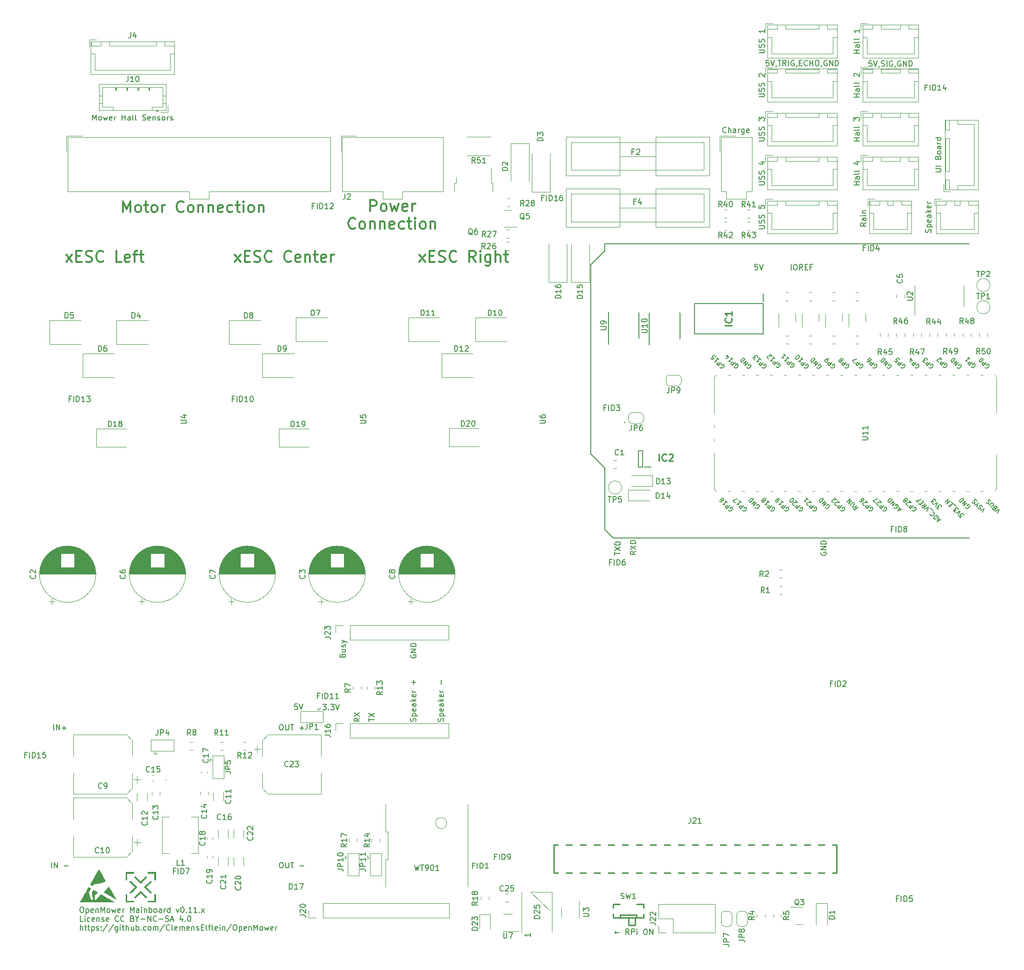
<source format=gbr>
%TF.GenerationSoftware,KiCad,Pcbnew,6.0.10+dfsg-1~bpo11+1*%
%TF.CreationDate,2023-02-07T09:35:57+00:00*%
%TF.ProjectId,OpenMowerMainboard,4f70656e-4d6f-4776-9572-4d61696e626f,rev?*%
%TF.SameCoordinates,Original*%
%TF.FileFunction,Legend,Top*%
%TF.FilePolarity,Positive*%
%FSLAX46Y46*%
G04 Gerber Fmt 4.6, Leading zero omitted, Abs format (unit mm)*
G04 Created by KiCad (PCBNEW 6.0.10+dfsg-1~bpo11+1) date 2023-02-07 09:35:57*
%MOMM*%
%LPD*%
G01*
G04 APERTURE LIST*
%ADD10C,0.120000*%
%ADD11C,0.150000*%
%ADD12C,0.300000*%
%ADD13C,0.200000*%
%ADD14C,0.254000*%
%ADD15C,0.250000*%
%ADD16C,0.010000*%
%ADD17C,0.100000*%
G04 APERTURE END LIST*
D10*
X114300000Y-179705000D02*
X116840000Y-179705000D01*
X114300000Y-179705000D02*
X117856000Y-183134000D01*
D11*
X133352380Y-117966666D02*
X132876190Y-118300000D01*
X133352380Y-118538095D02*
X132352380Y-118538095D01*
X132352380Y-118157142D01*
X132400000Y-118061904D01*
X132447619Y-118014285D01*
X132542857Y-117966666D01*
X132685714Y-117966666D01*
X132780952Y-118014285D01*
X132828571Y-118061904D01*
X132876190Y-118157142D01*
X132876190Y-118538095D01*
X132352380Y-117633333D02*
X133352380Y-116966666D01*
X132352380Y-116966666D02*
X133352380Y-117633333D01*
X133352380Y-116585714D02*
X132352380Y-116585714D01*
X132352380Y-116347619D01*
X132400000Y-116204761D01*
X132495238Y-116109523D01*
X132590476Y-116061904D01*
X132780952Y-116014285D01*
X132923809Y-116014285D01*
X133114285Y-116061904D01*
X133209523Y-116109523D01*
X133304761Y-116204761D01*
X133352380Y-116347619D01*
X133352380Y-116585714D01*
X80243371Y-136853466D02*
X80290990Y-136710609D01*
X80338609Y-136662990D01*
X80433847Y-136615371D01*
X80576704Y-136615371D01*
X80671942Y-136662990D01*
X80719561Y-136710609D01*
X80767180Y-136805847D01*
X80767180Y-137186800D01*
X79767180Y-137186800D01*
X79767180Y-136853466D01*
X79814800Y-136758228D01*
X79862419Y-136710609D01*
X79957657Y-136662990D01*
X80052895Y-136662990D01*
X80148133Y-136710609D01*
X80195752Y-136758228D01*
X80243371Y-136853466D01*
X80243371Y-137186800D01*
X80100514Y-135758228D02*
X80767180Y-135758228D01*
X80100514Y-136186800D02*
X80624323Y-136186800D01*
X80719561Y-136139180D01*
X80767180Y-136043942D01*
X80767180Y-135901085D01*
X80719561Y-135805847D01*
X80671942Y-135758228D01*
X80719561Y-135329657D02*
X80767180Y-135234419D01*
X80767180Y-135043942D01*
X80719561Y-134948704D01*
X80624323Y-134901085D01*
X80576704Y-134901085D01*
X80481466Y-134948704D01*
X80433847Y-135043942D01*
X80433847Y-135186800D01*
X80386228Y-135282038D01*
X80290990Y-135329657D01*
X80243371Y-135329657D01*
X80148133Y-135282038D01*
X80100514Y-135186800D01*
X80100514Y-135043942D01*
X80148133Y-134948704D01*
X80100514Y-134567752D02*
X80767180Y-134329657D01*
X80100514Y-134091561D02*
X80767180Y-134329657D01*
X81005276Y-134424895D01*
X81052895Y-134472514D01*
X81100514Y-134567752D01*
X173852380Y-43579047D02*
X172852380Y-43579047D01*
X173328571Y-43579047D02*
X173328571Y-43007619D01*
X173852380Y-43007619D02*
X172852380Y-43007619D01*
X173852380Y-42102857D02*
X173328571Y-42102857D01*
X173233333Y-42150476D01*
X173185714Y-42245714D01*
X173185714Y-42436190D01*
X173233333Y-42531428D01*
X173804761Y-42102857D02*
X173852380Y-42198095D01*
X173852380Y-42436190D01*
X173804761Y-42531428D01*
X173709523Y-42579047D01*
X173614285Y-42579047D01*
X173519047Y-42531428D01*
X173471428Y-42436190D01*
X173471428Y-42198095D01*
X173423809Y-42102857D01*
X173852380Y-41483809D02*
X173804761Y-41579047D01*
X173709523Y-41626666D01*
X172852380Y-41626666D01*
X173852380Y-40960000D02*
X173804761Y-41055238D01*
X173709523Y-41102857D01*
X172852380Y-41102857D01*
X172852380Y-39912380D02*
X172852380Y-39293333D01*
X173233333Y-39626666D01*
X173233333Y-39483809D01*
X173280952Y-39388571D01*
X173328571Y-39340952D01*
X173423809Y-39293333D01*
X173661904Y-39293333D01*
X173757142Y-39340952D01*
X173804761Y-39388571D01*
X173852380Y-39483809D01*
X173852380Y-39769523D01*
X173804761Y-39864761D01*
X173757142Y-39912380D01*
D12*
X60702619Y-65504761D02*
X61750238Y-64171428D01*
X60702619Y-64171428D02*
X61750238Y-65504761D01*
X62512142Y-64457142D02*
X63178809Y-64457142D01*
X63464523Y-65504761D02*
X62512142Y-65504761D01*
X62512142Y-63504761D01*
X63464523Y-63504761D01*
X64226428Y-65409523D02*
X64512142Y-65504761D01*
X64988333Y-65504761D01*
X65178809Y-65409523D01*
X65274047Y-65314285D01*
X65369285Y-65123809D01*
X65369285Y-64933333D01*
X65274047Y-64742857D01*
X65178809Y-64647619D01*
X64988333Y-64552380D01*
X64607380Y-64457142D01*
X64416904Y-64361904D01*
X64321666Y-64266666D01*
X64226428Y-64076190D01*
X64226428Y-63885714D01*
X64321666Y-63695238D01*
X64416904Y-63600000D01*
X64607380Y-63504761D01*
X65083571Y-63504761D01*
X65369285Y-63600000D01*
X67369285Y-65314285D02*
X67274047Y-65409523D01*
X66988333Y-65504761D01*
X66797857Y-65504761D01*
X66512142Y-65409523D01*
X66321666Y-65219047D01*
X66226428Y-65028571D01*
X66131190Y-64647619D01*
X66131190Y-64361904D01*
X66226428Y-63980952D01*
X66321666Y-63790476D01*
X66512142Y-63600000D01*
X66797857Y-63504761D01*
X66988333Y-63504761D01*
X67274047Y-63600000D01*
X67369285Y-63695238D01*
X70893095Y-65314285D02*
X70797857Y-65409523D01*
X70512142Y-65504761D01*
X70321666Y-65504761D01*
X70035952Y-65409523D01*
X69845476Y-65219047D01*
X69750238Y-65028571D01*
X69655000Y-64647619D01*
X69655000Y-64361904D01*
X69750238Y-63980952D01*
X69845476Y-63790476D01*
X70035952Y-63600000D01*
X70321666Y-63504761D01*
X70512142Y-63504761D01*
X70797857Y-63600000D01*
X70893095Y-63695238D01*
X72512142Y-65409523D02*
X72321666Y-65504761D01*
X71940714Y-65504761D01*
X71750238Y-65409523D01*
X71655000Y-65219047D01*
X71655000Y-64457142D01*
X71750238Y-64266666D01*
X71940714Y-64171428D01*
X72321666Y-64171428D01*
X72512142Y-64266666D01*
X72607380Y-64457142D01*
X72607380Y-64647619D01*
X71655000Y-64838095D01*
X73464523Y-64171428D02*
X73464523Y-65504761D01*
X73464523Y-64361904D02*
X73559761Y-64266666D01*
X73750238Y-64171428D01*
X74035952Y-64171428D01*
X74226428Y-64266666D01*
X74321666Y-64457142D01*
X74321666Y-65504761D01*
X74988333Y-64171428D02*
X75750238Y-64171428D01*
X75274047Y-63504761D02*
X75274047Y-65219047D01*
X75369285Y-65409523D01*
X75559761Y-65504761D01*
X75750238Y-65504761D01*
X77178809Y-65409523D02*
X76988333Y-65504761D01*
X76607380Y-65504761D01*
X76416904Y-65409523D01*
X76321666Y-65219047D01*
X76321666Y-64457142D01*
X76416904Y-64266666D01*
X76607380Y-64171428D01*
X76988333Y-64171428D01*
X77178809Y-64266666D01*
X77274047Y-64457142D01*
X77274047Y-64647619D01*
X76321666Y-64838095D01*
X78131190Y-65504761D02*
X78131190Y-64171428D01*
X78131190Y-64552380D02*
X78226428Y-64361904D01*
X78321666Y-64266666D01*
X78512142Y-64171428D01*
X78702619Y-64171428D01*
D13*
X130333333Y-187071428D02*
X129571428Y-187071428D01*
X129761904Y-187261904D02*
X129571428Y-187071428D01*
X129761904Y-186880952D01*
X132142857Y-187452380D02*
X131809523Y-186976190D01*
X131571428Y-187452380D02*
X131571428Y-186452380D01*
X131952380Y-186452380D01*
X132047619Y-186500000D01*
X132095238Y-186547619D01*
X132142857Y-186642857D01*
X132142857Y-186785714D01*
X132095238Y-186880952D01*
X132047619Y-186928571D01*
X131952380Y-186976190D01*
X131571428Y-186976190D01*
X132571428Y-187452380D02*
X132571428Y-186452380D01*
X132952380Y-186452380D01*
X133047619Y-186500000D01*
X133095238Y-186547619D01*
X133142857Y-186642857D01*
X133142857Y-186785714D01*
X133095238Y-186880952D01*
X133047619Y-186928571D01*
X132952380Y-186976190D01*
X132571428Y-186976190D01*
X133571428Y-187452380D02*
X133571428Y-186785714D01*
X133571428Y-186452380D02*
X133523809Y-186500000D01*
X133571428Y-186547619D01*
X133619047Y-186500000D01*
X133571428Y-186452380D01*
X133571428Y-186547619D01*
X135000000Y-186452380D02*
X135190476Y-186452380D01*
X135285714Y-186500000D01*
X135380952Y-186595238D01*
X135428571Y-186785714D01*
X135428571Y-187119047D01*
X135380952Y-187309523D01*
X135285714Y-187404761D01*
X135190476Y-187452380D01*
X135000000Y-187452380D01*
X134904761Y-187404761D01*
X134809523Y-187309523D01*
X134761904Y-187119047D01*
X134761904Y-186785714D01*
X134809523Y-186595238D01*
X134904761Y-186500000D01*
X135000000Y-186452380D01*
X135857142Y-187452380D02*
X135857142Y-186452380D01*
X136428571Y-187452380D01*
X136428571Y-186452380D01*
D11*
X176095238Y-29052380D02*
X175619047Y-29052380D01*
X175571428Y-29528571D01*
X175619047Y-29480952D01*
X175714285Y-29433333D01*
X175952380Y-29433333D01*
X176047619Y-29480952D01*
X176095238Y-29528571D01*
X176142857Y-29623809D01*
X176142857Y-29861904D01*
X176095238Y-29957142D01*
X176047619Y-30004761D01*
X175952380Y-30052380D01*
X175714285Y-30052380D01*
X175619047Y-30004761D01*
X175571428Y-29957142D01*
X176428571Y-29052380D02*
X176761904Y-30052380D01*
X177095238Y-29052380D01*
X177476190Y-30004761D02*
X177476190Y-30052380D01*
X177428571Y-30147619D01*
X177380952Y-30195238D01*
X177857142Y-30004761D02*
X178000000Y-30052380D01*
X178238095Y-30052380D01*
X178333333Y-30004761D01*
X178380952Y-29957142D01*
X178428571Y-29861904D01*
X178428571Y-29766666D01*
X178380952Y-29671428D01*
X178333333Y-29623809D01*
X178238095Y-29576190D01*
X178047619Y-29528571D01*
X177952380Y-29480952D01*
X177904761Y-29433333D01*
X177857142Y-29338095D01*
X177857142Y-29242857D01*
X177904761Y-29147619D01*
X177952380Y-29100000D01*
X178047619Y-29052380D01*
X178285714Y-29052380D01*
X178428571Y-29100000D01*
X178857142Y-30052380D02*
X178857142Y-29052380D01*
X179857142Y-29100000D02*
X179761904Y-29052380D01*
X179619047Y-29052380D01*
X179476190Y-29100000D01*
X179380952Y-29195238D01*
X179333333Y-29290476D01*
X179285714Y-29480952D01*
X179285714Y-29623809D01*
X179333333Y-29814285D01*
X179380952Y-29909523D01*
X179476190Y-30004761D01*
X179619047Y-30052380D01*
X179714285Y-30052380D01*
X179857142Y-30004761D01*
X179904761Y-29957142D01*
X179904761Y-29623809D01*
X179714285Y-29623809D01*
X180380952Y-30004761D02*
X180380952Y-30052380D01*
X180333333Y-30147619D01*
X180285714Y-30195238D01*
X181333333Y-29100000D02*
X181238095Y-29052380D01*
X181095238Y-29052380D01*
X180952380Y-29100000D01*
X180857142Y-29195238D01*
X180809523Y-29290476D01*
X180761904Y-29480952D01*
X180761904Y-29623809D01*
X180809523Y-29814285D01*
X180857142Y-29909523D01*
X180952380Y-30004761D01*
X181095238Y-30052380D01*
X181190476Y-30052380D01*
X181333333Y-30004761D01*
X181380952Y-29957142D01*
X181380952Y-29623809D01*
X181190476Y-29623809D01*
X181809523Y-30052380D02*
X181809523Y-29052380D01*
X182380952Y-30052380D01*
X182380952Y-29052380D01*
X182857142Y-30052380D02*
X182857142Y-29052380D01*
X183095238Y-29052380D01*
X183238095Y-29100000D01*
X183333333Y-29195238D01*
X183380952Y-29290476D01*
X183428571Y-29480952D01*
X183428571Y-29623809D01*
X183380952Y-29814285D01*
X183333333Y-29909523D01*
X183238095Y-30004761D01*
X183095238Y-30052380D01*
X182857142Y-30052380D01*
D12*
X85247619Y-56294761D02*
X85247619Y-54294761D01*
X86009523Y-54294761D01*
X86200000Y-54390000D01*
X86295238Y-54485238D01*
X86390476Y-54675714D01*
X86390476Y-54961428D01*
X86295238Y-55151904D01*
X86200000Y-55247142D01*
X86009523Y-55342380D01*
X85247619Y-55342380D01*
X87533333Y-56294761D02*
X87342857Y-56199523D01*
X87247619Y-56104285D01*
X87152380Y-55913809D01*
X87152380Y-55342380D01*
X87247619Y-55151904D01*
X87342857Y-55056666D01*
X87533333Y-54961428D01*
X87819047Y-54961428D01*
X88009523Y-55056666D01*
X88104761Y-55151904D01*
X88200000Y-55342380D01*
X88200000Y-55913809D01*
X88104761Y-56104285D01*
X88009523Y-56199523D01*
X87819047Y-56294761D01*
X87533333Y-56294761D01*
X88866666Y-54961428D02*
X89247619Y-56294761D01*
X89628571Y-55342380D01*
X90009523Y-56294761D01*
X90390476Y-54961428D01*
X91914285Y-56199523D02*
X91723809Y-56294761D01*
X91342857Y-56294761D01*
X91152380Y-56199523D01*
X91057142Y-56009047D01*
X91057142Y-55247142D01*
X91152380Y-55056666D01*
X91342857Y-54961428D01*
X91723809Y-54961428D01*
X91914285Y-55056666D01*
X92009523Y-55247142D01*
X92009523Y-55437619D01*
X91057142Y-55628095D01*
X92866666Y-56294761D02*
X92866666Y-54961428D01*
X92866666Y-55342380D02*
X92961904Y-55151904D01*
X93057142Y-55056666D01*
X93247619Y-54961428D01*
X93438095Y-54961428D01*
X82533333Y-59324285D02*
X82438095Y-59419523D01*
X82152380Y-59514761D01*
X81961904Y-59514761D01*
X81676190Y-59419523D01*
X81485714Y-59229047D01*
X81390476Y-59038571D01*
X81295238Y-58657619D01*
X81295238Y-58371904D01*
X81390476Y-57990952D01*
X81485714Y-57800476D01*
X81676190Y-57610000D01*
X81961904Y-57514761D01*
X82152380Y-57514761D01*
X82438095Y-57610000D01*
X82533333Y-57705238D01*
X83676190Y-59514761D02*
X83485714Y-59419523D01*
X83390476Y-59324285D01*
X83295238Y-59133809D01*
X83295238Y-58562380D01*
X83390476Y-58371904D01*
X83485714Y-58276666D01*
X83676190Y-58181428D01*
X83961904Y-58181428D01*
X84152380Y-58276666D01*
X84247619Y-58371904D01*
X84342857Y-58562380D01*
X84342857Y-59133809D01*
X84247619Y-59324285D01*
X84152380Y-59419523D01*
X83961904Y-59514761D01*
X83676190Y-59514761D01*
X85200000Y-58181428D02*
X85200000Y-59514761D01*
X85200000Y-58371904D02*
X85295238Y-58276666D01*
X85485714Y-58181428D01*
X85771428Y-58181428D01*
X85961904Y-58276666D01*
X86057142Y-58467142D01*
X86057142Y-59514761D01*
X87009523Y-58181428D02*
X87009523Y-59514761D01*
X87009523Y-58371904D02*
X87104761Y-58276666D01*
X87295238Y-58181428D01*
X87580952Y-58181428D01*
X87771428Y-58276666D01*
X87866666Y-58467142D01*
X87866666Y-59514761D01*
X89580952Y-59419523D02*
X89390476Y-59514761D01*
X89009523Y-59514761D01*
X88819047Y-59419523D01*
X88723809Y-59229047D01*
X88723809Y-58467142D01*
X88819047Y-58276666D01*
X89009523Y-58181428D01*
X89390476Y-58181428D01*
X89580952Y-58276666D01*
X89676190Y-58467142D01*
X89676190Y-58657619D01*
X88723809Y-58848095D01*
X91390476Y-59419523D02*
X91200000Y-59514761D01*
X90819047Y-59514761D01*
X90628571Y-59419523D01*
X90533333Y-59324285D01*
X90438095Y-59133809D01*
X90438095Y-58562380D01*
X90533333Y-58371904D01*
X90628571Y-58276666D01*
X90819047Y-58181428D01*
X91200000Y-58181428D01*
X91390476Y-58276666D01*
X91961904Y-58181428D02*
X92723809Y-58181428D01*
X92247619Y-57514761D02*
X92247619Y-59229047D01*
X92342857Y-59419523D01*
X92533333Y-59514761D01*
X92723809Y-59514761D01*
X93390476Y-59514761D02*
X93390476Y-58181428D01*
X93390476Y-57514761D02*
X93295238Y-57610000D01*
X93390476Y-57705238D01*
X93485714Y-57610000D01*
X93390476Y-57514761D01*
X93390476Y-57705238D01*
X94628571Y-59514761D02*
X94438095Y-59419523D01*
X94342857Y-59324285D01*
X94247619Y-59133809D01*
X94247619Y-58562380D01*
X94342857Y-58371904D01*
X94438095Y-58276666D01*
X94628571Y-58181428D01*
X94914285Y-58181428D01*
X95104761Y-58276666D01*
X95200000Y-58371904D01*
X95295238Y-58562380D01*
X95295238Y-59133809D01*
X95200000Y-59324285D01*
X95104761Y-59419523D01*
X94914285Y-59514761D01*
X94628571Y-59514761D01*
X96152380Y-58181428D02*
X96152380Y-59514761D01*
X96152380Y-58371904D02*
X96247619Y-58276666D01*
X96438095Y-58181428D01*
X96723809Y-58181428D01*
X96914285Y-58276666D01*
X97009523Y-58467142D01*
X97009523Y-59514761D01*
D11*
X186804761Y-60161904D02*
X186852380Y-60019047D01*
X186852380Y-59780952D01*
X186804761Y-59685714D01*
X186757142Y-59638095D01*
X186661904Y-59590476D01*
X186566666Y-59590476D01*
X186471428Y-59638095D01*
X186423809Y-59685714D01*
X186376190Y-59780952D01*
X186328571Y-59971428D01*
X186280952Y-60066666D01*
X186233333Y-60114285D01*
X186138095Y-60161904D01*
X186042857Y-60161904D01*
X185947619Y-60114285D01*
X185900000Y-60066666D01*
X185852380Y-59971428D01*
X185852380Y-59733333D01*
X185900000Y-59590476D01*
X186185714Y-59161904D02*
X187185714Y-59161904D01*
X186233333Y-59161904D02*
X186185714Y-59066666D01*
X186185714Y-58876190D01*
X186233333Y-58780952D01*
X186280952Y-58733333D01*
X186376190Y-58685714D01*
X186661904Y-58685714D01*
X186757142Y-58733333D01*
X186804761Y-58780952D01*
X186852380Y-58876190D01*
X186852380Y-59066666D01*
X186804761Y-59161904D01*
X186804761Y-57876190D02*
X186852380Y-57971428D01*
X186852380Y-58161904D01*
X186804761Y-58257142D01*
X186709523Y-58304761D01*
X186328571Y-58304761D01*
X186233333Y-58257142D01*
X186185714Y-58161904D01*
X186185714Y-57971428D01*
X186233333Y-57876190D01*
X186328571Y-57828571D01*
X186423809Y-57828571D01*
X186519047Y-58304761D01*
X186852380Y-56971428D02*
X186328571Y-56971428D01*
X186233333Y-57019047D01*
X186185714Y-57114285D01*
X186185714Y-57304761D01*
X186233333Y-57400000D01*
X186804761Y-56971428D02*
X186852380Y-57066666D01*
X186852380Y-57304761D01*
X186804761Y-57400000D01*
X186709523Y-57447619D01*
X186614285Y-57447619D01*
X186519047Y-57400000D01*
X186471428Y-57304761D01*
X186471428Y-57066666D01*
X186423809Y-56971428D01*
X186852380Y-56495238D02*
X185852380Y-56495238D01*
X186471428Y-56400000D02*
X186852380Y-56114285D01*
X186185714Y-56114285D02*
X186566666Y-56495238D01*
X186804761Y-55304761D02*
X186852380Y-55400000D01*
X186852380Y-55590476D01*
X186804761Y-55685714D01*
X186709523Y-55733333D01*
X186328571Y-55733333D01*
X186233333Y-55685714D01*
X186185714Y-55590476D01*
X186185714Y-55400000D01*
X186233333Y-55304761D01*
X186328571Y-55257142D01*
X186423809Y-55257142D01*
X186519047Y-55733333D01*
X186852380Y-54828571D02*
X186185714Y-54828571D01*
X186376190Y-54828571D02*
X186280952Y-54780952D01*
X186233333Y-54733333D01*
X186185714Y-54638095D01*
X186185714Y-54542857D01*
X34957904Y-39822380D02*
X34957904Y-38822380D01*
X35291238Y-39536666D01*
X35624571Y-38822380D01*
X35624571Y-39822380D01*
X36243619Y-39822380D02*
X36148380Y-39774761D01*
X36100761Y-39727142D01*
X36053142Y-39631904D01*
X36053142Y-39346190D01*
X36100761Y-39250952D01*
X36148380Y-39203333D01*
X36243619Y-39155714D01*
X36386476Y-39155714D01*
X36481714Y-39203333D01*
X36529333Y-39250952D01*
X36576952Y-39346190D01*
X36576952Y-39631904D01*
X36529333Y-39727142D01*
X36481714Y-39774761D01*
X36386476Y-39822380D01*
X36243619Y-39822380D01*
X36910285Y-39155714D02*
X37100761Y-39822380D01*
X37291238Y-39346190D01*
X37481714Y-39822380D01*
X37672190Y-39155714D01*
X38434095Y-39774761D02*
X38338857Y-39822380D01*
X38148380Y-39822380D01*
X38053142Y-39774761D01*
X38005523Y-39679523D01*
X38005523Y-39298571D01*
X38053142Y-39203333D01*
X38148380Y-39155714D01*
X38338857Y-39155714D01*
X38434095Y-39203333D01*
X38481714Y-39298571D01*
X38481714Y-39393809D01*
X38005523Y-39489047D01*
X38910285Y-39822380D02*
X38910285Y-39155714D01*
X38910285Y-39346190D02*
X38957904Y-39250952D01*
X39005523Y-39203333D01*
X39100761Y-39155714D01*
X39196000Y-39155714D01*
X40291238Y-39822380D02*
X40291238Y-38822380D01*
X40291238Y-39298571D02*
X40862666Y-39298571D01*
X40862666Y-39822380D02*
X40862666Y-38822380D01*
X41767428Y-39822380D02*
X41767428Y-39298571D01*
X41719809Y-39203333D01*
X41624571Y-39155714D01*
X41434095Y-39155714D01*
X41338857Y-39203333D01*
X41767428Y-39774761D02*
X41672190Y-39822380D01*
X41434095Y-39822380D01*
X41338857Y-39774761D01*
X41291238Y-39679523D01*
X41291238Y-39584285D01*
X41338857Y-39489047D01*
X41434095Y-39441428D01*
X41672190Y-39441428D01*
X41767428Y-39393809D01*
X42386476Y-39822380D02*
X42291238Y-39774761D01*
X42243619Y-39679523D01*
X42243619Y-38822380D01*
X42910285Y-39822380D02*
X42815047Y-39774761D01*
X42767428Y-39679523D01*
X42767428Y-38822380D01*
X44005523Y-39774761D02*
X44148380Y-39822380D01*
X44386476Y-39822380D01*
X44481714Y-39774761D01*
X44529333Y-39727142D01*
X44576952Y-39631904D01*
X44576952Y-39536666D01*
X44529333Y-39441428D01*
X44481714Y-39393809D01*
X44386476Y-39346190D01*
X44196000Y-39298571D01*
X44100761Y-39250952D01*
X44053142Y-39203333D01*
X44005523Y-39108095D01*
X44005523Y-39012857D01*
X44053142Y-38917619D01*
X44100761Y-38870000D01*
X44196000Y-38822380D01*
X44434095Y-38822380D01*
X44576952Y-38870000D01*
X45386476Y-39774761D02*
X45291238Y-39822380D01*
X45100761Y-39822380D01*
X45005523Y-39774761D01*
X44957904Y-39679523D01*
X44957904Y-39298571D01*
X45005523Y-39203333D01*
X45100761Y-39155714D01*
X45291238Y-39155714D01*
X45386476Y-39203333D01*
X45434095Y-39298571D01*
X45434095Y-39393809D01*
X44957904Y-39489047D01*
X45862666Y-39155714D02*
X45862666Y-39822380D01*
X45862666Y-39250952D02*
X45910285Y-39203333D01*
X46005523Y-39155714D01*
X46148380Y-39155714D01*
X46243619Y-39203333D01*
X46291238Y-39298571D01*
X46291238Y-39822380D01*
X46719809Y-39774761D02*
X46815047Y-39822380D01*
X47005523Y-39822380D01*
X47100761Y-39774761D01*
X47148380Y-39679523D01*
X47148380Y-39631904D01*
X47100761Y-39536666D01*
X47005523Y-39489047D01*
X46862666Y-39489047D01*
X46767428Y-39441428D01*
X46719809Y-39346190D01*
X46719809Y-39298571D01*
X46767428Y-39203333D01*
X46862666Y-39155714D01*
X47005523Y-39155714D01*
X47100761Y-39203333D01*
X47719809Y-39822380D02*
X47624571Y-39774761D01*
X47576952Y-39727142D01*
X47529333Y-39631904D01*
X47529333Y-39346190D01*
X47576952Y-39250952D01*
X47624571Y-39203333D01*
X47719809Y-39155714D01*
X47862666Y-39155714D01*
X47957904Y-39203333D01*
X48005523Y-39250952D01*
X48053142Y-39346190D01*
X48053142Y-39631904D01*
X48005523Y-39727142D01*
X47957904Y-39774761D01*
X47862666Y-39822380D01*
X47719809Y-39822380D01*
X48481714Y-39822380D02*
X48481714Y-39155714D01*
X48481714Y-39346190D02*
X48529333Y-39250952D01*
X48576952Y-39203333D01*
X48672190Y-39155714D01*
X48767428Y-39155714D01*
X49053142Y-39774761D02*
X49148380Y-39822380D01*
X49338857Y-39822380D01*
X49434095Y-39774761D01*
X49481714Y-39679523D01*
X49481714Y-39631904D01*
X49434095Y-39536666D01*
X49338857Y-39489047D01*
X49196000Y-39489047D01*
X49100761Y-39441428D01*
X49053142Y-39346190D01*
X49053142Y-39298571D01*
X49100761Y-39203333D01*
X49196000Y-39155714D01*
X49338857Y-39155714D01*
X49434095Y-39203333D01*
X98471961Y-148808304D02*
X98519580Y-148665447D01*
X98519580Y-148427352D01*
X98471961Y-148332114D01*
X98424342Y-148284495D01*
X98329104Y-148236876D01*
X98233866Y-148236876D01*
X98138628Y-148284495D01*
X98091009Y-148332114D01*
X98043390Y-148427352D01*
X97995771Y-148617828D01*
X97948152Y-148713066D01*
X97900533Y-148760685D01*
X97805295Y-148808304D01*
X97710057Y-148808304D01*
X97614819Y-148760685D01*
X97567200Y-148713066D01*
X97519580Y-148617828D01*
X97519580Y-148379733D01*
X97567200Y-148236876D01*
X97852914Y-147808304D02*
X98852914Y-147808304D01*
X97900533Y-147808304D02*
X97852914Y-147713066D01*
X97852914Y-147522590D01*
X97900533Y-147427352D01*
X97948152Y-147379733D01*
X98043390Y-147332114D01*
X98329104Y-147332114D01*
X98424342Y-147379733D01*
X98471961Y-147427352D01*
X98519580Y-147522590D01*
X98519580Y-147713066D01*
X98471961Y-147808304D01*
X98471961Y-146522590D02*
X98519580Y-146617828D01*
X98519580Y-146808304D01*
X98471961Y-146903542D01*
X98376723Y-146951161D01*
X97995771Y-146951161D01*
X97900533Y-146903542D01*
X97852914Y-146808304D01*
X97852914Y-146617828D01*
X97900533Y-146522590D01*
X97995771Y-146474971D01*
X98091009Y-146474971D01*
X98186247Y-146951161D01*
X98519580Y-145617828D02*
X97995771Y-145617828D01*
X97900533Y-145665447D01*
X97852914Y-145760685D01*
X97852914Y-145951161D01*
X97900533Y-146046400D01*
X98471961Y-145617828D02*
X98519580Y-145713066D01*
X98519580Y-145951161D01*
X98471961Y-146046400D01*
X98376723Y-146094019D01*
X98281485Y-146094019D01*
X98186247Y-146046400D01*
X98138628Y-145951161D01*
X98138628Y-145713066D01*
X98091009Y-145617828D01*
X98519580Y-145141638D02*
X97519580Y-145141638D01*
X98138628Y-145046400D02*
X98519580Y-144760685D01*
X97852914Y-144760685D02*
X98233866Y-145141638D01*
X98471961Y-143951161D02*
X98519580Y-144046400D01*
X98519580Y-144236876D01*
X98471961Y-144332114D01*
X98376723Y-144379733D01*
X97995771Y-144379733D01*
X97900533Y-144332114D01*
X97852914Y-144236876D01*
X97852914Y-144046400D01*
X97900533Y-143951161D01*
X97995771Y-143903542D01*
X98091009Y-143903542D01*
X98186247Y-144379733D01*
X98519580Y-143474971D02*
X97852914Y-143474971D01*
X98043390Y-143474971D02*
X97948152Y-143427352D01*
X97900533Y-143379733D01*
X97852914Y-143284495D01*
X97852914Y-143189257D01*
X98138628Y-142094019D02*
X98138628Y-141332114D01*
X155652380Y-35587739D02*
X156461904Y-35587739D01*
X156557142Y-35540120D01*
X156604761Y-35492501D01*
X156652380Y-35397262D01*
X156652380Y-35206786D01*
X156604761Y-35111548D01*
X156557142Y-35063929D01*
X156461904Y-35016310D01*
X155652380Y-35016310D01*
X156604761Y-34587739D02*
X156652380Y-34444881D01*
X156652380Y-34206786D01*
X156604761Y-34111548D01*
X156557142Y-34063929D01*
X156461904Y-34016310D01*
X156366666Y-34016310D01*
X156271428Y-34063929D01*
X156223809Y-34111548D01*
X156176190Y-34206786D01*
X156128571Y-34397262D01*
X156080952Y-34492501D01*
X156033333Y-34540120D01*
X155938095Y-34587739D01*
X155842857Y-34587739D01*
X155747619Y-34540120D01*
X155700000Y-34492501D01*
X155652380Y-34397262D01*
X155652380Y-34159167D01*
X155700000Y-34016310D01*
X156604761Y-33635358D02*
X156652380Y-33492501D01*
X156652380Y-33254405D01*
X156604761Y-33159167D01*
X156557142Y-33111548D01*
X156461904Y-33063929D01*
X156366666Y-33063929D01*
X156271428Y-33111548D01*
X156223809Y-33159167D01*
X156176190Y-33254405D01*
X156128571Y-33444881D01*
X156080952Y-33540120D01*
X156033333Y-33587739D01*
X155938095Y-33635358D01*
X155842857Y-33635358D01*
X155747619Y-33587739D01*
X155700000Y-33540120D01*
X155652380Y-33444881D01*
X155652380Y-33206786D01*
X155700000Y-33063929D01*
X155747619Y-31921072D02*
X155700000Y-31873453D01*
X155652380Y-31778215D01*
X155652380Y-31540120D01*
X155700000Y-31444881D01*
X155747619Y-31397262D01*
X155842857Y-31349643D01*
X155938095Y-31349643D01*
X156080952Y-31397262D01*
X156652380Y-31968691D01*
X156652380Y-31349643D01*
X72047123Y-145654780D02*
X71570933Y-145654780D01*
X71523314Y-146130971D01*
X71570933Y-146083352D01*
X71666171Y-146035733D01*
X71904266Y-146035733D01*
X71999504Y-146083352D01*
X72047123Y-146130971D01*
X72094742Y-146226209D01*
X72094742Y-146464304D01*
X72047123Y-146559542D01*
X71999504Y-146607161D01*
X71904266Y-146654780D01*
X71666171Y-146654780D01*
X71570933Y-146607161D01*
X71523314Y-146559542D01*
X72380457Y-145654780D02*
X72713790Y-146654780D01*
X73047123Y-145654780D01*
X93471961Y-148808304D02*
X93519580Y-148665447D01*
X93519580Y-148427352D01*
X93471961Y-148332114D01*
X93424342Y-148284495D01*
X93329104Y-148236876D01*
X93233866Y-148236876D01*
X93138628Y-148284495D01*
X93091009Y-148332114D01*
X93043390Y-148427352D01*
X92995771Y-148617828D01*
X92948152Y-148713066D01*
X92900533Y-148760685D01*
X92805295Y-148808304D01*
X92710057Y-148808304D01*
X92614819Y-148760685D01*
X92567200Y-148713066D01*
X92519580Y-148617828D01*
X92519580Y-148379733D01*
X92567200Y-148236876D01*
X92852914Y-147808304D02*
X93852914Y-147808304D01*
X92900533Y-147808304D02*
X92852914Y-147713066D01*
X92852914Y-147522590D01*
X92900533Y-147427352D01*
X92948152Y-147379733D01*
X93043390Y-147332114D01*
X93329104Y-147332114D01*
X93424342Y-147379733D01*
X93471961Y-147427352D01*
X93519580Y-147522590D01*
X93519580Y-147713066D01*
X93471961Y-147808304D01*
X93471961Y-146522590D02*
X93519580Y-146617828D01*
X93519580Y-146808304D01*
X93471961Y-146903542D01*
X93376723Y-146951161D01*
X92995771Y-146951161D01*
X92900533Y-146903542D01*
X92852914Y-146808304D01*
X92852914Y-146617828D01*
X92900533Y-146522590D01*
X92995771Y-146474971D01*
X93091009Y-146474971D01*
X93186247Y-146951161D01*
X93519580Y-145617828D02*
X92995771Y-145617828D01*
X92900533Y-145665447D01*
X92852914Y-145760685D01*
X92852914Y-145951161D01*
X92900533Y-146046400D01*
X93471961Y-145617828D02*
X93519580Y-145713066D01*
X93519580Y-145951161D01*
X93471961Y-146046400D01*
X93376723Y-146094019D01*
X93281485Y-146094019D01*
X93186247Y-146046400D01*
X93138628Y-145951161D01*
X93138628Y-145713066D01*
X93091009Y-145617828D01*
X93519580Y-145141638D02*
X92519580Y-145141638D01*
X93138628Y-145046400D02*
X93519580Y-144760685D01*
X92852914Y-144760685D02*
X93233866Y-145141638D01*
X93471961Y-143951161D02*
X93519580Y-144046400D01*
X93519580Y-144236876D01*
X93471961Y-144332114D01*
X93376723Y-144379733D01*
X92995771Y-144379733D01*
X92900533Y-144332114D01*
X92852914Y-144236876D01*
X92852914Y-144046400D01*
X92900533Y-143951161D01*
X92995771Y-143903542D01*
X93091009Y-143903542D01*
X93186247Y-144379733D01*
X93519580Y-143474971D02*
X92852914Y-143474971D01*
X93043390Y-143474971D02*
X92948152Y-143427352D01*
X92900533Y-143379733D01*
X92852914Y-143284495D01*
X92852914Y-143189257D01*
X93138628Y-142094019D02*
X93138628Y-141332114D01*
X93519580Y-141713066D02*
X92757676Y-141713066D01*
X155652380Y-59490239D02*
X156461904Y-59490239D01*
X156557142Y-59442620D01*
X156604761Y-59395001D01*
X156652380Y-59299762D01*
X156652380Y-59109286D01*
X156604761Y-59014048D01*
X156557142Y-58966429D01*
X156461904Y-58918810D01*
X155652380Y-58918810D01*
X156604761Y-58490239D02*
X156652380Y-58347381D01*
X156652380Y-58109286D01*
X156604761Y-58014048D01*
X156557142Y-57966429D01*
X156461904Y-57918810D01*
X156366666Y-57918810D01*
X156271428Y-57966429D01*
X156223809Y-58014048D01*
X156176190Y-58109286D01*
X156128571Y-58299762D01*
X156080952Y-58395001D01*
X156033333Y-58442620D01*
X155938095Y-58490239D01*
X155842857Y-58490239D01*
X155747619Y-58442620D01*
X155700000Y-58395001D01*
X155652380Y-58299762D01*
X155652380Y-58061667D01*
X155700000Y-57918810D01*
X156604761Y-57537858D02*
X156652380Y-57395001D01*
X156652380Y-57156905D01*
X156604761Y-57061667D01*
X156557142Y-57014048D01*
X156461904Y-56966429D01*
X156366666Y-56966429D01*
X156271428Y-57014048D01*
X156223809Y-57061667D01*
X156176190Y-57156905D01*
X156128571Y-57347381D01*
X156080952Y-57442620D01*
X156033333Y-57490239D01*
X155938095Y-57537858D01*
X155842857Y-57537858D01*
X155747619Y-57490239D01*
X155700000Y-57442620D01*
X155652380Y-57347381D01*
X155652380Y-57109286D01*
X155700000Y-56966429D01*
X155652380Y-55299762D02*
X155652380Y-55775953D01*
X156128571Y-55823572D01*
X156080952Y-55775953D01*
X156033333Y-55680715D01*
X156033333Y-55442620D01*
X156080952Y-55347381D01*
X156128571Y-55299762D01*
X156223809Y-55252143D01*
X156461904Y-55252143D01*
X156557142Y-55299762D01*
X156604761Y-55347381D01*
X156652380Y-55442620D01*
X156652380Y-55680715D01*
X156604761Y-55775953D01*
X156557142Y-55823572D01*
X173852380Y-35611547D02*
X172852380Y-35611547D01*
X173328571Y-35611547D02*
X173328571Y-35040119D01*
X173852380Y-35040119D02*
X172852380Y-35040119D01*
X173852380Y-34135357D02*
X173328571Y-34135357D01*
X173233333Y-34182976D01*
X173185714Y-34278214D01*
X173185714Y-34468690D01*
X173233333Y-34563928D01*
X173804761Y-34135357D02*
X173852380Y-34230595D01*
X173852380Y-34468690D01*
X173804761Y-34563928D01*
X173709523Y-34611547D01*
X173614285Y-34611547D01*
X173519047Y-34563928D01*
X173471428Y-34468690D01*
X173471428Y-34230595D01*
X173423809Y-34135357D01*
X173852380Y-33516309D02*
X173804761Y-33611547D01*
X173709523Y-33659166D01*
X172852380Y-33659166D01*
X173852380Y-32992500D02*
X173804761Y-33087738D01*
X173709523Y-33135357D01*
X172852380Y-33135357D01*
X172947619Y-31897261D02*
X172900000Y-31849642D01*
X172852380Y-31754404D01*
X172852380Y-31516309D01*
X172900000Y-31421071D01*
X172947619Y-31373452D01*
X173042857Y-31325833D01*
X173138095Y-31325833D01*
X173280952Y-31373452D01*
X173852380Y-31944880D01*
X173852380Y-31325833D01*
X155652380Y-43555239D02*
X156461904Y-43555239D01*
X156557142Y-43507620D01*
X156604761Y-43460001D01*
X156652380Y-43364762D01*
X156652380Y-43174286D01*
X156604761Y-43079048D01*
X156557142Y-43031429D01*
X156461904Y-42983810D01*
X155652380Y-42983810D01*
X156604761Y-42555239D02*
X156652380Y-42412381D01*
X156652380Y-42174286D01*
X156604761Y-42079048D01*
X156557142Y-42031429D01*
X156461904Y-41983810D01*
X156366666Y-41983810D01*
X156271428Y-42031429D01*
X156223809Y-42079048D01*
X156176190Y-42174286D01*
X156128571Y-42364762D01*
X156080952Y-42460001D01*
X156033333Y-42507620D01*
X155938095Y-42555239D01*
X155842857Y-42555239D01*
X155747619Y-42507620D01*
X155700000Y-42460001D01*
X155652380Y-42364762D01*
X155652380Y-42126667D01*
X155700000Y-41983810D01*
X156604761Y-41602858D02*
X156652380Y-41460001D01*
X156652380Y-41221905D01*
X156604761Y-41126667D01*
X156557142Y-41079048D01*
X156461904Y-41031429D01*
X156366666Y-41031429D01*
X156271428Y-41079048D01*
X156223809Y-41126667D01*
X156176190Y-41221905D01*
X156128571Y-41412381D01*
X156080952Y-41507620D01*
X156033333Y-41555239D01*
X155938095Y-41602858D01*
X155842857Y-41602858D01*
X155747619Y-41555239D01*
X155700000Y-41507620D01*
X155652380Y-41412381D01*
X155652380Y-41174286D01*
X155700000Y-41031429D01*
X155652380Y-39936191D02*
X155652380Y-39317143D01*
X156033333Y-39650477D01*
X156033333Y-39507620D01*
X156080952Y-39412381D01*
X156128571Y-39364762D01*
X156223809Y-39317143D01*
X156461904Y-39317143D01*
X156557142Y-39364762D01*
X156604761Y-39412381D01*
X156652380Y-39507620D01*
X156652380Y-39793334D01*
X156604761Y-39888572D01*
X156557142Y-39936191D01*
X32926071Y-182442380D02*
X33116547Y-182442380D01*
X33211785Y-182490000D01*
X33307023Y-182585238D01*
X33354642Y-182775714D01*
X33354642Y-183109047D01*
X33307023Y-183299523D01*
X33211785Y-183394761D01*
X33116547Y-183442380D01*
X32926071Y-183442380D01*
X32830833Y-183394761D01*
X32735595Y-183299523D01*
X32687976Y-183109047D01*
X32687976Y-182775714D01*
X32735595Y-182585238D01*
X32830833Y-182490000D01*
X32926071Y-182442380D01*
X33783214Y-182775714D02*
X33783214Y-183775714D01*
X33783214Y-182823333D02*
X33878452Y-182775714D01*
X34068928Y-182775714D01*
X34164166Y-182823333D01*
X34211785Y-182870952D01*
X34259404Y-182966190D01*
X34259404Y-183251904D01*
X34211785Y-183347142D01*
X34164166Y-183394761D01*
X34068928Y-183442380D01*
X33878452Y-183442380D01*
X33783214Y-183394761D01*
X35068928Y-183394761D02*
X34973690Y-183442380D01*
X34783214Y-183442380D01*
X34687976Y-183394761D01*
X34640357Y-183299523D01*
X34640357Y-182918571D01*
X34687976Y-182823333D01*
X34783214Y-182775714D01*
X34973690Y-182775714D01*
X35068928Y-182823333D01*
X35116547Y-182918571D01*
X35116547Y-183013809D01*
X34640357Y-183109047D01*
X35545119Y-182775714D02*
X35545119Y-183442380D01*
X35545119Y-182870952D02*
X35592738Y-182823333D01*
X35687976Y-182775714D01*
X35830833Y-182775714D01*
X35926071Y-182823333D01*
X35973690Y-182918571D01*
X35973690Y-183442380D01*
X36449880Y-183442380D02*
X36449880Y-182442380D01*
X36783214Y-183156666D01*
X37116547Y-182442380D01*
X37116547Y-183442380D01*
X37735595Y-183442380D02*
X37640357Y-183394761D01*
X37592738Y-183347142D01*
X37545119Y-183251904D01*
X37545119Y-182966190D01*
X37592738Y-182870952D01*
X37640357Y-182823333D01*
X37735595Y-182775714D01*
X37878452Y-182775714D01*
X37973690Y-182823333D01*
X38021309Y-182870952D01*
X38068928Y-182966190D01*
X38068928Y-183251904D01*
X38021309Y-183347142D01*
X37973690Y-183394761D01*
X37878452Y-183442380D01*
X37735595Y-183442380D01*
X38402261Y-182775714D02*
X38592738Y-183442380D01*
X38783214Y-182966190D01*
X38973690Y-183442380D01*
X39164166Y-182775714D01*
X39926071Y-183394761D02*
X39830833Y-183442380D01*
X39640357Y-183442380D01*
X39545119Y-183394761D01*
X39497500Y-183299523D01*
X39497500Y-182918571D01*
X39545119Y-182823333D01*
X39640357Y-182775714D01*
X39830833Y-182775714D01*
X39926071Y-182823333D01*
X39973690Y-182918571D01*
X39973690Y-183013809D01*
X39497500Y-183109047D01*
X40402261Y-183442380D02*
X40402261Y-182775714D01*
X40402261Y-182966190D02*
X40449880Y-182870952D01*
X40497500Y-182823333D01*
X40592738Y-182775714D01*
X40687976Y-182775714D01*
X41783214Y-183442380D02*
X41783214Y-182442380D01*
X42116547Y-183156666D01*
X42449880Y-182442380D01*
X42449880Y-183442380D01*
X43354642Y-183442380D02*
X43354642Y-182918571D01*
X43307023Y-182823333D01*
X43211785Y-182775714D01*
X43021309Y-182775714D01*
X42926071Y-182823333D01*
X43354642Y-183394761D02*
X43259404Y-183442380D01*
X43021309Y-183442380D01*
X42926071Y-183394761D01*
X42878452Y-183299523D01*
X42878452Y-183204285D01*
X42926071Y-183109047D01*
X43021309Y-183061428D01*
X43259404Y-183061428D01*
X43354642Y-183013809D01*
X43830833Y-183442380D02*
X43830833Y-182775714D01*
X43830833Y-182442380D02*
X43783214Y-182490000D01*
X43830833Y-182537619D01*
X43878452Y-182490000D01*
X43830833Y-182442380D01*
X43830833Y-182537619D01*
X44307023Y-182775714D02*
X44307023Y-183442380D01*
X44307023Y-182870952D02*
X44354642Y-182823333D01*
X44449880Y-182775714D01*
X44592738Y-182775714D01*
X44687976Y-182823333D01*
X44735595Y-182918571D01*
X44735595Y-183442380D01*
X45211785Y-183442380D02*
X45211785Y-182442380D01*
X45211785Y-182823333D02*
X45307023Y-182775714D01*
X45497500Y-182775714D01*
X45592738Y-182823333D01*
X45640357Y-182870952D01*
X45687976Y-182966190D01*
X45687976Y-183251904D01*
X45640357Y-183347142D01*
X45592738Y-183394761D01*
X45497500Y-183442380D01*
X45307023Y-183442380D01*
X45211785Y-183394761D01*
X46259404Y-183442380D02*
X46164166Y-183394761D01*
X46116547Y-183347142D01*
X46068928Y-183251904D01*
X46068928Y-182966190D01*
X46116547Y-182870952D01*
X46164166Y-182823333D01*
X46259404Y-182775714D01*
X46402261Y-182775714D01*
X46497500Y-182823333D01*
X46545119Y-182870952D01*
X46592738Y-182966190D01*
X46592738Y-183251904D01*
X46545119Y-183347142D01*
X46497500Y-183394761D01*
X46402261Y-183442380D01*
X46259404Y-183442380D01*
X47449880Y-183442380D02*
X47449880Y-182918571D01*
X47402261Y-182823333D01*
X47307023Y-182775714D01*
X47116547Y-182775714D01*
X47021309Y-182823333D01*
X47449880Y-183394761D02*
X47354642Y-183442380D01*
X47116547Y-183442380D01*
X47021309Y-183394761D01*
X46973690Y-183299523D01*
X46973690Y-183204285D01*
X47021309Y-183109047D01*
X47116547Y-183061428D01*
X47354642Y-183061428D01*
X47449880Y-183013809D01*
X47926071Y-183442380D02*
X47926071Y-182775714D01*
X47926071Y-182966190D02*
X47973690Y-182870952D01*
X48021309Y-182823333D01*
X48116547Y-182775714D01*
X48211785Y-182775714D01*
X48973690Y-183442380D02*
X48973690Y-182442380D01*
X48973690Y-183394761D02*
X48878452Y-183442380D01*
X48687976Y-183442380D01*
X48592738Y-183394761D01*
X48545119Y-183347142D01*
X48497500Y-183251904D01*
X48497500Y-182966190D01*
X48545119Y-182870952D01*
X48592738Y-182823333D01*
X48687976Y-182775714D01*
X48878452Y-182775714D01*
X48973690Y-182823333D01*
X50116547Y-182775714D02*
X50354642Y-183442380D01*
X50592738Y-182775714D01*
X51164166Y-182442380D02*
X51259404Y-182442380D01*
X51354642Y-182490000D01*
X51402261Y-182537619D01*
X51449880Y-182632857D01*
X51497500Y-182823333D01*
X51497500Y-183061428D01*
X51449880Y-183251904D01*
X51402261Y-183347142D01*
X51354642Y-183394761D01*
X51259404Y-183442380D01*
X51164166Y-183442380D01*
X51068928Y-183394761D01*
X51021309Y-183347142D01*
X50973690Y-183251904D01*
X50926071Y-183061428D01*
X50926071Y-182823333D01*
X50973690Y-182632857D01*
X51021309Y-182537619D01*
X51068928Y-182490000D01*
X51164166Y-182442380D01*
X51926071Y-183347142D02*
X51973690Y-183394761D01*
X51926071Y-183442380D01*
X51878452Y-183394761D01*
X51926071Y-183347142D01*
X51926071Y-183442380D01*
X52926071Y-183442380D02*
X52354642Y-183442380D01*
X52640357Y-183442380D02*
X52640357Y-182442380D01*
X52545119Y-182585238D01*
X52449880Y-182680476D01*
X52354642Y-182728095D01*
X53878452Y-183442380D02*
X53307023Y-183442380D01*
X53592738Y-183442380D02*
X53592738Y-182442380D01*
X53497500Y-182585238D01*
X53402261Y-182680476D01*
X53307023Y-182728095D01*
X54307023Y-183347142D02*
X54354642Y-183394761D01*
X54307023Y-183442380D01*
X54259404Y-183394761D01*
X54307023Y-183347142D01*
X54307023Y-183442380D01*
X54687976Y-183442380D02*
X55211785Y-182775714D01*
X54687976Y-182775714D02*
X55211785Y-183442380D01*
X33211785Y-185052380D02*
X32735595Y-185052380D01*
X32735595Y-184052380D01*
X33545119Y-185052380D02*
X33545119Y-184385714D01*
X33545119Y-184052380D02*
X33497500Y-184100000D01*
X33545119Y-184147619D01*
X33592738Y-184100000D01*
X33545119Y-184052380D01*
X33545119Y-184147619D01*
X34449880Y-185004761D02*
X34354642Y-185052380D01*
X34164166Y-185052380D01*
X34068928Y-185004761D01*
X34021309Y-184957142D01*
X33973690Y-184861904D01*
X33973690Y-184576190D01*
X34021309Y-184480952D01*
X34068928Y-184433333D01*
X34164166Y-184385714D01*
X34354642Y-184385714D01*
X34449880Y-184433333D01*
X35259404Y-185004761D02*
X35164166Y-185052380D01*
X34973690Y-185052380D01*
X34878452Y-185004761D01*
X34830833Y-184909523D01*
X34830833Y-184528571D01*
X34878452Y-184433333D01*
X34973690Y-184385714D01*
X35164166Y-184385714D01*
X35259404Y-184433333D01*
X35307023Y-184528571D01*
X35307023Y-184623809D01*
X34830833Y-184719047D01*
X35735595Y-184385714D02*
X35735595Y-185052380D01*
X35735595Y-184480952D02*
X35783214Y-184433333D01*
X35878452Y-184385714D01*
X36021309Y-184385714D01*
X36116547Y-184433333D01*
X36164166Y-184528571D01*
X36164166Y-185052380D01*
X36592738Y-185004761D02*
X36687976Y-185052380D01*
X36878452Y-185052380D01*
X36973690Y-185004761D01*
X37021309Y-184909523D01*
X37021309Y-184861904D01*
X36973690Y-184766666D01*
X36878452Y-184719047D01*
X36735595Y-184719047D01*
X36640357Y-184671428D01*
X36592738Y-184576190D01*
X36592738Y-184528571D01*
X36640357Y-184433333D01*
X36735595Y-184385714D01*
X36878452Y-184385714D01*
X36973690Y-184433333D01*
X37830833Y-185004761D02*
X37735595Y-185052380D01*
X37545119Y-185052380D01*
X37449880Y-185004761D01*
X37402261Y-184909523D01*
X37402261Y-184528571D01*
X37449880Y-184433333D01*
X37545119Y-184385714D01*
X37735595Y-184385714D01*
X37830833Y-184433333D01*
X37878452Y-184528571D01*
X37878452Y-184623809D01*
X37402261Y-184719047D01*
X39640357Y-184957142D02*
X39592738Y-185004761D01*
X39449880Y-185052380D01*
X39354642Y-185052380D01*
X39211785Y-185004761D01*
X39116547Y-184909523D01*
X39068928Y-184814285D01*
X39021309Y-184623809D01*
X39021309Y-184480952D01*
X39068928Y-184290476D01*
X39116547Y-184195238D01*
X39211785Y-184100000D01*
X39354642Y-184052380D01*
X39449880Y-184052380D01*
X39592738Y-184100000D01*
X39640357Y-184147619D01*
X40640357Y-184957142D02*
X40592738Y-185004761D01*
X40449880Y-185052380D01*
X40354642Y-185052380D01*
X40211785Y-185004761D01*
X40116547Y-184909523D01*
X40068928Y-184814285D01*
X40021309Y-184623809D01*
X40021309Y-184480952D01*
X40068928Y-184290476D01*
X40116547Y-184195238D01*
X40211785Y-184100000D01*
X40354642Y-184052380D01*
X40449880Y-184052380D01*
X40592738Y-184100000D01*
X40640357Y-184147619D01*
X42164166Y-184528571D02*
X42307023Y-184576190D01*
X42354642Y-184623809D01*
X42402261Y-184719047D01*
X42402261Y-184861904D01*
X42354642Y-184957142D01*
X42307023Y-185004761D01*
X42211785Y-185052380D01*
X41830833Y-185052380D01*
X41830833Y-184052380D01*
X42164166Y-184052380D01*
X42259404Y-184100000D01*
X42307023Y-184147619D01*
X42354642Y-184242857D01*
X42354642Y-184338095D01*
X42307023Y-184433333D01*
X42259404Y-184480952D01*
X42164166Y-184528571D01*
X41830833Y-184528571D01*
X43021309Y-184576190D02*
X43021309Y-185052380D01*
X42687976Y-184052380D02*
X43021309Y-184576190D01*
X43354642Y-184052380D01*
X43687976Y-184671428D02*
X44449880Y-184671428D01*
X44926071Y-185052380D02*
X44926071Y-184052380D01*
X45497500Y-185052380D01*
X45497500Y-184052380D01*
X46545119Y-184957142D02*
X46497500Y-185004761D01*
X46354642Y-185052380D01*
X46259404Y-185052380D01*
X46116547Y-185004761D01*
X46021309Y-184909523D01*
X45973690Y-184814285D01*
X45926071Y-184623809D01*
X45926071Y-184480952D01*
X45973690Y-184290476D01*
X46021309Y-184195238D01*
X46116547Y-184100000D01*
X46259404Y-184052380D01*
X46354642Y-184052380D01*
X46497500Y-184100000D01*
X46545119Y-184147619D01*
X46973690Y-184671428D02*
X47735595Y-184671428D01*
X48164166Y-185004761D02*
X48307023Y-185052380D01*
X48545119Y-185052380D01*
X48640357Y-185004761D01*
X48687976Y-184957142D01*
X48735595Y-184861904D01*
X48735595Y-184766666D01*
X48687976Y-184671428D01*
X48640357Y-184623809D01*
X48545119Y-184576190D01*
X48354642Y-184528571D01*
X48259404Y-184480952D01*
X48211785Y-184433333D01*
X48164166Y-184338095D01*
X48164166Y-184242857D01*
X48211785Y-184147619D01*
X48259404Y-184100000D01*
X48354642Y-184052380D01*
X48592738Y-184052380D01*
X48735595Y-184100000D01*
X49116547Y-184766666D02*
X49592738Y-184766666D01*
X49021309Y-185052380D02*
X49354642Y-184052380D01*
X49687976Y-185052380D01*
X51211785Y-184385714D02*
X51211785Y-185052380D01*
X50973690Y-184004761D02*
X50735595Y-184719047D01*
X51354642Y-184719047D01*
X51735595Y-184957142D02*
X51783214Y-185004761D01*
X51735595Y-185052380D01*
X51687976Y-185004761D01*
X51735595Y-184957142D01*
X51735595Y-185052380D01*
X52402261Y-184052380D02*
X52497500Y-184052380D01*
X52592738Y-184100000D01*
X52640357Y-184147619D01*
X52687976Y-184242857D01*
X52735595Y-184433333D01*
X52735595Y-184671428D01*
X52687976Y-184861904D01*
X52640357Y-184957142D01*
X52592738Y-185004761D01*
X52497500Y-185052380D01*
X52402261Y-185052380D01*
X52307023Y-185004761D01*
X52259404Y-184957142D01*
X52211785Y-184861904D01*
X52164166Y-184671428D01*
X52164166Y-184433333D01*
X52211785Y-184242857D01*
X52259404Y-184147619D01*
X52307023Y-184100000D01*
X52402261Y-184052380D01*
X32735595Y-186662380D02*
X32735595Y-185662380D01*
X33164166Y-186662380D02*
X33164166Y-186138571D01*
X33116547Y-186043333D01*
X33021309Y-185995714D01*
X32878452Y-185995714D01*
X32783214Y-186043333D01*
X32735595Y-186090952D01*
X33497500Y-185995714D02*
X33878452Y-185995714D01*
X33640357Y-185662380D02*
X33640357Y-186519523D01*
X33687976Y-186614761D01*
X33783214Y-186662380D01*
X33878452Y-186662380D01*
X34068928Y-185995714D02*
X34449880Y-185995714D01*
X34211785Y-185662380D02*
X34211785Y-186519523D01*
X34259404Y-186614761D01*
X34354642Y-186662380D01*
X34449880Y-186662380D01*
X34783214Y-185995714D02*
X34783214Y-186995714D01*
X34783214Y-186043333D02*
X34878452Y-185995714D01*
X35068928Y-185995714D01*
X35164166Y-186043333D01*
X35211785Y-186090952D01*
X35259404Y-186186190D01*
X35259404Y-186471904D01*
X35211785Y-186567142D01*
X35164166Y-186614761D01*
X35068928Y-186662380D01*
X34878452Y-186662380D01*
X34783214Y-186614761D01*
X35640357Y-186614761D02*
X35735595Y-186662380D01*
X35926071Y-186662380D01*
X36021309Y-186614761D01*
X36068928Y-186519523D01*
X36068928Y-186471904D01*
X36021309Y-186376666D01*
X35926071Y-186329047D01*
X35783214Y-186329047D01*
X35687976Y-186281428D01*
X35640357Y-186186190D01*
X35640357Y-186138571D01*
X35687976Y-186043333D01*
X35783214Y-185995714D01*
X35926071Y-185995714D01*
X36021309Y-186043333D01*
X36497500Y-186567142D02*
X36545119Y-186614761D01*
X36497500Y-186662380D01*
X36449880Y-186614761D01*
X36497500Y-186567142D01*
X36497500Y-186662380D01*
X36497500Y-186043333D02*
X36545119Y-186090952D01*
X36497500Y-186138571D01*
X36449880Y-186090952D01*
X36497500Y-186043333D01*
X36497500Y-186138571D01*
X37687976Y-185614761D02*
X36830833Y-186900476D01*
X38735595Y-185614761D02*
X37878452Y-186900476D01*
X39497500Y-185995714D02*
X39497500Y-186805238D01*
X39449880Y-186900476D01*
X39402261Y-186948095D01*
X39307023Y-186995714D01*
X39164166Y-186995714D01*
X39068928Y-186948095D01*
X39497500Y-186614761D02*
X39402261Y-186662380D01*
X39211785Y-186662380D01*
X39116547Y-186614761D01*
X39068928Y-186567142D01*
X39021309Y-186471904D01*
X39021309Y-186186190D01*
X39068928Y-186090952D01*
X39116547Y-186043333D01*
X39211785Y-185995714D01*
X39402261Y-185995714D01*
X39497500Y-186043333D01*
X39973690Y-186662380D02*
X39973690Y-185995714D01*
X39973690Y-185662380D02*
X39926071Y-185710000D01*
X39973690Y-185757619D01*
X40021309Y-185710000D01*
X39973690Y-185662380D01*
X39973690Y-185757619D01*
X40307023Y-185995714D02*
X40687976Y-185995714D01*
X40449880Y-185662380D02*
X40449880Y-186519523D01*
X40497500Y-186614761D01*
X40592738Y-186662380D01*
X40687976Y-186662380D01*
X41021309Y-186662380D02*
X41021309Y-185662380D01*
X41449880Y-186662380D02*
X41449880Y-186138571D01*
X41402261Y-186043333D01*
X41307023Y-185995714D01*
X41164166Y-185995714D01*
X41068928Y-186043333D01*
X41021309Y-186090952D01*
X42354642Y-185995714D02*
X42354642Y-186662380D01*
X41926071Y-185995714D02*
X41926071Y-186519523D01*
X41973690Y-186614761D01*
X42068928Y-186662380D01*
X42211785Y-186662380D01*
X42307023Y-186614761D01*
X42354642Y-186567142D01*
X42830833Y-186662380D02*
X42830833Y-185662380D01*
X42830833Y-186043333D02*
X42926071Y-185995714D01*
X43116547Y-185995714D01*
X43211785Y-186043333D01*
X43259404Y-186090952D01*
X43307023Y-186186190D01*
X43307023Y-186471904D01*
X43259404Y-186567142D01*
X43211785Y-186614761D01*
X43116547Y-186662380D01*
X42926071Y-186662380D01*
X42830833Y-186614761D01*
X43735595Y-186567142D02*
X43783214Y-186614761D01*
X43735595Y-186662380D01*
X43687976Y-186614761D01*
X43735595Y-186567142D01*
X43735595Y-186662380D01*
X44640357Y-186614761D02*
X44545119Y-186662380D01*
X44354642Y-186662380D01*
X44259404Y-186614761D01*
X44211785Y-186567142D01*
X44164166Y-186471904D01*
X44164166Y-186186190D01*
X44211785Y-186090952D01*
X44259404Y-186043333D01*
X44354642Y-185995714D01*
X44545119Y-185995714D01*
X44640357Y-186043333D01*
X45211785Y-186662380D02*
X45116547Y-186614761D01*
X45068928Y-186567142D01*
X45021309Y-186471904D01*
X45021309Y-186186190D01*
X45068928Y-186090952D01*
X45116547Y-186043333D01*
X45211785Y-185995714D01*
X45354642Y-185995714D01*
X45449880Y-186043333D01*
X45497500Y-186090952D01*
X45545119Y-186186190D01*
X45545119Y-186471904D01*
X45497500Y-186567142D01*
X45449880Y-186614761D01*
X45354642Y-186662380D01*
X45211785Y-186662380D01*
X45973690Y-186662380D02*
X45973690Y-185995714D01*
X45973690Y-186090952D02*
X46021309Y-186043333D01*
X46116547Y-185995714D01*
X46259404Y-185995714D01*
X46354642Y-186043333D01*
X46402261Y-186138571D01*
X46402261Y-186662380D01*
X46402261Y-186138571D02*
X46449880Y-186043333D01*
X46545119Y-185995714D01*
X46687976Y-185995714D01*
X46783214Y-186043333D01*
X46830833Y-186138571D01*
X46830833Y-186662380D01*
X48021309Y-185614761D02*
X47164166Y-186900476D01*
X48926071Y-186567142D02*
X48878452Y-186614761D01*
X48735595Y-186662380D01*
X48640357Y-186662380D01*
X48497500Y-186614761D01*
X48402261Y-186519523D01*
X48354642Y-186424285D01*
X48307023Y-186233809D01*
X48307023Y-186090952D01*
X48354642Y-185900476D01*
X48402261Y-185805238D01*
X48497500Y-185710000D01*
X48640357Y-185662380D01*
X48735595Y-185662380D01*
X48878452Y-185710000D01*
X48926071Y-185757619D01*
X49497500Y-186662380D02*
X49402261Y-186614761D01*
X49354642Y-186519523D01*
X49354642Y-185662380D01*
X50259404Y-186614761D02*
X50164166Y-186662380D01*
X49973690Y-186662380D01*
X49878452Y-186614761D01*
X49830833Y-186519523D01*
X49830833Y-186138571D01*
X49878452Y-186043333D01*
X49973690Y-185995714D01*
X50164166Y-185995714D01*
X50259404Y-186043333D01*
X50307023Y-186138571D01*
X50307023Y-186233809D01*
X49830833Y-186329047D01*
X50735595Y-186662380D02*
X50735595Y-185995714D01*
X50735595Y-186090952D02*
X50783214Y-186043333D01*
X50878452Y-185995714D01*
X51021309Y-185995714D01*
X51116547Y-186043333D01*
X51164166Y-186138571D01*
X51164166Y-186662380D01*
X51164166Y-186138571D02*
X51211785Y-186043333D01*
X51307023Y-185995714D01*
X51449880Y-185995714D01*
X51545119Y-186043333D01*
X51592738Y-186138571D01*
X51592738Y-186662380D01*
X52449880Y-186614761D02*
X52354642Y-186662380D01*
X52164166Y-186662380D01*
X52068928Y-186614761D01*
X52021309Y-186519523D01*
X52021309Y-186138571D01*
X52068928Y-186043333D01*
X52164166Y-185995714D01*
X52354642Y-185995714D01*
X52449880Y-186043333D01*
X52497500Y-186138571D01*
X52497500Y-186233809D01*
X52021309Y-186329047D01*
X52926071Y-185995714D02*
X52926071Y-186662380D01*
X52926071Y-186090952D02*
X52973690Y-186043333D01*
X53068928Y-185995714D01*
X53211785Y-185995714D01*
X53307023Y-186043333D01*
X53354642Y-186138571D01*
X53354642Y-186662380D01*
X53783214Y-186614761D02*
X53878452Y-186662380D01*
X54068928Y-186662380D01*
X54164166Y-186614761D01*
X54211785Y-186519523D01*
X54211785Y-186471904D01*
X54164166Y-186376666D01*
X54068928Y-186329047D01*
X53926071Y-186329047D01*
X53830833Y-186281428D01*
X53783214Y-186186190D01*
X53783214Y-186138571D01*
X53830833Y-186043333D01*
X53926071Y-185995714D01*
X54068928Y-185995714D01*
X54164166Y-186043333D01*
X54640357Y-186138571D02*
X54973690Y-186138571D01*
X55116547Y-186662380D02*
X54640357Y-186662380D01*
X54640357Y-185662380D01*
X55116547Y-185662380D01*
X55687976Y-186662380D02*
X55592738Y-186614761D01*
X55545119Y-186519523D01*
X55545119Y-185662380D01*
X55926071Y-185995714D02*
X56307023Y-185995714D01*
X56068928Y-186662380D02*
X56068928Y-185805238D01*
X56116547Y-185710000D01*
X56211785Y-185662380D01*
X56307023Y-185662380D01*
X56783214Y-186662380D02*
X56687976Y-186614761D01*
X56640357Y-186519523D01*
X56640357Y-185662380D01*
X57545119Y-186614761D02*
X57449880Y-186662380D01*
X57259404Y-186662380D01*
X57164166Y-186614761D01*
X57116547Y-186519523D01*
X57116547Y-186138571D01*
X57164166Y-186043333D01*
X57259404Y-185995714D01*
X57449880Y-185995714D01*
X57545119Y-186043333D01*
X57592738Y-186138571D01*
X57592738Y-186233809D01*
X57116547Y-186329047D01*
X58021309Y-186662380D02*
X58021309Y-185995714D01*
X58021309Y-185662380D02*
X57973690Y-185710000D01*
X58021309Y-185757619D01*
X58068928Y-185710000D01*
X58021309Y-185662380D01*
X58021309Y-185757619D01*
X58497500Y-185995714D02*
X58497500Y-186662380D01*
X58497500Y-186090952D02*
X58545119Y-186043333D01*
X58640357Y-185995714D01*
X58783214Y-185995714D01*
X58878452Y-186043333D01*
X58926071Y-186138571D01*
X58926071Y-186662380D01*
X60116547Y-185614761D02*
X59259404Y-186900476D01*
X60640357Y-185662380D02*
X60830833Y-185662380D01*
X60926071Y-185710000D01*
X61021309Y-185805238D01*
X61068928Y-185995714D01*
X61068928Y-186329047D01*
X61021309Y-186519523D01*
X60926071Y-186614761D01*
X60830833Y-186662380D01*
X60640357Y-186662380D01*
X60545119Y-186614761D01*
X60449880Y-186519523D01*
X60402261Y-186329047D01*
X60402261Y-185995714D01*
X60449880Y-185805238D01*
X60545119Y-185710000D01*
X60640357Y-185662380D01*
X61497500Y-185995714D02*
X61497500Y-186995714D01*
X61497500Y-186043333D02*
X61592738Y-185995714D01*
X61783214Y-185995714D01*
X61878452Y-186043333D01*
X61926071Y-186090952D01*
X61973690Y-186186190D01*
X61973690Y-186471904D01*
X61926071Y-186567142D01*
X61878452Y-186614761D01*
X61783214Y-186662380D01*
X61592738Y-186662380D01*
X61497500Y-186614761D01*
X62783214Y-186614761D02*
X62687976Y-186662380D01*
X62497499Y-186662380D01*
X62402261Y-186614761D01*
X62354642Y-186519523D01*
X62354642Y-186138571D01*
X62402261Y-186043333D01*
X62497499Y-185995714D01*
X62687976Y-185995714D01*
X62783214Y-186043333D01*
X62830833Y-186138571D01*
X62830833Y-186233809D01*
X62354642Y-186329047D01*
X63259404Y-185995714D02*
X63259404Y-186662380D01*
X63259404Y-186090952D02*
X63307023Y-186043333D01*
X63402261Y-185995714D01*
X63545119Y-185995714D01*
X63640357Y-186043333D01*
X63687976Y-186138571D01*
X63687976Y-186662380D01*
X64164166Y-186662380D02*
X64164166Y-185662380D01*
X64497499Y-186376666D01*
X64830833Y-185662380D01*
X64830833Y-186662380D01*
X65449880Y-186662380D02*
X65354642Y-186614761D01*
X65307023Y-186567142D01*
X65259404Y-186471904D01*
X65259404Y-186186190D01*
X65307023Y-186090952D01*
X65354642Y-186043333D01*
X65449880Y-185995714D01*
X65592738Y-185995714D01*
X65687976Y-186043333D01*
X65735595Y-186090952D01*
X65783214Y-186186190D01*
X65783214Y-186471904D01*
X65735595Y-186567142D01*
X65687976Y-186614761D01*
X65592738Y-186662380D01*
X65449880Y-186662380D01*
X66116547Y-185995714D02*
X66307023Y-186662380D01*
X66497499Y-186186190D01*
X66687976Y-186662380D01*
X66878452Y-185995714D01*
X67640357Y-186614761D02*
X67545119Y-186662380D01*
X67354642Y-186662380D01*
X67259404Y-186614761D01*
X67211785Y-186519523D01*
X67211785Y-186138571D01*
X67259404Y-186043333D01*
X67354642Y-185995714D01*
X67545119Y-185995714D01*
X67640357Y-186043333D01*
X67687976Y-186138571D01*
X67687976Y-186233809D01*
X67211785Y-186329047D01*
X68116547Y-186662380D02*
X68116547Y-185995714D01*
X68116547Y-186186190D02*
X68164166Y-186090952D01*
X68211785Y-186043333D01*
X68307023Y-185995714D01*
X68402261Y-185995714D01*
X76654209Y-145705580D02*
X77273257Y-145705580D01*
X76939923Y-146086533D01*
X77082780Y-146086533D01*
X77178019Y-146134152D01*
X77225638Y-146181771D01*
X77273257Y-146277009D01*
X77273257Y-146515104D01*
X77225638Y-146610342D01*
X77178019Y-146657961D01*
X77082780Y-146705580D01*
X76797066Y-146705580D01*
X76701828Y-146657961D01*
X76654209Y-146610342D01*
X77701828Y-146610342D02*
X77749447Y-146657961D01*
X77701828Y-146705580D01*
X77654209Y-146657961D01*
X77701828Y-146610342D01*
X77701828Y-146705580D01*
X78082780Y-145705580D02*
X78701828Y-145705580D01*
X78368495Y-146086533D01*
X78511352Y-146086533D01*
X78606590Y-146134152D01*
X78654209Y-146181771D01*
X78701828Y-146277009D01*
X78701828Y-146515104D01*
X78654209Y-146610342D01*
X78606590Y-146657961D01*
X78511352Y-146705580D01*
X78225638Y-146705580D01*
X78130400Y-146657961D01*
X78082780Y-146610342D01*
X78987542Y-145705580D02*
X79320876Y-146705580D01*
X79654209Y-145705580D01*
X157452380Y-28952380D02*
X156976190Y-28952380D01*
X156928571Y-29428571D01*
X156976190Y-29380952D01*
X157071428Y-29333333D01*
X157309523Y-29333333D01*
X157404761Y-29380952D01*
X157452380Y-29428571D01*
X157500000Y-29523809D01*
X157500000Y-29761904D01*
X157452380Y-29857142D01*
X157404761Y-29904761D01*
X157309523Y-29952380D01*
X157071428Y-29952380D01*
X156976190Y-29904761D01*
X156928571Y-29857142D01*
X157785714Y-28952380D02*
X158119047Y-29952380D01*
X158452380Y-28952380D01*
X158833333Y-29904761D02*
X158833333Y-29952380D01*
X158785714Y-30047619D01*
X158738095Y-30095238D01*
X159119047Y-28952380D02*
X159690476Y-28952380D01*
X159404761Y-29952380D02*
X159404761Y-28952380D01*
X160595238Y-29952380D02*
X160261904Y-29476190D01*
X160023809Y-29952380D02*
X160023809Y-28952380D01*
X160404761Y-28952380D01*
X160500000Y-29000000D01*
X160547619Y-29047619D01*
X160595238Y-29142857D01*
X160595238Y-29285714D01*
X160547619Y-29380952D01*
X160500000Y-29428571D01*
X160404761Y-29476190D01*
X160023809Y-29476190D01*
X161023809Y-29952380D02*
X161023809Y-28952380D01*
X162023809Y-29000000D02*
X161928571Y-28952380D01*
X161785714Y-28952380D01*
X161642857Y-29000000D01*
X161547619Y-29095238D01*
X161500000Y-29190476D01*
X161452380Y-29380952D01*
X161452380Y-29523809D01*
X161500000Y-29714285D01*
X161547619Y-29809523D01*
X161642857Y-29904761D01*
X161785714Y-29952380D01*
X161880952Y-29952380D01*
X162023809Y-29904761D01*
X162071428Y-29857142D01*
X162071428Y-29523809D01*
X161880952Y-29523809D01*
X162547619Y-29904761D02*
X162547619Y-29952380D01*
X162500000Y-30047619D01*
X162452380Y-30095238D01*
X162976190Y-29428571D02*
X163309523Y-29428571D01*
X163452380Y-29952380D02*
X162976190Y-29952380D01*
X162976190Y-28952380D01*
X163452380Y-28952380D01*
X164452380Y-29857142D02*
X164404761Y-29904761D01*
X164261904Y-29952380D01*
X164166666Y-29952380D01*
X164023809Y-29904761D01*
X163928571Y-29809523D01*
X163880952Y-29714285D01*
X163833333Y-29523809D01*
X163833333Y-29380952D01*
X163880952Y-29190476D01*
X163928571Y-29095238D01*
X164023809Y-29000000D01*
X164166666Y-28952380D01*
X164261904Y-28952380D01*
X164404761Y-29000000D01*
X164452380Y-29047619D01*
X164880952Y-29952380D02*
X164880952Y-28952380D01*
X164880952Y-29428571D02*
X165452380Y-29428571D01*
X165452380Y-29952380D02*
X165452380Y-28952380D01*
X166119047Y-28952380D02*
X166309523Y-28952380D01*
X166404761Y-29000000D01*
X166500000Y-29095238D01*
X166547619Y-29285714D01*
X166547619Y-29619047D01*
X166500000Y-29809523D01*
X166404761Y-29904761D01*
X166309523Y-29952380D01*
X166119047Y-29952380D01*
X166023809Y-29904761D01*
X165928571Y-29809523D01*
X165880952Y-29619047D01*
X165880952Y-29285714D01*
X165928571Y-29095238D01*
X166023809Y-29000000D01*
X166119047Y-28952380D01*
X167023809Y-29904761D02*
X167023809Y-29952380D01*
X166976190Y-30047619D01*
X166928571Y-30095238D01*
X167976190Y-29000000D02*
X167880952Y-28952380D01*
X167738095Y-28952380D01*
X167595238Y-29000000D01*
X167499999Y-29095238D01*
X167452380Y-29190476D01*
X167404761Y-29380952D01*
X167404761Y-29523809D01*
X167452380Y-29714285D01*
X167499999Y-29809523D01*
X167595238Y-29904761D01*
X167738095Y-29952380D01*
X167833333Y-29952380D01*
X167976190Y-29904761D01*
X168023809Y-29857142D01*
X168023809Y-29523809D01*
X167833333Y-29523809D01*
X168452380Y-29952380D02*
X168452380Y-28952380D01*
X169023809Y-29952380D01*
X169023809Y-28952380D01*
X169499999Y-29952380D02*
X169499999Y-28952380D01*
X169738095Y-28952380D01*
X169880952Y-29000000D01*
X169976190Y-29095238D01*
X170023809Y-29190476D01*
X170071428Y-29380952D01*
X170071428Y-29523809D01*
X170023809Y-29714285D01*
X169976190Y-29809523D01*
X169880952Y-29904761D01*
X169738095Y-29952380D01*
X169499999Y-29952380D01*
X173852380Y-51546547D02*
X172852380Y-51546547D01*
X173328571Y-51546547D02*
X173328571Y-50975119D01*
X173852380Y-50975119D02*
X172852380Y-50975119D01*
X173852380Y-50070357D02*
X173328571Y-50070357D01*
X173233333Y-50117976D01*
X173185714Y-50213214D01*
X173185714Y-50403690D01*
X173233333Y-50498928D01*
X173804761Y-50070357D02*
X173852380Y-50165595D01*
X173852380Y-50403690D01*
X173804761Y-50498928D01*
X173709523Y-50546547D01*
X173614285Y-50546547D01*
X173519047Y-50498928D01*
X173471428Y-50403690D01*
X173471428Y-50165595D01*
X173423809Y-50070357D01*
X173852380Y-49451309D02*
X173804761Y-49546547D01*
X173709523Y-49594166D01*
X172852380Y-49594166D01*
X173852380Y-48927500D02*
X173804761Y-49022738D01*
X173709523Y-49070357D01*
X172852380Y-49070357D01*
X173185714Y-47356071D02*
X173852380Y-47356071D01*
X172804761Y-47594166D02*
X173519047Y-47832261D01*
X173519047Y-47213214D01*
X149714285Y-41957142D02*
X149666666Y-42004761D01*
X149523809Y-42052380D01*
X149428571Y-42052380D01*
X149285714Y-42004761D01*
X149190476Y-41909523D01*
X149142857Y-41814285D01*
X149095238Y-41623809D01*
X149095238Y-41480952D01*
X149142857Y-41290476D01*
X149190476Y-41195238D01*
X149285714Y-41100000D01*
X149428571Y-41052380D01*
X149523809Y-41052380D01*
X149666666Y-41100000D01*
X149714285Y-41147619D01*
X150142857Y-42052380D02*
X150142857Y-41052380D01*
X150571428Y-42052380D02*
X150571428Y-41528571D01*
X150523809Y-41433333D01*
X150428571Y-41385714D01*
X150285714Y-41385714D01*
X150190476Y-41433333D01*
X150142857Y-41480952D01*
X151476190Y-42052380D02*
X151476190Y-41528571D01*
X151428571Y-41433333D01*
X151333333Y-41385714D01*
X151142857Y-41385714D01*
X151047619Y-41433333D01*
X151476190Y-42004761D02*
X151380952Y-42052380D01*
X151142857Y-42052380D01*
X151047619Y-42004761D01*
X151000000Y-41909523D01*
X151000000Y-41814285D01*
X151047619Y-41719047D01*
X151142857Y-41671428D01*
X151380952Y-41671428D01*
X151476190Y-41623809D01*
X151952380Y-42052380D02*
X151952380Y-41385714D01*
X151952380Y-41576190D02*
X152000000Y-41480952D01*
X152047619Y-41433333D01*
X152142857Y-41385714D01*
X152238095Y-41385714D01*
X153000000Y-41385714D02*
X153000000Y-42195238D01*
X152952380Y-42290476D01*
X152904761Y-42338095D01*
X152809523Y-42385714D01*
X152666666Y-42385714D01*
X152571428Y-42338095D01*
X153000000Y-42004761D02*
X152904761Y-42052380D01*
X152714285Y-42052380D01*
X152619047Y-42004761D01*
X152571428Y-41957142D01*
X152523809Y-41861904D01*
X152523809Y-41576190D01*
X152571428Y-41480952D01*
X152619047Y-41433333D01*
X152714285Y-41385714D01*
X152904761Y-41385714D01*
X153000000Y-41433333D01*
X153857142Y-42004761D02*
X153761904Y-42052380D01*
X153571428Y-42052380D01*
X153476190Y-42004761D01*
X153428571Y-41909523D01*
X153428571Y-41528571D01*
X153476190Y-41433333D01*
X153571428Y-41385714D01*
X153761904Y-41385714D01*
X153857142Y-41433333D01*
X153904761Y-41528571D01*
X153904761Y-41623809D01*
X153428571Y-41719047D01*
X129552380Y-118661904D02*
X129552380Y-118090476D01*
X130552380Y-118376190D02*
X129552380Y-118376190D01*
X129552380Y-117852380D02*
X130552380Y-117185714D01*
X129552380Y-117185714D02*
X130552380Y-117852380D01*
X130552380Y-116804761D02*
X129552380Y-116804761D01*
X129552380Y-116566666D01*
X129600000Y-116423809D01*
X129695238Y-116328571D01*
X129790476Y-116280952D01*
X129980952Y-116233333D01*
X130123809Y-116233333D01*
X130314285Y-116280952D01*
X130409523Y-116328571D01*
X130504761Y-116423809D01*
X130552380Y-116566666D01*
X130552380Y-116804761D01*
X83319580Y-148213066D02*
X82843390Y-148546400D01*
X83319580Y-148784495D02*
X82319580Y-148784495D01*
X82319580Y-148403542D01*
X82367200Y-148308304D01*
X82414819Y-148260685D01*
X82510057Y-148213066D01*
X82652914Y-148213066D01*
X82748152Y-148260685D01*
X82795771Y-148308304D01*
X82843390Y-148403542D01*
X82843390Y-148784495D01*
X82319580Y-147879733D02*
X83319580Y-147213066D01*
X82319580Y-147213066D02*
X83319580Y-147879733D01*
X155652380Y-51522739D02*
X156461904Y-51522739D01*
X156557142Y-51475120D01*
X156604761Y-51427501D01*
X156652380Y-51332262D01*
X156652380Y-51141786D01*
X156604761Y-51046548D01*
X156557142Y-50998929D01*
X156461904Y-50951310D01*
X155652380Y-50951310D01*
X156604761Y-50522739D02*
X156652380Y-50379881D01*
X156652380Y-50141786D01*
X156604761Y-50046548D01*
X156557142Y-49998929D01*
X156461904Y-49951310D01*
X156366666Y-49951310D01*
X156271428Y-49998929D01*
X156223809Y-50046548D01*
X156176190Y-50141786D01*
X156128571Y-50332262D01*
X156080952Y-50427501D01*
X156033333Y-50475120D01*
X155938095Y-50522739D01*
X155842857Y-50522739D01*
X155747619Y-50475120D01*
X155700000Y-50427501D01*
X155652380Y-50332262D01*
X155652380Y-50094167D01*
X155700000Y-49951310D01*
X156604761Y-49570358D02*
X156652380Y-49427501D01*
X156652380Y-49189405D01*
X156604761Y-49094167D01*
X156557142Y-49046548D01*
X156461904Y-48998929D01*
X156366666Y-48998929D01*
X156271428Y-49046548D01*
X156223809Y-49094167D01*
X156176190Y-49189405D01*
X156128571Y-49379881D01*
X156080952Y-49475120D01*
X156033333Y-49522739D01*
X155938095Y-49570358D01*
X155842857Y-49570358D01*
X155747619Y-49522739D01*
X155700000Y-49475120D01*
X155652380Y-49379881D01*
X155652380Y-49141786D01*
X155700000Y-48998929D01*
X155985714Y-47379881D02*
X156652380Y-47379881D01*
X155604761Y-47617977D02*
X156319047Y-47856072D01*
X156319047Y-47237024D01*
X155652380Y-27620239D02*
X156461904Y-27620239D01*
X156557142Y-27572620D01*
X156604761Y-27525001D01*
X156652380Y-27429762D01*
X156652380Y-27239286D01*
X156604761Y-27144048D01*
X156557142Y-27096429D01*
X156461904Y-27048810D01*
X155652380Y-27048810D01*
X156604761Y-26620239D02*
X156652380Y-26477381D01*
X156652380Y-26239286D01*
X156604761Y-26144048D01*
X156557142Y-26096429D01*
X156461904Y-26048810D01*
X156366666Y-26048810D01*
X156271428Y-26096429D01*
X156223809Y-26144048D01*
X156176190Y-26239286D01*
X156128571Y-26429762D01*
X156080952Y-26525001D01*
X156033333Y-26572620D01*
X155938095Y-26620239D01*
X155842857Y-26620239D01*
X155747619Y-26572620D01*
X155700000Y-26525001D01*
X155652380Y-26429762D01*
X155652380Y-26191667D01*
X155700000Y-26048810D01*
X156604761Y-25667858D02*
X156652380Y-25525001D01*
X156652380Y-25286905D01*
X156604761Y-25191667D01*
X156557142Y-25144048D01*
X156461904Y-25096429D01*
X156366666Y-25096429D01*
X156271428Y-25144048D01*
X156223809Y-25191667D01*
X156176190Y-25286905D01*
X156128571Y-25477381D01*
X156080952Y-25572620D01*
X156033333Y-25620239D01*
X155938095Y-25667858D01*
X155842857Y-25667858D01*
X155747619Y-25620239D01*
X155700000Y-25572620D01*
X155652380Y-25477381D01*
X155652380Y-25239286D01*
X155700000Y-25096429D01*
X156652380Y-23382143D02*
X156652380Y-23953572D01*
X156652380Y-23667858D02*
X155652380Y-23667858D01*
X155795238Y-23763096D01*
X155890476Y-23858334D01*
X155938095Y-23953572D01*
X175052380Y-58433333D02*
X174576190Y-58766666D01*
X175052380Y-59004761D02*
X174052380Y-59004761D01*
X174052380Y-58623809D01*
X174100000Y-58528571D01*
X174147619Y-58480952D01*
X174242857Y-58433333D01*
X174385714Y-58433333D01*
X174480952Y-58480952D01*
X174528571Y-58528571D01*
X174576190Y-58623809D01*
X174576190Y-59004761D01*
X175052380Y-57576190D02*
X174528571Y-57576190D01*
X174433333Y-57623809D01*
X174385714Y-57719047D01*
X174385714Y-57909523D01*
X174433333Y-58004761D01*
X175004761Y-57576190D02*
X175052380Y-57671428D01*
X175052380Y-57909523D01*
X175004761Y-58004761D01*
X174909523Y-58052380D01*
X174814285Y-58052380D01*
X174719047Y-58004761D01*
X174671428Y-57909523D01*
X174671428Y-57671428D01*
X174623809Y-57576190D01*
X175052380Y-57100000D02*
X174385714Y-57100000D01*
X174052380Y-57100000D02*
X174100000Y-57147619D01*
X174147619Y-57100000D01*
X174100000Y-57052380D01*
X174052380Y-57100000D01*
X174147619Y-57100000D01*
X174385714Y-56623809D02*
X175052380Y-56623809D01*
X174480952Y-56623809D02*
X174433333Y-56576190D01*
X174385714Y-56480952D01*
X174385714Y-56338095D01*
X174433333Y-56242857D01*
X174528571Y-56195238D01*
X175052380Y-56195238D01*
X166900000Y-118161904D02*
X166852380Y-118257142D01*
X166852380Y-118400000D01*
X166900000Y-118542857D01*
X166995238Y-118638095D01*
X167090476Y-118685714D01*
X167280952Y-118733333D01*
X167423809Y-118733333D01*
X167614285Y-118685714D01*
X167709523Y-118638095D01*
X167804761Y-118542857D01*
X167852380Y-118400000D01*
X167852380Y-118304761D01*
X167804761Y-118161904D01*
X167757142Y-118114285D01*
X167423809Y-118114285D01*
X167423809Y-118304761D01*
X167852380Y-117685714D02*
X166852380Y-117685714D01*
X167852380Y-117114285D01*
X166852380Y-117114285D01*
X167852380Y-116638095D02*
X166852380Y-116638095D01*
X166852380Y-116400000D01*
X166900000Y-116257142D01*
X166995238Y-116161904D01*
X167090476Y-116114285D01*
X167280952Y-116066666D01*
X167423809Y-116066666D01*
X167614285Y-116114285D01*
X167709523Y-116161904D01*
X167804761Y-116257142D01*
X167852380Y-116400000D01*
X167852380Y-116638095D01*
X85019580Y-148808304D02*
X85019580Y-148236876D01*
X86019580Y-148522590D02*
X85019580Y-148522590D01*
X85019580Y-147998780D02*
X86019580Y-147332114D01*
X85019580Y-147332114D02*
X86019580Y-147998780D01*
D12*
X40485714Y-56504761D02*
X40485714Y-54504761D01*
X41152380Y-55933333D01*
X41819047Y-54504761D01*
X41819047Y-56504761D01*
X43057142Y-56504761D02*
X42866666Y-56409523D01*
X42771428Y-56314285D01*
X42676190Y-56123809D01*
X42676190Y-55552380D01*
X42771428Y-55361904D01*
X42866666Y-55266666D01*
X43057142Y-55171428D01*
X43342857Y-55171428D01*
X43533333Y-55266666D01*
X43628571Y-55361904D01*
X43723809Y-55552380D01*
X43723809Y-56123809D01*
X43628571Y-56314285D01*
X43533333Y-56409523D01*
X43342857Y-56504761D01*
X43057142Y-56504761D01*
X44295238Y-55171428D02*
X45057142Y-55171428D01*
X44580952Y-54504761D02*
X44580952Y-56219047D01*
X44676190Y-56409523D01*
X44866666Y-56504761D01*
X45057142Y-56504761D01*
X46009523Y-56504761D02*
X45819047Y-56409523D01*
X45723809Y-56314285D01*
X45628571Y-56123809D01*
X45628571Y-55552380D01*
X45723809Y-55361904D01*
X45819047Y-55266666D01*
X46009523Y-55171428D01*
X46295238Y-55171428D01*
X46485714Y-55266666D01*
X46580952Y-55361904D01*
X46676190Y-55552380D01*
X46676190Y-56123809D01*
X46580952Y-56314285D01*
X46485714Y-56409523D01*
X46295238Y-56504761D01*
X46009523Y-56504761D01*
X47533333Y-56504761D02*
X47533333Y-55171428D01*
X47533333Y-55552380D02*
X47628571Y-55361904D01*
X47723809Y-55266666D01*
X47914285Y-55171428D01*
X48104761Y-55171428D01*
X51438095Y-56314285D02*
X51342857Y-56409523D01*
X51057142Y-56504761D01*
X50866666Y-56504761D01*
X50580952Y-56409523D01*
X50390476Y-56219047D01*
X50295238Y-56028571D01*
X50199999Y-55647619D01*
X50199999Y-55361904D01*
X50295238Y-54980952D01*
X50390476Y-54790476D01*
X50580952Y-54600000D01*
X50866666Y-54504761D01*
X51057142Y-54504761D01*
X51342857Y-54600000D01*
X51438095Y-54695238D01*
X52580952Y-56504761D02*
X52390476Y-56409523D01*
X52295238Y-56314285D01*
X52199999Y-56123809D01*
X52199999Y-55552380D01*
X52295238Y-55361904D01*
X52390476Y-55266666D01*
X52580952Y-55171428D01*
X52866666Y-55171428D01*
X53057142Y-55266666D01*
X53152380Y-55361904D01*
X53247619Y-55552380D01*
X53247619Y-56123809D01*
X53152380Y-56314285D01*
X53057142Y-56409523D01*
X52866666Y-56504761D01*
X52580952Y-56504761D01*
X54104761Y-55171428D02*
X54104761Y-56504761D01*
X54104761Y-55361904D02*
X54199999Y-55266666D01*
X54390476Y-55171428D01*
X54676190Y-55171428D01*
X54866666Y-55266666D01*
X54961904Y-55457142D01*
X54961904Y-56504761D01*
X55914285Y-55171428D02*
X55914285Y-56504761D01*
X55914285Y-55361904D02*
X56009523Y-55266666D01*
X56199999Y-55171428D01*
X56485714Y-55171428D01*
X56676190Y-55266666D01*
X56771428Y-55457142D01*
X56771428Y-56504761D01*
X58485714Y-56409523D02*
X58295238Y-56504761D01*
X57914285Y-56504761D01*
X57723809Y-56409523D01*
X57628571Y-56219047D01*
X57628571Y-55457142D01*
X57723809Y-55266666D01*
X57914285Y-55171428D01*
X58295238Y-55171428D01*
X58485714Y-55266666D01*
X58580952Y-55457142D01*
X58580952Y-55647619D01*
X57628571Y-55838095D01*
X60295238Y-56409523D02*
X60104761Y-56504761D01*
X59723809Y-56504761D01*
X59533333Y-56409523D01*
X59438095Y-56314285D01*
X59342857Y-56123809D01*
X59342857Y-55552380D01*
X59438095Y-55361904D01*
X59533333Y-55266666D01*
X59723809Y-55171428D01*
X60104761Y-55171428D01*
X60295238Y-55266666D01*
X60866666Y-55171428D02*
X61628571Y-55171428D01*
X61152380Y-54504761D02*
X61152380Y-56219047D01*
X61247619Y-56409523D01*
X61438095Y-56504761D01*
X61628571Y-56504761D01*
X62295238Y-56504761D02*
X62295238Y-55171428D01*
X62295238Y-54504761D02*
X62199999Y-54600000D01*
X62295238Y-54695238D01*
X62390476Y-54600000D01*
X62295238Y-54504761D01*
X62295238Y-54695238D01*
X63533333Y-56504761D02*
X63342857Y-56409523D01*
X63247619Y-56314285D01*
X63152380Y-56123809D01*
X63152380Y-55552380D01*
X63247619Y-55361904D01*
X63342857Y-55266666D01*
X63533333Y-55171428D01*
X63819047Y-55171428D01*
X64009523Y-55266666D01*
X64104761Y-55361904D01*
X64199999Y-55552380D01*
X64199999Y-56123809D01*
X64104761Y-56314285D01*
X64009523Y-56409523D01*
X63819047Y-56504761D01*
X63533333Y-56504761D01*
X65057142Y-55171428D02*
X65057142Y-56504761D01*
X65057142Y-55361904D02*
X65152380Y-55266666D01*
X65342857Y-55171428D01*
X65628571Y-55171428D01*
X65819047Y-55266666D01*
X65914285Y-55457142D01*
X65914285Y-56504761D01*
X30202619Y-65504761D02*
X31250238Y-64171428D01*
X30202619Y-64171428D02*
X31250238Y-65504761D01*
X32012142Y-64457142D02*
X32678809Y-64457142D01*
X32964523Y-65504761D02*
X32012142Y-65504761D01*
X32012142Y-63504761D01*
X32964523Y-63504761D01*
X33726428Y-65409523D02*
X34012142Y-65504761D01*
X34488333Y-65504761D01*
X34678809Y-65409523D01*
X34774047Y-65314285D01*
X34869285Y-65123809D01*
X34869285Y-64933333D01*
X34774047Y-64742857D01*
X34678809Y-64647619D01*
X34488333Y-64552380D01*
X34107380Y-64457142D01*
X33916904Y-64361904D01*
X33821666Y-64266666D01*
X33726428Y-64076190D01*
X33726428Y-63885714D01*
X33821666Y-63695238D01*
X33916904Y-63600000D01*
X34107380Y-63504761D01*
X34583571Y-63504761D01*
X34869285Y-63600000D01*
X36869285Y-65314285D02*
X36774047Y-65409523D01*
X36488333Y-65504761D01*
X36297857Y-65504761D01*
X36012142Y-65409523D01*
X35821666Y-65219047D01*
X35726428Y-65028571D01*
X35631190Y-64647619D01*
X35631190Y-64361904D01*
X35726428Y-63980952D01*
X35821666Y-63790476D01*
X36012142Y-63600000D01*
X36297857Y-63504761D01*
X36488333Y-63504761D01*
X36774047Y-63600000D01*
X36869285Y-63695238D01*
X40202619Y-65504761D02*
X39250238Y-65504761D01*
X39250238Y-63504761D01*
X41631190Y-65409523D02*
X41440714Y-65504761D01*
X41059761Y-65504761D01*
X40869285Y-65409523D01*
X40774047Y-65219047D01*
X40774047Y-64457142D01*
X40869285Y-64266666D01*
X41059761Y-64171428D01*
X41440714Y-64171428D01*
X41631190Y-64266666D01*
X41726428Y-64457142D01*
X41726428Y-64647619D01*
X40774047Y-64838095D01*
X42297857Y-64171428D02*
X43059761Y-64171428D01*
X42583571Y-65504761D02*
X42583571Y-63790476D01*
X42678809Y-63600000D01*
X42869285Y-63504761D01*
X43059761Y-63504761D01*
X43440714Y-64171428D02*
X44202619Y-64171428D01*
X43726428Y-63504761D02*
X43726428Y-65219047D01*
X43821666Y-65409523D01*
X44012142Y-65504761D01*
X44202619Y-65504761D01*
X94155000Y-65504761D02*
X95202619Y-64171428D01*
X94155000Y-64171428D02*
X95202619Y-65504761D01*
X95964523Y-64457142D02*
X96631190Y-64457142D01*
X96916904Y-65504761D02*
X95964523Y-65504761D01*
X95964523Y-63504761D01*
X96916904Y-63504761D01*
X97678809Y-65409523D02*
X97964523Y-65504761D01*
X98440714Y-65504761D01*
X98631190Y-65409523D01*
X98726428Y-65314285D01*
X98821666Y-65123809D01*
X98821666Y-64933333D01*
X98726428Y-64742857D01*
X98631190Y-64647619D01*
X98440714Y-64552380D01*
X98059761Y-64457142D01*
X97869285Y-64361904D01*
X97774047Y-64266666D01*
X97678809Y-64076190D01*
X97678809Y-63885714D01*
X97774047Y-63695238D01*
X97869285Y-63600000D01*
X98059761Y-63504761D01*
X98535952Y-63504761D01*
X98821666Y-63600000D01*
X100821666Y-65314285D02*
X100726428Y-65409523D01*
X100440714Y-65504761D01*
X100250238Y-65504761D01*
X99964523Y-65409523D01*
X99774047Y-65219047D01*
X99678809Y-65028571D01*
X99583571Y-64647619D01*
X99583571Y-64361904D01*
X99678809Y-63980952D01*
X99774047Y-63790476D01*
X99964523Y-63600000D01*
X100250238Y-63504761D01*
X100440714Y-63504761D01*
X100726428Y-63600000D01*
X100821666Y-63695238D01*
X104345476Y-65504761D02*
X103678809Y-64552380D01*
X103202619Y-65504761D02*
X103202619Y-63504761D01*
X103964523Y-63504761D01*
X104155000Y-63600000D01*
X104250238Y-63695238D01*
X104345476Y-63885714D01*
X104345476Y-64171428D01*
X104250238Y-64361904D01*
X104155000Y-64457142D01*
X103964523Y-64552380D01*
X103202619Y-64552380D01*
X105202619Y-65504761D02*
X105202619Y-64171428D01*
X105202619Y-63504761D02*
X105107380Y-63600000D01*
X105202619Y-63695238D01*
X105297857Y-63600000D01*
X105202619Y-63504761D01*
X105202619Y-63695238D01*
X107012142Y-64171428D02*
X107012142Y-65790476D01*
X106916904Y-65980952D01*
X106821666Y-66076190D01*
X106631190Y-66171428D01*
X106345476Y-66171428D01*
X106155000Y-66076190D01*
X107012142Y-65409523D02*
X106821666Y-65504761D01*
X106440714Y-65504761D01*
X106250238Y-65409523D01*
X106155000Y-65314285D01*
X106059761Y-65123809D01*
X106059761Y-64552380D01*
X106155000Y-64361904D01*
X106250238Y-64266666D01*
X106440714Y-64171428D01*
X106821666Y-64171428D01*
X107012142Y-64266666D01*
X107964523Y-65504761D02*
X107964523Y-63504761D01*
X108821666Y-65504761D02*
X108821666Y-64457142D01*
X108726428Y-64266666D01*
X108535952Y-64171428D01*
X108250238Y-64171428D01*
X108059761Y-64266666D01*
X107964523Y-64361904D01*
X109488333Y-64171428D02*
X110250238Y-64171428D01*
X109774047Y-63504761D02*
X109774047Y-65219047D01*
X109869285Y-65409523D01*
X110059761Y-65504761D01*
X110250238Y-65504761D01*
D11*
X92614800Y-136748704D02*
X92567180Y-136843942D01*
X92567180Y-136986800D01*
X92614800Y-137129657D01*
X92710038Y-137224895D01*
X92805276Y-137272514D01*
X92995752Y-137320133D01*
X93138609Y-137320133D01*
X93329085Y-137272514D01*
X93424323Y-137224895D01*
X93519561Y-137129657D01*
X93567180Y-136986800D01*
X93567180Y-136891561D01*
X93519561Y-136748704D01*
X93471942Y-136701085D01*
X93138609Y-136701085D01*
X93138609Y-136891561D01*
X93567180Y-136272514D02*
X92567180Y-136272514D01*
X93567180Y-135701085D01*
X92567180Y-135701085D01*
X93567180Y-135224895D02*
X92567180Y-135224895D01*
X92567180Y-134986800D01*
X92614800Y-134843942D01*
X92710038Y-134748704D01*
X92805276Y-134701085D01*
X92995752Y-134653466D01*
X93138609Y-134653466D01*
X93329085Y-134701085D01*
X93424323Y-134748704D01*
X93519561Y-134843942D01*
X93567180Y-134986800D01*
X93567180Y-135224895D01*
X161495238Y-66952380D02*
X161495238Y-65952380D01*
X162161904Y-65952380D02*
X162352380Y-65952380D01*
X162447619Y-66000000D01*
X162542857Y-66095238D01*
X162590476Y-66285714D01*
X162590476Y-66619047D01*
X162542857Y-66809523D01*
X162447619Y-66904761D01*
X162352380Y-66952380D01*
X162161904Y-66952380D01*
X162066666Y-66904761D01*
X161971428Y-66809523D01*
X161923809Y-66619047D01*
X161923809Y-66285714D01*
X161971428Y-66095238D01*
X162066666Y-66000000D01*
X162161904Y-65952380D01*
X163590476Y-66952380D02*
X163257142Y-66476190D01*
X163019047Y-66952380D02*
X163019047Y-65952380D01*
X163400000Y-65952380D01*
X163495238Y-66000000D01*
X163542857Y-66047619D01*
X163590476Y-66142857D01*
X163590476Y-66285714D01*
X163542857Y-66380952D01*
X163495238Y-66428571D01*
X163400000Y-66476190D01*
X163019047Y-66476190D01*
X164019047Y-66428571D02*
X164352380Y-66428571D01*
X164495238Y-66952380D02*
X164019047Y-66952380D01*
X164019047Y-65952380D01*
X164495238Y-65952380D01*
X165257142Y-66428571D02*
X164923809Y-66428571D01*
X164923809Y-66952380D02*
X164923809Y-65952380D01*
X165400000Y-65952380D01*
X155409523Y-65952380D02*
X154933333Y-65952380D01*
X154885714Y-66428571D01*
X154933333Y-66380952D01*
X155028571Y-66333333D01*
X155266666Y-66333333D01*
X155361904Y-66380952D01*
X155409523Y-66428571D01*
X155457142Y-66523809D01*
X155457142Y-66761904D01*
X155409523Y-66857142D01*
X155361904Y-66904761D01*
X155266666Y-66952380D01*
X155028571Y-66952380D01*
X154933333Y-66904761D01*
X154885714Y-66857142D01*
X155742857Y-65952380D02*
X156076190Y-66952380D01*
X156409523Y-65952380D01*
X173852380Y-27644047D02*
X172852380Y-27644047D01*
X173328571Y-27644047D02*
X173328571Y-27072619D01*
X173852380Y-27072619D02*
X172852380Y-27072619D01*
X173852380Y-26167857D02*
X173328571Y-26167857D01*
X173233333Y-26215476D01*
X173185714Y-26310714D01*
X173185714Y-26501190D01*
X173233333Y-26596428D01*
X173804761Y-26167857D02*
X173852380Y-26263095D01*
X173852380Y-26501190D01*
X173804761Y-26596428D01*
X173709523Y-26644047D01*
X173614285Y-26644047D01*
X173519047Y-26596428D01*
X173471428Y-26501190D01*
X173471428Y-26263095D01*
X173423809Y-26167857D01*
X173852380Y-25548809D02*
X173804761Y-25644047D01*
X173709523Y-25691666D01*
X172852380Y-25691666D01*
X173852380Y-25025000D02*
X173804761Y-25120238D01*
X173709523Y-25167857D01*
X172852380Y-25167857D01*
X173852380Y-23358333D02*
X173852380Y-23929761D01*
X173852380Y-23644047D02*
X172852380Y-23644047D01*
X172995238Y-23739285D01*
X173090476Y-23834523D01*
X173138095Y-23929761D01*
X187652380Y-49173928D02*
X188461904Y-49173928D01*
X188557142Y-49126309D01*
X188604761Y-49078690D01*
X188652380Y-48983452D01*
X188652380Y-48792976D01*
X188604761Y-48697738D01*
X188557142Y-48650119D01*
X188461904Y-48602500D01*
X187652380Y-48602500D01*
X188652380Y-48126309D02*
X187652380Y-48126309D01*
X188128571Y-46554880D02*
X188176190Y-46412023D01*
X188223809Y-46364404D01*
X188319047Y-46316785D01*
X188461904Y-46316785D01*
X188557142Y-46364404D01*
X188604761Y-46412023D01*
X188652380Y-46507261D01*
X188652380Y-46888214D01*
X187652380Y-46888214D01*
X187652380Y-46554880D01*
X187700000Y-46459642D01*
X187747619Y-46412023D01*
X187842857Y-46364404D01*
X187938095Y-46364404D01*
X188033333Y-46412023D01*
X188080952Y-46459642D01*
X188128571Y-46554880D01*
X188128571Y-46888214D01*
X188652380Y-45745357D02*
X188604761Y-45840595D01*
X188557142Y-45888214D01*
X188461904Y-45935833D01*
X188176190Y-45935833D01*
X188080952Y-45888214D01*
X188033333Y-45840595D01*
X187985714Y-45745357D01*
X187985714Y-45602500D01*
X188033333Y-45507261D01*
X188080952Y-45459642D01*
X188176190Y-45412023D01*
X188461904Y-45412023D01*
X188557142Y-45459642D01*
X188604761Y-45507261D01*
X188652380Y-45602500D01*
X188652380Y-45745357D01*
X188652380Y-44554880D02*
X188128571Y-44554880D01*
X188033333Y-44602500D01*
X187985714Y-44697738D01*
X187985714Y-44888214D01*
X188033333Y-44983452D01*
X188604761Y-44554880D02*
X188652380Y-44650119D01*
X188652380Y-44888214D01*
X188604761Y-44983452D01*
X188509523Y-45031071D01*
X188414285Y-45031071D01*
X188319047Y-44983452D01*
X188271428Y-44888214D01*
X188271428Y-44650119D01*
X188223809Y-44554880D01*
X188652380Y-44078690D02*
X187985714Y-44078690D01*
X188176190Y-44078690D02*
X188080952Y-44031071D01*
X188033333Y-43983452D01*
X187985714Y-43888214D01*
X187985714Y-43792976D01*
X188652380Y-43031071D02*
X187652380Y-43031071D01*
X188604761Y-43031071D02*
X188652380Y-43126309D01*
X188652380Y-43316785D01*
X188604761Y-43412023D01*
X188557142Y-43459642D01*
X188461904Y-43507261D01*
X188176190Y-43507261D01*
X188080952Y-43459642D01*
X188033333Y-43412023D01*
X187985714Y-43316785D01*
X187985714Y-43126309D01*
X188033333Y-43031071D01*
%TO.C,J2*%
X80666666Y-53152380D02*
X80666666Y-53866666D01*
X80619047Y-54009523D01*
X80523809Y-54104761D01*
X80380952Y-54152380D01*
X80285714Y-54152380D01*
X81095238Y-53247619D02*
X81142857Y-53200000D01*
X81238095Y-53152380D01*
X81476190Y-53152380D01*
X81571428Y-53200000D01*
X81619047Y-53247619D01*
X81666666Y-53342857D01*
X81666666Y-53438095D01*
X81619047Y-53580952D01*
X81047619Y-54152380D01*
X81666666Y-54152380D01*
%TO.C,J10*%
X41386476Y-31837380D02*
X41386476Y-32551666D01*
X41338857Y-32694523D01*
X41243619Y-32789761D01*
X41100761Y-32837380D01*
X41005523Y-32837380D01*
X42386476Y-32837380D02*
X41815047Y-32837380D01*
X42100761Y-32837380D02*
X42100761Y-31837380D01*
X42005523Y-31980238D01*
X41910285Y-32075476D01*
X41815047Y-32123095D01*
X43005523Y-31837380D02*
X43100761Y-31837380D01*
X43196000Y-31885000D01*
X43243619Y-31932619D01*
X43291238Y-32027857D01*
X43338857Y-32218333D01*
X43338857Y-32456428D01*
X43291238Y-32646904D01*
X43243619Y-32742142D01*
X43196000Y-32789761D01*
X43100761Y-32837380D01*
X43005523Y-32837380D01*
X42910285Y-32789761D01*
X42862666Y-32742142D01*
X42815047Y-32646904D01*
X42767428Y-32456428D01*
X42767428Y-32218333D01*
X42815047Y-32027857D01*
X42862666Y-31932619D01*
X42910285Y-31885000D01*
X43005523Y-31837380D01*
%TO.C,D15*%
X123702380Y-72114285D02*
X122702380Y-72114285D01*
X122702380Y-71876190D01*
X122750000Y-71733333D01*
X122845238Y-71638095D01*
X122940476Y-71590476D01*
X123130952Y-71542857D01*
X123273809Y-71542857D01*
X123464285Y-71590476D01*
X123559523Y-71638095D01*
X123654761Y-71733333D01*
X123702380Y-71876190D01*
X123702380Y-72114285D01*
X123702380Y-70590476D02*
X123702380Y-71161904D01*
X123702380Y-70876190D02*
X122702380Y-70876190D01*
X122845238Y-70971428D01*
X122940476Y-71066666D01*
X122988095Y-71161904D01*
X122702380Y-69685714D02*
X122702380Y-70161904D01*
X123178571Y-70209523D01*
X123130952Y-70161904D01*
X123083333Y-70066666D01*
X123083333Y-69828571D01*
X123130952Y-69733333D01*
X123178571Y-69685714D01*
X123273809Y-69638095D01*
X123511904Y-69638095D01*
X123607142Y-69685714D01*
X123654761Y-69733333D01*
X123702380Y-69828571D01*
X123702380Y-70066666D01*
X123654761Y-70161904D01*
X123607142Y-70209523D01*
%TO.C,FID16*%
X116652380Y-53878571D02*
X116319047Y-53878571D01*
X116319047Y-54402380D02*
X116319047Y-53402380D01*
X116795238Y-53402380D01*
X117176190Y-54402380D02*
X117176190Y-53402380D01*
X117652380Y-54402380D02*
X117652380Y-53402380D01*
X117890476Y-53402380D01*
X118033333Y-53450000D01*
X118128571Y-53545238D01*
X118176190Y-53640476D01*
X118223809Y-53830952D01*
X118223809Y-53973809D01*
X118176190Y-54164285D01*
X118128571Y-54259523D01*
X118033333Y-54354761D01*
X117890476Y-54402380D01*
X117652380Y-54402380D01*
X119176190Y-54402380D02*
X118604761Y-54402380D01*
X118890476Y-54402380D02*
X118890476Y-53402380D01*
X118795238Y-53545238D01*
X118700000Y-53640476D01*
X118604761Y-53688095D01*
X120033333Y-53402380D02*
X119842857Y-53402380D01*
X119747619Y-53450000D01*
X119700000Y-53497619D01*
X119604761Y-53640476D01*
X119557142Y-53830952D01*
X119557142Y-54211904D01*
X119604761Y-54307142D01*
X119652380Y-54354761D01*
X119747619Y-54402380D01*
X119938095Y-54402380D01*
X120033333Y-54354761D01*
X120080952Y-54307142D01*
X120128571Y-54211904D01*
X120128571Y-53973809D01*
X120080952Y-53878571D01*
X120033333Y-53830952D01*
X119938095Y-53783333D01*
X119747619Y-53783333D01*
X119652380Y-53830952D01*
X119604761Y-53878571D01*
X119557142Y-53973809D01*
%TO.C,U5*%
X83452380Y-94761904D02*
X84261904Y-94761904D01*
X84357142Y-94714285D01*
X84404761Y-94666666D01*
X84452380Y-94571428D01*
X84452380Y-94380952D01*
X84404761Y-94285714D01*
X84357142Y-94238095D01*
X84261904Y-94190476D01*
X83452380Y-94190476D01*
X83452380Y-93238095D02*
X83452380Y-93714285D01*
X83928571Y-93761904D01*
X83880952Y-93714285D01*
X83833333Y-93619047D01*
X83833333Y-93380952D01*
X83880952Y-93285714D01*
X83928571Y-93238095D01*
X84023809Y-93190476D01*
X84261904Y-93190476D01*
X84357142Y-93238095D01*
X84404761Y-93285714D01*
X84452380Y-93380952D01*
X84452380Y-93619047D01*
X84404761Y-93714285D01*
X84357142Y-93761904D01*
%TO.C,U9*%
X127002380Y-77761904D02*
X127811904Y-77761904D01*
X127907142Y-77714285D01*
X127954761Y-77666666D01*
X128002380Y-77571428D01*
X128002380Y-77380952D01*
X127954761Y-77285714D01*
X127907142Y-77238095D01*
X127811904Y-77190476D01*
X127002380Y-77190476D01*
X128002380Y-76666666D02*
X128002380Y-76476190D01*
X127954761Y-76380952D01*
X127907142Y-76333333D01*
X127764285Y-76238095D01*
X127573809Y-76190476D01*
X127192857Y-76190476D01*
X127097619Y-76238095D01*
X127050000Y-76285714D01*
X127002380Y-76380952D01*
X127002380Y-76571428D01*
X127050000Y-76666666D01*
X127097619Y-76714285D01*
X127192857Y-76761904D01*
X127430952Y-76761904D01*
X127526190Y-76714285D01*
X127573809Y-76666666D01*
X127621428Y-76571428D01*
X127621428Y-76380952D01*
X127573809Y-76285714D01*
X127526190Y-76238095D01*
X127430952Y-76190476D01*
%TO.C,R5*%
X161102380Y-184166666D02*
X160626190Y-184500000D01*
X161102380Y-184738095D02*
X160102380Y-184738095D01*
X160102380Y-184357142D01*
X160150000Y-184261904D01*
X160197619Y-184214285D01*
X160292857Y-184166666D01*
X160435714Y-184166666D01*
X160530952Y-184214285D01*
X160578571Y-184261904D01*
X160626190Y-184357142D01*
X160626190Y-184738095D01*
X160102380Y-183261904D02*
X160102380Y-183738095D01*
X160578571Y-183785714D01*
X160530952Y-183738095D01*
X160483333Y-183642857D01*
X160483333Y-183404761D01*
X160530952Y-183309523D01*
X160578571Y-183261904D01*
X160673809Y-183214285D01*
X160911904Y-183214285D01*
X161007142Y-183261904D01*
X161054761Y-183309523D01*
X161102380Y-183404761D01*
X161102380Y-183642857D01*
X161054761Y-183738095D01*
X161007142Y-183785714D01*
%TO.C,C19*%
X56487142Y-177542857D02*
X56534761Y-177590476D01*
X56582380Y-177733333D01*
X56582380Y-177828571D01*
X56534761Y-177971428D01*
X56439523Y-178066666D01*
X56344285Y-178114285D01*
X56153809Y-178161904D01*
X56010952Y-178161904D01*
X55820476Y-178114285D01*
X55725238Y-178066666D01*
X55630000Y-177971428D01*
X55582380Y-177828571D01*
X55582380Y-177733333D01*
X55630000Y-177590476D01*
X55677619Y-177542857D01*
X56582380Y-176590476D02*
X56582380Y-177161904D01*
X56582380Y-176876190D02*
X55582380Y-176876190D01*
X55725238Y-176971428D01*
X55820476Y-177066666D01*
X55868095Y-177161904D01*
X56582380Y-176114285D02*
X56582380Y-175923809D01*
X56534761Y-175828571D01*
X56487142Y-175780952D01*
X56344285Y-175685714D01*
X56153809Y-175638095D01*
X55772857Y-175638095D01*
X55677619Y-175685714D01*
X55630000Y-175733333D01*
X55582380Y-175828571D01*
X55582380Y-176019047D01*
X55630000Y-176114285D01*
X55677619Y-176161904D01*
X55772857Y-176209523D01*
X56010952Y-176209523D01*
X56106190Y-176161904D01*
X56153809Y-176114285D01*
X56201428Y-176019047D01*
X56201428Y-175828571D01*
X56153809Y-175733333D01*
X56106190Y-175685714D01*
X56010952Y-175638095D01*
%TO.C,Q3*%
X162904761Y-182147619D02*
X162809523Y-182100000D01*
X162714285Y-182004761D01*
X162571428Y-181861904D01*
X162476190Y-181814285D01*
X162380952Y-181814285D01*
X162428571Y-182052380D02*
X162333333Y-182004761D01*
X162238095Y-181909523D01*
X162190476Y-181719047D01*
X162190476Y-181385714D01*
X162238095Y-181195238D01*
X162333333Y-181100000D01*
X162428571Y-181052380D01*
X162619047Y-181052380D01*
X162714285Y-181100000D01*
X162809523Y-181195238D01*
X162857142Y-181385714D01*
X162857142Y-181719047D01*
X162809523Y-181909523D01*
X162714285Y-182004761D01*
X162619047Y-182052380D01*
X162428571Y-182052380D01*
X163190476Y-181052380D02*
X163809523Y-181052380D01*
X163476190Y-181433333D01*
X163619047Y-181433333D01*
X163714285Y-181480952D01*
X163761904Y-181528571D01*
X163809523Y-181623809D01*
X163809523Y-181861904D01*
X163761904Y-181957142D01*
X163714285Y-182004761D01*
X163619047Y-182052380D01*
X163333333Y-182052380D01*
X163238095Y-182004761D01*
X163190476Y-181957142D01*
%TO.C,R41*%
X153157142Y-55502380D02*
X152823809Y-55026190D01*
X152585714Y-55502380D02*
X152585714Y-54502380D01*
X152966666Y-54502380D01*
X153061904Y-54550000D01*
X153109523Y-54597619D01*
X153157142Y-54692857D01*
X153157142Y-54835714D01*
X153109523Y-54930952D01*
X153061904Y-54978571D01*
X152966666Y-55026190D01*
X152585714Y-55026190D01*
X154014285Y-54835714D02*
X154014285Y-55502380D01*
X153776190Y-54454761D02*
X153538095Y-55169047D01*
X154157142Y-55169047D01*
X155061904Y-55502380D02*
X154490476Y-55502380D01*
X154776190Y-55502380D02*
X154776190Y-54502380D01*
X154680952Y-54645238D01*
X154585714Y-54740476D01*
X154490476Y-54788095D01*
%TO.C,R26*%
X106077142Y-63152380D02*
X105743809Y-62676190D01*
X105505714Y-63152380D02*
X105505714Y-62152380D01*
X105886666Y-62152380D01*
X105981904Y-62200000D01*
X106029523Y-62247619D01*
X106077142Y-62342857D01*
X106077142Y-62485714D01*
X106029523Y-62580952D01*
X105981904Y-62628571D01*
X105886666Y-62676190D01*
X105505714Y-62676190D01*
X106458095Y-62247619D02*
X106505714Y-62200000D01*
X106600952Y-62152380D01*
X106839047Y-62152380D01*
X106934285Y-62200000D01*
X106981904Y-62247619D01*
X107029523Y-62342857D01*
X107029523Y-62438095D01*
X106981904Y-62580952D01*
X106410476Y-63152380D01*
X107029523Y-63152380D01*
X107886666Y-62152380D02*
X107696190Y-62152380D01*
X107600952Y-62200000D01*
X107553333Y-62247619D01*
X107458095Y-62390476D01*
X107410476Y-62580952D01*
X107410476Y-62961904D01*
X107458095Y-63057142D01*
X107505714Y-63104761D01*
X107600952Y-63152380D01*
X107791428Y-63152380D01*
X107886666Y-63104761D01*
X107934285Y-63057142D01*
X107981904Y-62961904D01*
X107981904Y-62723809D01*
X107934285Y-62628571D01*
X107886666Y-62580952D01*
X107791428Y-62533333D01*
X107600952Y-62533333D01*
X107505714Y-62580952D01*
X107458095Y-62628571D01*
X107410476Y-62723809D01*
%TO.C,FID6*%
X128928571Y-119928571D02*
X128595238Y-119928571D01*
X128595238Y-120452380D02*
X128595238Y-119452380D01*
X129071428Y-119452380D01*
X129452380Y-120452380D02*
X129452380Y-119452380D01*
X129928571Y-120452380D02*
X129928571Y-119452380D01*
X130166666Y-119452380D01*
X130309523Y-119500000D01*
X130404761Y-119595238D01*
X130452380Y-119690476D01*
X130500000Y-119880952D01*
X130500000Y-120023809D01*
X130452380Y-120214285D01*
X130404761Y-120309523D01*
X130309523Y-120404761D01*
X130166666Y-120452380D01*
X129928571Y-120452380D01*
X131357142Y-119452380D02*
X131166666Y-119452380D01*
X131071428Y-119500000D01*
X131023809Y-119547619D01*
X130928571Y-119690476D01*
X130880952Y-119880952D01*
X130880952Y-120261904D01*
X130928571Y-120357142D01*
X130976190Y-120404761D01*
X131071428Y-120452380D01*
X131261904Y-120452380D01*
X131357142Y-120404761D01*
X131404761Y-120357142D01*
X131452380Y-120261904D01*
X131452380Y-120023809D01*
X131404761Y-119928571D01*
X131357142Y-119880952D01*
X131261904Y-119833333D01*
X131071428Y-119833333D01*
X130976190Y-119880952D01*
X130928571Y-119928571D01*
X130880952Y-120023809D01*
%TO.C,C25*%
X109357142Y-179477142D02*
X109309523Y-179524761D01*
X109166666Y-179572380D01*
X109071428Y-179572380D01*
X108928571Y-179524761D01*
X108833333Y-179429523D01*
X108785714Y-179334285D01*
X108738095Y-179143809D01*
X108738095Y-179000952D01*
X108785714Y-178810476D01*
X108833333Y-178715238D01*
X108928571Y-178620000D01*
X109071428Y-178572380D01*
X109166666Y-178572380D01*
X109309523Y-178620000D01*
X109357142Y-178667619D01*
X109738095Y-178667619D02*
X109785714Y-178620000D01*
X109880952Y-178572380D01*
X110119047Y-178572380D01*
X110214285Y-178620000D01*
X110261904Y-178667619D01*
X110309523Y-178762857D01*
X110309523Y-178858095D01*
X110261904Y-179000952D01*
X109690476Y-179572380D01*
X110309523Y-179572380D01*
X111214285Y-178572380D02*
X110738095Y-178572380D01*
X110690476Y-179048571D01*
X110738095Y-179000952D01*
X110833333Y-178953333D01*
X111071428Y-178953333D01*
X111166666Y-179000952D01*
X111214285Y-179048571D01*
X111261904Y-179143809D01*
X111261904Y-179381904D01*
X111214285Y-179477142D01*
X111166666Y-179524761D01*
X111071428Y-179572380D01*
X110833333Y-179572380D01*
X110738095Y-179524761D01*
X110690476Y-179477142D01*
%TO.C,C3*%
X73342147Y-122279066D02*
X73389766Y-122326685D01*
X73437385Y-122469542D01*
X73437385Y-122564780D01*
X73389766Y-122707638D01*
X73294528Y-122802876D01*
X73199290Y-122850495D01*
X73008814Y-122898114D01*
X72865957Y-122898114D01*
X72675481Y-122850495D01*
X72580243Y-122802876D01*
X72485005Y-122707638D01*
X72437385Y-122564780D01*
X72437385Y-122469542D01*
X72485005Y-122326685D01*
X72532624Y-122279066D01*
X72437385Y-121945733D02*
X72437385Y-121326685D01*
X72818338Y-121660019D01*
X72818338Y-121517161D01*
X72865957Y-121421923D01*
X72913576Y-121374304D01*
X73008814Y-121326685D01*
X73246909Y-121326685D01*
X73342147Y-121374304D01*
X73389766Y-121421923D01*
X73437385Y-121517161D01*
X73437385Y-121802876D01*
X73389766Y-121898114D01*
X73342147Y-121945733D01*
%TO.C,D23*%
X104702380Y-186674285D02*
X103702380Y-186674285D01*
X103702380Y-186436190D01*
X103750000Y-186293333D01*
X103845238Y-186198095D01*
X103940476Y-186150476D01*
X104130952Y-186102857D01*
X104273809Y-186102857D01*
X104464285Y-186150476D01*
X104559523Y-186198095D01*
X104654761Y-186293333D01*
X104702380Y-186436190D01*
X104702380Y-186674285D01*
X103797619Y-185721904D02*
X103750000Y-185674285D01*
X103702380Y-185579047D01*
X103702380Y-185340952D01*
X103750000Y-185245714D01*
X103797619Y-185198095D01*
X103892857Y-185150476D01*
X103988095Y-185150476D01*
X104130952Y-185198095D01*
X104702380Y-185769523D01*
X104702380Y-185150476D01*
X103702380Y-184817142D02*
X103702380Y-184198095D01*
X104083333Y-184531428D01*
X104083333Y-184388571D01*
X104130952Y-184293333D01*
X104178571Y-184245714D01*
X104273809Y-184198095D01*
X104511904Y-184198095D01*
X104607142Y-184245714D01*
X104654761Y-184293333D01*
X104702380Y-184388571D01*
X104702380Y-184674285D01*
X104654761Y-184769523D01*
X104607142Y-184817142D01*
%TO.C,R14*%
X85151580Y-170994857D02*
X84675390Y-171328190D01*
X85151580Y-171566285D02*
X84151580Y-171566285D01*
X84151580Y-171185333D01*
X84199200Y-171090095D01*
X84246819Y-171042476D01*
X84342057Y-170994857D01*
X84484914Y-170994857D01*
X84580152Y-171042476D01*
X84627771Y-171090095D01*
X84675390Y-171185333D01*
X84675390Y-171566285D01*
X85151580Y-170042476D02*
X85151580Y-170613904D01*
X85151580Y-170328190D02*
X84151580Y-170328190D01*
X84294438Y-170423428D01*
X84389676Y-170518666D01*
X84437295Y-170613904D01*
X84484914Y-169185333D02*
X85151580Y-169185333D01*
X84103961Y-169423428D02*
X84818247Y-169661523D01*
X84818247Y-169042476D01*
%TO.C,MH6*%
%TO.C,U7*%
X109408095Y-187122380D02*
X109408095Y-187931904D01*
X109455714Y-188027142D01*
X109503333Y-188074761D01*
X109598571Y-188122380D01*
X109789047Y-188122380D01*
X109884285Y-188074761D01*
X109931904Y-188027142D01*
X109979523Y-187931904D01*
X109979523Y-187122380D01*
X110360476Y-187122380D02*
X111027142Y-187122380D01*
X110598571Y-188122380D01*
%TO.C,C10*%
X36057142Y-172557142D02*
X36009523Y-172604761D01*
X35866666Y-172652380D01*
X35771428Y-172652380D01*
X35628571Y-172604761D01*
X35533333Y-172509523D01*
X35485714Y-172414285D01*
X35438095Y-172223809D01*
X35438095Y-172080952D01*
X35485714Y-171890476D01*
X35533333Y-171795238D01*
X35628571Y-171700000D01*
X35771428Y-171652380D01*
X35866666Y-171652380D01*
X36009523Y-171700000D01*
X36057142Y-171747619D01*
X37009523Y-172652380D02*
X36438095Y-172652380D01*
X36723809Y-172652380D02*
X36723809Y-171652380D01*
X36628571Y-171795238D01*
X36533333Y-171890476D01*
X36438095Y-171938095D01*
X37628571Y-171652380D02*
X37723809Y-171652380D01*
X37819047Y-171700000D01*
X37866666Y-171747619D01*
X37914285Y-171842857D01*
X37961904Y-172033333D01*
X37961904Y-172271428D01*
X37914285Y-172461904D01*
X37866666Y-172557142D01*
X37819047Y-172604761D01*
X37723809Y-172652380D01*
X37628571Y-172652380D01*
X37533333Y-172604761D01*
X37485714Y-172557142D01*
X37438095Y-172461904D01*
X37390476Y-172271428D01*
X37390476Y-172033333D01*
X37438095Y-171842857D01*
X37485714Y-171747619D01*
X37533333Y-171700000D01*
X37628571Y-171652380D01*
%TO.C,F4*%
X133341666Y-54548571D02*
X133008333Y-54548571D01*
X133008333Y-55072380D02*
X133008333Y-54072380D01*
X133484523Y-54072380D01*
X134294047Y-54405714D02*
X134294047Y-55072380D01*
X134055952Y-54024761D02*
X133817857Y-54739047D01*
X134436904Y-54739047D01*
%TO.C,R40*%
X148957142Y-55502380D02*
X148623809Y-55026190D01*
X148385714Y-55502380D02*
X148385714Y-54502380D01*
X148766666Y-54502380D01*
X148861904Y-54550000D01*
X148909523Y-54597619D01*
X148957142Y-54692857D01*
X148957142Y-54835714D01*
X148909523Y-54930952D01*
X148861904Y-54978571D01*
X148766666Y-55026190D01*
X148385714Y-55026190D01*
X149814285Y-54835714D02*
X149814285Y-55502380D01*
X149576190Y-54454761D02*
X149338095Y-55169047D01*
X149957142Y-55169047D01*
X150528571Y-54502380D02*
X150623809Y-54502380D01*
X150719047Y-54550000D01*
X150766666Y-54597619D01*
X150814285Y-54692857D01*
X150861904Y-54883333D01*
X150861904Y-55121428D01*
X150814285Y-55311904D01*
X150766666Y-55407142D01*
X150719047Y-55454761D01*
X150623809Y-55502380D01*
X150528571Y-55502380D01*
X150433333Y-55454761D01*
X150385714Y-55407142D01*
X150338095Y-55311904D01*
X150290476Y-55121428D01*
X150290476Y-54883333D01*
X150338095Y-54692857D01*
X150385714Y-54597619D01*
X150433333Y-54550000D01*
X150528571Y-54502380D01*
%TO.C,R50*%
X195677142Y-82182380D02*
X195343809Y-81706190D01*
X195105714Y-82182380D02*
X195105714Y-81182380D01*
X195486666Y-81182380D01*
X195581904Y-81230000D01*
X195629523Y-81277619D01*
X195677142Y-81372857D01*
X195677142Y-81515714D01*
X195629523Y-81610952D01*
X195581904Y-81658571D01*
X195486666Y-81706190D01*
X195105714Y-81706190D01*
X196581904Y-81182380D02*
X196105714Y-81182380D01*
X196058095Y-81658571D01*
X196105714Y-81610952D01*
X196200952Y-81563333D01*
X196439047Y-81563333D01*
X196534285Y-81610952D01*
X196581904Y-81658571D01*
X196629523Y-81753809D01*
X196629523Y-81991904D01*
X196581904Y-82087142D01*
X196534285Y-82134761D01*
X196439047Y-82182380D01*
X196200952Y-82182380D01*
X196105714Y-82134761D01*
X196058095Y-82087142D01*
X197248571Y-81182380D02*
X197343809Y-81182380D01*
X197439047Y-81230000D01*
X197486666Y-81277619D01*
X197534285Y-81372857D01*
X197581904Y-81563333D01*
X197581904Y-81801428D01*
X197534285Y-81991904D01*
X197486666Y-82087142D01*
X197439047Y-82134761D01*
X197343809Y-82182380D01*
X197248571Y-82182380D01*
X197153333Y-82134761D01*
X197105714Y-82087142D01*
X197058095Y-81991904D01*
X197010476Y-81801428D01*
X197010476Y-81563333D01*
X197058095Y-81372857D01*
X197105714Y-81277619D01*
X197153333Y-81230000D01*
X197248571Y-81182380D01*
%TO.C,JP1*%
X73812666Y-149232780D02*
X73812666Y-149947066D01*
X73765047Y-150089923D01*
X73669809Y-150185161D01*
X73526952Y-150232780D01*
X73431714Y-150232780D01*
X74288857Y-150232780D02*
X74288857Y-149232780D01*
X74669809Y-149232780D01*
X74765047Y-149280400D01*
X74812666Y-149328019D01*
X74860285Y-149423257D01*
X74860285Y-149566114D01*
X74812666Y-149661352D01*
X74765047Y-149708971D01*
X74669809Y-149756590D01*
X74288857Y-149756590D01*
X75812666Y-150232780D02*
X75241238Y-150232780D01*
X75526952Y-150232780D02*
X75526952Y-149232780D01*
X75431714Y-149375638D01*
X75336476Y-149470876D01*
X75241238Y-149518495D01*
%TO.C,R43*%
X153157142Y-61102380D02*
X152823809Y-60626190D01*
X152585714Y-61102380D02*
X152585714Y-60102380D01*
X152966666Y-60102380D01*
X153061904Y-60150000D01*
X153109523Y-60197619D01*
X153157142Y-60292857D01*
X153157142Y-60435714D01*
X153109523Y-60530952D01*
X153061904Y-60578571D01*
X152966666Y-60626190D01*
X152585714Y-60626190D01*
X154014285Y-60435714D02*
X154014285Y-61102380D01*
X153776190Y-60054761D02*
X153538095Y-60769047D01*
X154157142Y-60769047D01*
X154442857Y-60102380D02*
X155061904Y-60102380D01*
X154728571Y-60483333D01*
X154871428Y-60483333D01*
X154966666Y-60530952D01*
X155014285Y-60578571D01*
X155061904Y-60673809D01*
X155061904Y-60911904D01*
X155014285Y-61007142D01*
X154966666Y-61054761D01*
X154871428Y-61102380D01*
X154585714Y-61102380D01*
X154490476Y-61054761D01*
X154442857Y-61007142D01*
%TO.C,R13*%
X87446380Y-143390857D02*
X86970190Y-143724190D01*
X87446380Y-143962285D02*
X86446380Y-143962285D01*
X86446380Y-143581333D01*
X86494000Y-143486095D01*
X86541619Y-143438476D01*
X86636857Y-143390857D01*
X86779714Y-143390857D01*
X86874952Y-143438476D01*
X86922571Y-143486095D01*
X86970190Y-143581333D01*
X86970190Y-143962285D01*
X87446380Y-142438476D02*
X87446380Y-143009904D01*
X87446380Y-142724190D02*
X86446380Y-142724190D01*
X86589238Y-142819428D01*
X86684476Y-142914666D01*
X86732095Y-143009904D01*
X86446380Y-142105142D02*
X86446380Y-141486095D01*
X86827333Y-141819428D01*
X86827333Y-141676571D01*
X86874952Y-141581333D01*
X86922571Y-141533714D01*
X87017809Y-141486095D01*
X87255904Y-141486095D01*
X87351142Y-141533714D01*
X87398761Y-141581333D01*
X87446380Y-141676571D01*
X87446380Y-141962285D01*
X87398761Y-142057523D01*
X87351142Y-142105142D01*
%TO.C,D14*%
X137058714Y-108347380D02*
X137058714Y-107347380D01*
X137296809Y-107347380D01*
X137439666Y-107395000D01*
X137534904Y-107490238D01*
X137582523Y-107585476D01*
X137630142Y-107775952D01*
X137630142Y-107918809D01*
X137582523Y-108109285D01*
X137534904Y-108204523D01*
X137439666Y-108299761D01*
X137296809Y-108347380D01*
X137058714Y-108347380D01*
X138582523Y-108347380D02*
X138011095Y-108347380D01*
X138296809Y-108347380D02*
X138296809Y-107347380D01*
X138201571Y-107490238D01*
X138106333Y-107585476D01*
X138011095Y-107633095D01*
X139439666Y-107680714D02*
X139439666Y-108347380D01*
X139201571Y-107299761D02*
X138963476Y-108014047D01*
X139582523Y-108014047D01*
%TO.C,C2*%
X24535162Y-122279066D02*
X24582781Y-122326685D01*
X24630400Y-122469542D01*
X24630400Y-122564780D01*
X24582781Y-122707638D01*
X24487543Y-122802876D01*
X24392305Y-122850495D01*
X24201829Y-122898114D01*
X24058972Y-122898114D01*
X23868496Y-122850495D01*
X23773258Y-122802876D01*
X23678020Y-122707638D01*
X23630400Y-122564780D01*
X23630400Y-122469542D01*
X23678020Y-122326685D01*
X23725639Y-122279066D01*
X23725639Y-121898114D02*
X23678020Y-121850495D01*
X23630400Y-121755257D01*
X23630400Y-121517161D01*
X23678020Y-121421923D01*
X23725639Y-121374304D01*
X23820877Y-121326685D01*
X23916115Y-121326685D01*
X24058972Y-121374304D01*
X24630400Y-121945733D01*
X24630400Y-121326685D01*
%TO.C,U4*%
X50952380Y-94761904D02*
X51761904Y-94761904D01*
X51857142Y-94714285D01*
X51904761Y-94666666D01*
X51952380Y-94571428D01*
X51952380Y-94380952D01*
X51904761Y-94285714D01*
X51857142Y-94238095D01*
X51761904Y-94190476D01*
X50952380Y-94190476D01*
X51285714Y-93285714D02*
X51952380Y-93285714D01*
X50904761Y-93523809D02*
X51619047Y-93761904D01*
X51619047Y-93142857D01*
%TO.C,J20*%
X72514580Y-183892723D02*
X73228866Y-183892723D01*
X73371723Y-183940342D01*
X73466961Y-184035580D01*
X73514580Y-184178438D01*
X73514580Y-184273676D01*
X72609819Y-183464152D02*
X72562200Y-183416533D01*
X72514580Y-183321295D01*
X72514580Y-183083200D01*
X72562200Y-182987961D01*
X72609819Y-182940342D01*
X72705057Y-182892723D01*
X72800295Y-182892723D01*
X72943152Y-182940342D01*
X73514580Y-183511771D01*
X73514580Y-182892723D01*
X72514580Y-182273676D02*
X72514580Y-182178438D01*
X72562200Y-182083200D01*
X72609819Y-182035580D01*
X72705057Y-181987961D01*
X72895533Y-181940342D01*
X73133628Y-181940342D01*
X73324104Y-181987961D01*
X73419342Y-182035580D01*
X73466961Y-182083200D01*
X73514580Y-182178438D01*
X73514580Y-182273676D01*
X73466961Y-182368914D01*
X73419342Y-182416533D01*
X73324104Y-182464152D01*
X73133628Y-182511771D01*
X72895533Y-182511771D01*
X72705057Y-182464152D01*
X72609819Y-182416533D01*
X72562200Y-182368914D01*
X72514580Y-182273676D01*
%TO.C,MH7*%
%TO.C,FID5*%
X180928571Y-180928571D02*
X180595238Y-180928571D01*
X180595238Y-181452380D02*
X180595238Y-180452380D01*
X181071428Y-180452380D01*
X181452380Y-181452380D02*
X181452380Y-180452380D01*
X181928571Y-181452380D02*
X181928571Y-180452380D01*
X182166666Y-180452380D01*
X182309523Y-180500000D01*
X182404761Y-180595238D01*
X182452380Y-180690476D01*
X182500000Y-180880952D01*
X182500000Y-181023809D01*
X182452380Y-181214285D01*
X182404761Y-181309523D01*
X182309523Y-181404761D01*
X182166666Y-181452380D01*
X181928571Y-181452380D01*
X183404761Y-180452380D02*
X182928571Y-180452380D01*
X182880952Y-180928571D01*
X182928571Y-180880952D01*
X183023809Y-180833333D01*
X183261904Y-180833333D01*
X183357142Y-180880952D01*
X183404761Y-180928571D01*
X183452380Y-181023809D01*
X183452380Y-181261904D01*
X183404761Y-181357142D01*
X183357142Y-181404761D01*
X183261904Y-181452380D01*
X183023809Y-181452380D01*
X182928571Y-181404761D01*
X182880952Y-181357142D01*
%TO.C,R48*%
X192677142Y-76682380D02*
X192343809Y-76206190D01*
X192105714Y-76682380D02*
X192105714Y-75682380D01*
X192486666Y-75682380D01*
X192581904Y-75730000D01*
X192629523Y-75777619D01*
X192677142Y-75872857D01*
X192677142Y-76015714D01*
X192629523Y-76110952D01*
X192581904Y-76158571D01*
X192486666Y-76206190D01*
X192105714Y-76206190D01*
X193534285Y-76015714D02*
X193534285Y-76682380D01*
X193296190Y-75634761D02*
X193058095Y-76349047D01*
X193677142Y-76349047D01*
X194200952Y-76110952D02*
X194105714Y-76063333D01*
X194058095Y-76015714D01*
X194010476Y-75920476D01*
X194010476Y-75872857D01*
X194058095Y-75777619D01*
X194105714Y-75730000D01*
X194200952Y-75682380D01*
X194391428Y-75682380D01*
X194486666Y-75730000D01*
X194534285Y-75777619D01*
X194581904Y-75872857D01*
X194581904Y-75920476D01*
X194534285Y-76015714D01*
X194486666Y-76063333D01*
X194391428Y-76110952D01*
X194200952Y-76110952D01*
X194105714Y-76158571D01*
X194058095Y-76206190D01*
X194010476Y-76301428D01*
X194010476Y-76491904D01*
X194058095Y-76587142D01*
X194105714Y-76634761D01*
X194200952Y-76682380D01*
X194391428Y-76682380D01*
X194486666Y-76634761D01*
X194534285Y-76587142D01*
X194581904Y-76491904D01*
X194581904Y-76301428D01*
X194534285Y-76206190D01*
X194486666Y-76158571D01*
X194391428Y-76110952D01*
%TO.C,C9*%
X36633333Y-160857142D02*
X36585714Y-160904761D01*
X36442857Y-160952380D01*
X36347619Y-160952380D01*
X36204761Y-160904761D01*
X36109523Y-160809523D01*
X36061904Y-160714285D01*
X36014285Y-160523809D01*
X36014285Y-160380952D01*
X36061904Y-160190476D01*
X36109523Y-160095238D01*
X36204761Y-160000000D01*
X36347619Y-159952380D01*
X36442857Y-159952380D01*
X36585714Y-160000000D01*
X36633333Y-160047619D01*
X37109523Y-160952380D02*
X37300000Y-160952380D01*
X37395238Y-160904761D01*
X37442857Y-160857142D01*
X37538095Y-160714285D01*
X37585714Y-160523809D01*
X37585714Y-160142857D01*
X37538095Y-160047619D01*
X37490476Y-160000000D01*
X37395238Y-159952380D01*
X37204761Y-159952380D01*
X37109523Y-160000000D01*
X37061904Y-160047619D01*
X37014285Y-160142857D01*
X37014285Y-160380952D01*
X37061904Y-160476190D01*
X37109523Y-160523809D01*
X37204761Y-160571428D01*
X37395238Y-160571428D01*
X37490476Y-160523809D01*
X37538095Y-160476190D01*
X37585714Y-160380952D01*
%TO.C,C18*%
X55227142Y-170642857D02*
X55274761Y-170690476D01*
X55322380Y-170833333D01*
X55322380Y-170928571D01*
X55274761Y-171071428D01*
X55179523Y-171166666D01*
X55084285Y-171214285D01*
X54893809Y-171261904D01*
X54750952Y-171261904D01*
X54560476Y-171214285D01*
X54465238Y-171166666D01*
X54370000Y-171071428D01*
X54322380Y-170928571D01*
X54322380Y-170833333D01*
X54370000Y-170690476D01*
X54417619Y-170642857D01*
X55322380Y-169690476D02*
X55322380Y-170261904D01*
X55322380Y-169976190D02*
X54322380Y-169976190D01*
X54465238Y-170071428D01*
X54560476Y-170166666D01*
X54608095Y-170261904D01*
X54750952Y-169119047D02*
X54703333Y-169214285D01*
X54655714Y-169261904D01*
X54560476Y-169309523D01*
X54512857Y-169309523D01*
X54417619Y-169261904D01*
X54370000Y-169214285D01*
X54322380Y-169119047D01*
X54322380Y-168928571D01*
X54370000Y-168833333D01*
X54417619Y-168785714D01*
X54512857Y-168738095D01*
X54560476Y-168738095D01*
X54655714Y-168785714D01*
X54703333Y-168833333D01*
X54750952Y-168928571D01*
X54750952Y-169119047D01*
X54798571Y-169214285D01*
X54846190Y-169261904D01*
X54941428Y-169309523D01*
X55131904Y-169309523D01*
X55227142Y-169261904D01*
X55274761Y-169214285D01*
X55322380Y-169119047D01*
X55322380Y-168928571D01*
X55274761Y-168833333D01*
X55227142Y-168785714D01*
X55131904Y-168738095D01*
X54941428Y-168738095D01*
X54846190Y-168785714D01*
X54798571Y-168833333D01*
X54750952Y-168928571D01*
%TO.C,FID11*%
X76031180Y-144149771D02*
X75697847Y-144149771D01*
X75697847Y-144673580D02*
X75697847Y-143673580D01*
X76174038Y-143673580D01*
X76554990Y-144673580D02*
X76554990Y-143673580D01*
X77031180Y-144673580D02*
X77031180Y-143673580D01*
X77269276Y-143673580D01*
X77412133Y-143721200D01*
X77507371Y-143816438D01*
X77554990Y-143911676D01*
X77602609Y-144102152D01*
X77602609Y-144245009D01*
X77554990Y-144435485D01*
X77507371Y-144530723D01*
X77412133Y-144625961D01*
X77269276Y-144673580D01*
X77031180Y-144673580D01*
X78554990Y-144673580D02*
X77983561Y-144673580D01*
X78269276Y-144673580D02*
X78269276Y-143673580D01*
X78174038Y-143816438D01*
X78078800Y-143911676D01*
X77983561Y-143959295D01*
X79507371Y-144673580D02*
X78935942Y-144673580D01*
X79221657Y-144673580D02*
X79221657Y-143673580D01*
X79126419Y-143816438D01*
X79031180Y-143911676D01*
X78935942Y-143959295D01*
%TO.C,JP10*%
X79329580Y-175583523D02*
X80043866Y-175583523D01*
X80186723Y-175631142D01*
X80281961Y-175726380D01*
X80329580Y-175869238D01*
X80329580Y-175964476D01*
X80329580Y-175107333D02*
X79329580Y-175107333D01*
X79329580Y-174726380D01*
X79377200Y-174631142D01*
X79424819Y-174583523D01*
X79520057Y-174535904D01*
X79662914Y-174535904D01*
X79758152Y-174583523D01*
X79805771Y-174631142D01*
X79853390Y-174726380D01*
X79853390Y-175107333D01*
X80329580Y-173583523D02*
X80329580Y-174154952D01*
X80329580Y-173869238D02*
X79329580Y-173869238D01*
X79472438Y-173964476D01*
X79567676Y-174059714D01*
X79615295Y-174154952D01*
X79329580Y-172964476D02*
X79329580Y-172869238D01*
X79377200Y-172774000D01*
X79424819Y-172726380D01*
X79520057Y-172678761D01*
X79710533Y-172631142D01*
X79948628Y-172631142D01*
X80139104Y-172678761D01*
X80234342Y-172726380D01*
X80281961Y-172774000D01*
X80329580Y-172869238D01*
X80329580Y-172964476D01*
X80281961Y-173059714D01*
X80234342Y-173107333D01*
X80139104Y-173154952D01*
X79948628Y-173202571D01*
X79710533Y-173202571D01*
X79520057Y-173154952D01*
X79424819Y-173107333D01*
X79377200Y-173059714D01*
X79329580Y-172964476D01*
%TO.C,C16*%
X58157142Y-166507142D02*
X58109523Y-166554761D01*
X57966666Y-166602380D01*
X57871428Y-166602380D01*
X57728571Y-166554761D01*
X57633333Y-166459523D01*
X57585714Y-166364285D01*
X57538095Y-166173809D01*
X57538095Y-166030952D01*
X57585714Y-165840476D01*
X57633333Y-165745238D01*
X57728571Y-165650000D01*
X57871428Y-165602380D01*
X57966666Y-165602380D01*
X58109523Y-165650000D01*
X58157142Y-165697619D01*
X59109523Y-166602380D02*
X58538095Y-166602380D01*
X58823809Y-166602380D02*
X58823809Y-165602380D01*
X58728571Y-165745238D01*
X58633333Y-165840476D01*
X58538095Y-165888095D01*
X59966666Y-165602380D02*
X59776190Y-165602380D01*
X59680952Y-165650000D01*
X59633333Y-165697619D01*
X59538095Y-165840476D01*
X59490476Y-166030952D01*
X59490476Y-166411904D01*
X59538095Y-166507142D01*
X59585714Y-166554761D01*
X59680952Y-166602380D01*
X59871428Y-166602380D01*
X59966666Y-166554761D01*
X60014285Y-166507142D01*
X60061904Y-166411904D01*
X60061904Y-166173809D01*
X60014285Y-166078571D01*
X59966666Y-166030952D01*
X59871428Y-165983333D01*
X59680952Y-165983333D01*
X59585714Y-166030952D01*
X59538095Y-166078571D01*
X59490476Y-166173809D01*
%TO.C,D7*%
X74586904Y-75202380D02*
X74586904Y-74202380D01*
X74825000Y-74202380D01*
X74967857Y-74250000D01*
X75063095Y-74345238D01*
X75110714Y-74440476D01*
X75158333Y-74630952D01*
X75158333Y-74773809D01*
X75110714Y-74964285D01*
X75063095Y-75059523D01*
X74967857Y-75154761D01*
X74825000Y-75202380D01*
X74586904Y-75202380D01*
X75491666Y-74202380D02*
X76158333Y-74202380D01*
X75729761Y-75202380D01*
%TO.C,L1*%
X50733333Y-174877380D02*
X50257142Y-174877380D01*
X50257142Y-173877380D01*
X51590476Y-174877380D02*
X51019047Y-174877380D01*
X51304761Y-174877380D02*
X51304761Y-173877380D01*
X51209523Y-174020238D01*
X51114285Y-174115476D01*
X51019047Y-174163095D01*
%TO.C,D19*%
X70935714Y-95352380D02*
X70935714Y-94352380D01*
X71173809Y-94352380D01*
X71316666Y-94400000D01*
X71411904Y-94495238D01*
X71459523Y-94590476D01*
X71507142Y-94780952D01*
X71507142Y-94923809D01*
X71459523Y-95114285D01*
X71411904Y-95209523D01*
X71316666Y-95304761D01*
X71173809Y-95352380D01*
X70935714Y-95352380D01*
X72459523Y-95352380D02*
X71888095Y-95352380D01*
X72173809Y-95352380D02*
X72173809Y-94352380D01*
X72078571Y-94495238D01*
X71983333Y-94590476D01*
X71888095Y-94638095D01*
X72935714Y-95352380D02*
X73126190Y-95352380D01*
X73221428Y-95304761D01*
X73269047Y-95257142D01*
X73364285Y-95114285D01*
X73411904Y-94923809D01*
X73411904Y-94542857D01*
X73364285Y-94447619D01*
X73316666Y-94400000D01*
X73221428Y-94352380D01*
X73030952Y-94352380D01*
X72935714Y-94400000D01*
X72888095Y-94447619D01*
X72840476Y-94542857D01*
X72840476Y-94780952D01*
X72888095Y-94876190D01*
X72935714Y-94923809D01*
X73030952Y-94971428D01*
X73221428Y-94971428D01*
X73316666Y-94923809D01*
X73364285Y-94876190D01*
X73411904Y-94780952D01*
%TO.C,D5*%
X29956904Y-75702380D02*
X29956904Y-74702380D01*
X30195000Y-74702380D01*
X30337857Y-74750000D01*
X30433095Y-74845238D01*
X30480714Y-74940476D01*
X30528333Y-75130952D01*
X30528333Y-75273809D01*
X30480714Y-75464285D01*
X30433095Y-75559523D01*
X30337857Y-75654761D01*
X30195000Y-75702380D01*
X29956904Y-75702380D01*
X31433095Y-74702380D02*
X30956904Y-74702380D01*
X30909285Y-75178571D01*
X30956904Y-75130952D01*
X31052142Y-75083333D01*
X31290238Y-75083333D01*
X31385476Y-75130952D01*
X31433095Y-75178571D01*
X31480714Y-75273809D01*
X31480714Y-75511904D01*
X31433095Y-75607142D01*
X31385476Y-75654761D01*
X31290238Y-75702380D01*
X31052142Y-75702380D01*
X30956904Y-75654761D01*
X30909285Y-75607142D01*
%TO.C,U6*%
X115952380Y-94761904D02*
X116761904Y-94761904D01*
X116857142Y-94714285D01*
X116904761Y-94666666D01*
X116952380Y-94571428D01*
X116952380Y-94380952D01*
X116904761Y-94285714D01*
X116857142Y-94238095D01*
X116761904Y-94190476D01*
X115952380Y-94190476D01*
X115952380Y-93285714D02*
X115952380Y-93476190D01*
X116000000Y-93571428D01*
X116047619Y-93619047D01*
X116190476Y-93714285D01*
X116380952Y-93761904D01*
X116761904Y-93761904D01*
X116857142Y-93714285D01*
X116904761Y-93666666D01*
X116952380Y-93571428D01*
X116952380Y-93380952D01*
X116904761Y-93285714D01*
X116857142Y-93238095D01*
X116761904Y-93190476D01*
X116523809Y-93190476D01*
X116428571Y-93238095D01*
X116380952Y-93285714D01*
X116333333Y-93380952D01*
X116333333Y-93571428D01*
X116380952Y-93666666D01*
X116428571Y-93714285D01*
X116523809Y-93761904D01*
%TO.C,D9*%
X68511904Y-81702380D02*
X68511904Y-80702380D01*
X68750000Y-80702380D01*
X68892857Y-80750000D01*
X68988095Y-80845238D01*
X69035714Y-80940476D01*
X69083333Y-81130952D01*
X69083333Y-81273809D01*
X69035714Y-81464285D01*
X68988095Y-81559523D01*
X68892857Y-81654761D01*
X68750000Y-81702380D01*
X68511904Y-81702380D01*
X69559523Y-81702380D02*
X69750000Y-81702380D01*
X69845238Y-81654761D01*
X69892857Y-81607142D01*
X69988095Y-81464285D01*
X70035714Y-81273809D01*
X70035714Y-80892857D01*
X69988095Y-80797619D01*
X69940476Y-80750000D01*
X69845238Y-80702380D01*
X69654761Y-80702380D01*
X69559523Y-80750000D01*
X69511904Y-80797619D01*
X69464285Y-80892857D01*
X69464285Y-81130952D01*
X69511904Y-81226190D01*
X69559523Y-81273809D01*
X69654761Y-81321428D01*
X69845238Y-81321428D01*
X69940476Y-81273809D01*
X69988095Y-81226190D01*
X70035714Y-81130952D01*
%TO.C,R11*%
X57657142Y-151302380D02*
X57323809Y-150826190D01*
X57085714Y-151302380D02*
X57085714Y-150302380D01*
X57466666Y-150302380D01*
X57561904Y-150350000D01*
X57609523Y-150397619D01*
X57657142Y-150492857D01*
X57657142Y-150635714D01*
X57609523Y-150730952D01*
X57561904Y-150778571D01*
X57466666Y-150826190D01*
X57085714Y-150826190D01*
X58609523Y-151302380D02*
X58038095Y-151302380D01*
X58323809Y-151302380D02*
X58323809Y-150302380D01*
X58228571Y-150445238D01*
X58133333Y-150540476D01*
X58038095Y-150588095D01*
X59561904Y-151302380D02*
X58990476Y-151302380D01*
X59276190Y-151302380D02*
X59276190Y-150302380D01*
X59180952Y-150445238D01*
X59085714Y-150540476D01*
X58990476Y-150588095D01*
%TO.C,R7*%
X81657180Y-142914666D02*
X81180990Y-143248000D01*
X81657180Y-143486095D02*
X80657180Y-143486095D01*
X80657180Y-143105142D01*
X80704800Y-143009904D01*
X80752419Y-142962285D01*
X80847657Y-142914666D01*
X80990514Y-142914666D01*
X81085752Y-142962285D01*
X81133371Y-143009904D01*
X81180990Y-143105142D01*
X81180990Y-143486095D01*
X80657180Y-142581333D02*
X80657180Y-141914666D01*
X81657180Y-142343238D01*
%TO.C,MH5*%
%TO.C,D13*%
X137112714Y-105757380D02*
X137112714Y-104757380D01*
X137350809Y-104757380D01*
X137493666Y-104805000D01*
X137588904Y-104900238D01*
X137636523Y-104995476D01*
X137684142Y-105185952D01*
X137684142Y-105328809D01*
X137636523Y-105519285D01*
X137588904Y-105614523D01*
X137493666Y-105709761D01*
X137350809Y-105757380D01*
X137112714Y-105757380D01*
X138636523Y-105757380D02*
X138065095Y-105757380D01*
X138350809Y-105757380D02*
X138350809Y-104757380D01*
X138255571Y-104900238D01*
X138160333Y-104995476D01*
X138065095Y-105043095D01*
X138969857Y-104757380D02*
X139588904Y-104757380D01*
X139255571Y-105138333D01*
X139398428Y-105138333D01*
X139493666Y-105185952D01*
X139541285Y-105233571D01*
X139588904Y-105328809D01*
X139588904Y-105566904D01*
X139541285Y-105662142D01*
X139493666Y-105709761D01*
X139398428Y-105757380D01*
X139112714Y-105757380D01*
X139017476Y-105709761D01*
X138969857Y-105662142D01*
%TO.C,R44*%
X186677142Y-76782380D02*
X186343809Y-76306190D01*
X186105714Y-76782380D02*
X186105714Y-75782380D01*
X186486666Y-75782380D01*
X186581904Y-75830000D01*
X186629523Y-75877619D01*
X186677142Y-75972857D01*
X186677142Y-76115714D01*
X186629523Y-76210952D01*
X186581904Y-76258571D01*
X186486666Y-76306190D01*
X186105714Y-76306190D01*
X187534285Y-76115714D02*
X187534285Y-76782380D01*
X187296190Y-75734761D02*
X187058095Y-76449047D01*
X187677142Y-76449047D01*
X188486666Y-76115714D02*
X188486666Y-76782380D01*
X188248571Y-75734761D02*
X188010476Y-76449047D01*
X188629523Y-76449047D01*
%TO.C,R12*%
X61857142Y-155402380D02*
X61523809Y-154926190D01*
X61285714Y-155402380D02*
X61285714Y-154402380D01*
X61666666Y-154402380D01*
X61761904Y-154450000D01*
X61809523Y-154497619D01*
X61857142Y-154592857D01*
X61857142Y-154735714D01*
X61809523Y-154830952D01*
X61761904Y-154878571D01*
X61666666Y-154926190D01*
X61285714Y-154926190D01*
X62809523Y-155402380D02*
X62238095Y-155402380D01*
X62523809Y-155402380D02*
X62523809Y-154402380D01*
X62428571Y-154545238D01*
X62333333Y-154640476D01*
X62238095Y-154688095D01*
X63190476Y-154497619D02*
X63238095Y-154450000D01*
X63333333Y-154402380D01*
X63571428Y-154402380D01*
X63666666Y-154450000D01*
X63714285Y-154497619D01*
X63761904Y-154592857D01*
X63761904Y-154688095D01*
X63714285Y-154830952D01*
X63142857Y-155402380D01*
X63761904Y-155402380D01*
%TO.C,F2*%
X133016666Y-45548571D02*
X132683333Y-45548571D01*
X132683333Y-46072380D02*
X132683333Y-45072380D01*
X133159523Y-45072380D01*
X133492857Y-45167619D02*
X133540476Y-45120000D01*
X133635714Y-45072380D01*
X133873809Y-45072380D01*
X133969047Y-45120000D01*
X134016666Y-45167619D01*
X134064285Y-45262857D01*
X134064285Y-45358095D01*
X134016666Y-45500952D01*
X133445238Y-46072380D01*
X134064285Y-46072380D01*
%TO.C,C6*%
X40804157Y-122279066D02*
X40851776Y-122326685D01*
X40899395Y-122469542D01*
X40899395Y-122564780D01*
X40851776Y-122707638D01*
X40756538Y-122802876D01*
X40661300Y-122850495D01*
X40470824Y-122898114D01*
X40327967Y-122898114D01*
X40137491Y-122850495D01*
X40042253Y-122802876D01*
X39947015Y-122707638D01*
X39899395Y-122564780D01*
X39899395Y-122469542D01*
X39947015Y-122326685D01*
X39994634Y-122279066D01*
X39899395Y-121421923D02*
X39899395Y-121612400D01*
X39947015Y-121707638D01*
X39994634Y-121755257D01*
X40137491Y-121850495D01*
X40327967Y-121898114D01*
X40708919Y-121898114D01*
X40804157Y-121850495D01*
X40851776Y-121802876D01*
X40899395Y-121707638D01*
X40899395Y-121517161D01*
X40851776Y-121421923D01*
X40804157Y-121374304D01*
X40708919Y-121326685D01*
X40470824Y-121326685D01*
X40375586Y-121374304D01*
X40327967Y-121421923D01*
X40280348Y-121517161D01*
X40280348Y-121707638D01*
X40327967Y-121802876D01*
X40375586Y-121850495D01*
X40470824Y-121898114D01*
%TO.C,U10*%
X134402380Y-78338095D02*
X135211904Y-78338095D01*
X135307142Y-78290476D01*
X135354761Y-78242857D01*
X135402380Y-78147619D01*
X135402380Y-77957142D01*
X135354761Y-77861904D01*
X135307142Y-77814285D01*
X135211904Y-77766666D01*
X134402380Y-77766666D01*
X135402380Y-76766666D02*
X135402380Y-77338095D01*
X135402380Y-77052380D02*
X134402380Y-77052380D01*
X134545238Y-77147619D01*
X134640476Y-77242857D01*
X134688095Y-77338095D01*
X134402380Y-76147619D02*
X134402380Y-76052380D01*
X134450000Y-75957142D01*
X134497619Y-75909523D01*
X134592857Y-75861904D01*
X134783333Y-75814285D01*
X135021428Y-75814285D01*
X135211904Y-75861904D01*
X135307142Y-75909523D01*
X135354761Y-75957142D01*
X135402380Y-76052380D01*
X135402380Y-76147619D01*
X135354761Y-76242857D01*
X135307142Y-76290476D01*
X135211904Y-76338095D01*
X135021428Y-76385714D01*
X134783333Y-76385714D01*
X134592857Y-76338095D01*
X134497619Y-76290476D01*
X134450000Y-76242857D01*
X134402380Y-76147619D01*
%TO.C,D20*%
X101735714Y-95302380D02*
X101735714Y-94302380D01*
X101973809Y-94302380D01*
X102116666Y-94350000D01*
X102211904Y-94445238D01*
X102259523Y-94540476D01*
X102307142Y-94730952D01*
X102307142Y-94873809D01*
X102259523Y-95064285D01*
X102211904Y-95159523D01*
X102116666Y-95254761D01*
X101973809Y-95302380D01*
X101735714Y-95302380D01*
X102688095Y-94397619D02*
X102735714Y-94350000D01*
X102830952Y-94302380D01*
X103069047Y-94302380D01*
X103164285Y-94350000D01*
X103211904Y-94397619D01*
X103259523Y-94492857D01*
X103259523Y-94588095D01*
X103211904Y-94730952D01*
X102640476Y-95302380D01*
X103259523Y-95302380D01*
X103878571Y-94302380D02*
X103973809Y-94302380D01*
X104069047Y-94350000D01*
X104116666Y-94397619D01*
X104164285Y-94492857D01*
X104211904Y-94683333D01*
X104211904Y-94921428D01*
X104164285Y-95111904D01*
X104116666Y-95207142D01*
X104069047Y-95254761D01*
X103973809Y-95302380D01*
X103878571Y-95302380D01*
X103783333Y-95254761D01*
X103735714Y-95207142D01*
X103688095Y-95111904D01*
X103640476Y-94921428D01*
X103640476Y-94683333D01*
X103688095Y-94492857D01*
X103735714Y-94397619D01*
X103783333Y-94350000D01*
X103878571Y-94302380D01*
%TO.C,C5*%
X181557142Y-68686666D02*
X181604761Y-68734285D01*
X181652380Y-68877142D01*
X181652380Y-68972380D01*
X181604761Y-69115238D01*
X181509523Y-69210476D01*
X181414285Y-69258095D01*
X181223809Y-69305714D01*
X181080952Y-69305714D01*
X180890476Y-69258095D01*
X180795238Y-69210476D01*
X180700000Y-69115238D01*
X180652380Y-68972380D01*
X180652380Y-68877142D01*
X180700000Y-68734285D01*
X180747619Y-68686666D01*
X180652380Y-67781904D02*
X180652380Y-68258095D01*
X181128571Y-68305714D01*
X181080952Y-68258095D01*
X181033333Y-68162857D01*
X181033333Y-67924761D01*
X181080952Y-67829523D01*
X181128571Y-67781904D01*
X181223809Y-67734285D01*
X181461904Y-67734285D01*
X181557142Y-67781904D01*
X181604761Y-67829523D01*
X181652380Y-67924761D01*
X181652380Y-68162857D01*
X181604761Y-68258095D01*
X181557142Y-68305714D01*
%TO.C,FID1*%
X104128571Y-174928571D02*
X103795238Y-174928571D01*
X103795238Y-175452380D02*
X103795238Y-174452380D01*
X104271428Y-174452380D01*
X104652380Y-175452380D02*
X104652380Y-174452380D01*
X105128571Y-175452380D02*
X105128571Y-174452380D01*
X105366666Y-174452380D01*
X105509523Y-174500000D01*
X105604761Y-174595238D01*
X105652380Y-174690476D01*
X105700000Y-174880952D01*
X105700000Y-175023809D01*
X105652380Y-175214285D01*
X105604761Y-175309523D01*
X105509523Y-175404761D01*
X105366666Y-175452380D01*
X105128571Y-175452380D01*
X106652380Y-175452380D02*
X106080952Y-175452380D01*
X106366666Y-175452380D02*
X106366666Y-174452380D01*
X106271428Y-174595238D01*
X106176190Y-174690476D01*
X106080952Y-174738095D01*
%TO.C,FID9*%
X108128571Y-173328571D02*
X107795238Y-173328571D01*
X107795238Y-173852380D02*
X107795238Y-172852380D01*
X108271428Y-172852380D01*
X108652380Y-173852380D02*
X108652380Y-172852380D01*
X109128571Y-173852380D02*
X109128571Y-172852380D01*
X109366666Y-172852380D01*
X109509523Y-172900000D01*
X109604761Y-172995238D01*
X109652380Y-173090476D01*
X109700000Y-173280952D01*
X109700000Y-173423809D01*
X109652380Y-173614285D01*
X109604761Y-173709523D01*
X109509523Y-173804761D01*
X109366666Y-173852380D01*
X109128571Y-173852380D01*
X110176190Y-173852380D02*
X110366666Y-173852380D01*
X110461904Y-173804761D01*
X110509523Y-173757142D01*
X110604761Y-173614285D01*
X110652380Y-173423809D01*
X110652380Y-173042857D01*
X110604761Y-172947619D01*
X110557142Y-172900000D01*
X110461904Y-172852380D01*
X110271428Y-172852380D01*
X110176190Y-172900000D01*
X110128571Y-172947619D01*
X110080952Y-173042857D01*
X110080952Y-173280952D01*
X110128571Y-173376190D01*
X110176190Y-173423809D01*
X110271428Y-173471428D01*
X110461904Y-173471428D01*
X110557142Y-173423809D01*
X110604761Y-173376190D01*
X110652380Y-173280952D01*
%TO.C,J4*%
X41866666Y-23902380D02*
X41866666Y-24616666D01*
X41819047Y-24759523D01*
X41723809Y-24854761D01*
X41580952Y-24902380D01*
X41485714Y-24902380D01*
X42771428Y-24235714D02*
X42771428Y-24902380D01*
X42533333Y-23854761D02*
X42295238Y-24569047D01*
X42914285Y-24569047D01*
%TO.C,U1*%
X69050000Y-174376380D02*
X69240476Y-174376380D01*
X69335714Y-174424000D01*
X69430952Y-174519238D01*
X69478571Y-174709714D01*
X69478571Y-175043047D01*
X69430952Y-175233523D01*
X69335714Y-175328761D01*
X69240476Y-175376380D01*
X69050000Y-175376380D01*
X68954761Y-175328761D01*
X68859523Y-175233523D01*
X68811904Y-175043047D01*
X68811904Y-174709714D01*
X68859523Y-174519238D01*
X68954761Y-174424000D01*
X69050000Y-174376380D01*
X69907142Y-174376380D02*
X69907142Y-175185904D01*
X69954761Y-175281142D01*
X70002380Y-175328761D01*
X70097619Y-175376380D01*
X70288095Y-175376380D01*
X70383333Y-175328761D01*
X70430952Y-175281142D01*
X70478571Y-175185904D01*
X70478571Y-174376380D01*
X70811904Y-174376380D02*
X71383333Y-174376380D01*
X71097619Y-175376380D02*
X71097619Y-174376380D01*
X72478571Y-174995428D02*
X73240476Y-174995428D01*
X69050000Y-149376380D02*
X69240476Y-149376380D01*
X69335714Y-149424000D01*
X69430952Y-149519238D01*
X69478571Y-149709714D01*
X69478571Y-150043047D01*
X69430952Y-150233523D01*
X69335714Y-150328761D01*
X69240476Y-150376380D01*
X69050000Y-150376380D01*
X68954761Y-150328761D01*
X68859523Y-150233523D01*
X68811904Y-150043047D01*
X68811904Y-149709714D01*
X68859523Y-149519238D01*
X68954761Y-149424000D01*
X69050000Y-149376380D01*
X69907142Y-149376380D02*
X69907142Y-150185904D01*
X69954761Y-150281142D01*
X70002380Y-150328761D01*
X70097619Y-150376380D01*
X70288095Y-150376380D01*
X70383333Y-150328761D01*
X70430952Y-150281142D01*
X70478571Y-150185904D01*
X70478571Y-149376380D01*
X70811904Y-149376380D02*
X71383333Y-149376380D01*
X71097619Y-150376380D02*
X71097619Y-149376380D01*
X72478571Y-149995428D02*
X73240476Y-149995428D01*
X72859523Y-150376380D02*
X72859523Y-149614476D01*
X27907142Y-150376380D02*
X27907142Y-149376380D01*
X28383333Y-150376380D02*
X28383333Y-149376380D01*
X28954761Y-150376380D01*
X28954761Y-149376380D01*
X29430952Y-149995428D02*
X30192857Y-149995428D01*
X29811904Y-150376380D02*
X29811904Y-149614476D01*
X27526190Y-175376380D02*
X27526190Y-174376380D01*
X28002380Y-175376380D02*
X28002380Y-174376380D01*
X28573809Y-175376380D01*
X28573809Y-174376380D01*
X29811904Y-174995428D02*
X30573809Y-174995428D01*
%TO.C,FID10*%
X60552380Y-90328571D02*
X60219047Y-90328571D01*
X60219047Y-90852380D02*
X60219047Y-89852380D01*
X60695238Y-89852380D01*
X61076190Y-90852380D02*
X61076190Y-89852380D01*
X61552380Y-90852380D02*
X61552380Y-89852380D01*
X61790476Y-89852380D01*
X61933333Y-89900000D01*
X62028571Y-89995238D01*
X62076190Y-90090476D01*
X62123809Y-90280952D01*
X62123809Y-90423809D01*
X62076190Y-90614285D01*
X62028571Y-90709523D01*
X61933333Y-90804761D01*
X61790476Y-90852380D01*
X61552380Y-90852380D01*
X63076190Y-90852380D02*
X62504761Y-90852380D01*
X62790476Y-90852380D02*
X62790476Y-89852380D01*
X62695238Y-89995238D01*
X62600000Y-90090476D01*
X62504761Y-90138095D01*
X63695238Y-89852380D02*
X63790476Y-89852380D01*
X63885714Y-89900000D01*
X63933333Y-89947619D01*
X63980952Y-90042857D01*
X64028571Y-90233333D01*
X64028571Y-90471428D01*
X63980952Y-90661904D01*
X63933333Y-90757142D01*
X63885714Y-90804761D01*
X63790476Y-90852380D01*
X63695238Y-90852380D01*
X63600000Y-90804761D01*
X63552380Y-90757142D01*
X63504761Y-90661904D01*
X63457142Y-90471428D01*
X63457142Y-90233333D01*
X63504761Y-90042857D01*
X63552380Y-89947619D01*
X63600000Y-89900000D01*
X63695238Y-89852380D01*
%TO.C,MH3*%
%TO.C,J21*%
X143290476Y-166252380D02*
X143290476Y-166966666D01*
X143242857Y-167109523D01*
X143147619Y-167204761D01*
X143004761Y-167252380D01*
X142909523Y-167252380D01*
X143719047Y-166347619D02*
X143766666Y-166300000D01*
X143861904Y-166252380D01*
X144100000Y-166252380D01*
X144195238Y-166300000D01*
X144242857Y-166347619D01*
X144290476Y-166442857D01*
X144290476Y-166538095D01*
X144242857Y-166680952D01*
X143671428Y-167252380D01*
X144290476Y-167252380D01*
X145242857Y-167252380D02*
X144671428Y-167252380D01*
X144957142Y-167252380D02*
X144957142Y-166252380D01*
X144861904Y-166395238D01*
X144766666Y-166490476D01*
X144671428Y-166538095D01*
%TO.C,JP6*%
X132566666Y-95052380D02*
X132566666Y-95766666D01*
X132519047Y-95909523D01*
X132423809Y-96004761D01*
X132280952Y-96052380D01*
X132185714Y-96052380D01*
X133042857Y-96052380D02*
X133042857Y-95052380D01*
X133423809Y-95052380D01*
X133519047Y-95100000D01*
X133566666Y-95147619D01*
X133614285Y-95242857D01*
X133614285Y-95385714D01*
X133566666Y-95480952D01*
X133519047Y-95528571D01*
X133423809Y-95576190D01*
X133042857Y-95576190D01*
X134471428Y-95052380D02*
X134280952Y-95052380D01*
X134185714Y-95100000D01*
X134138095Y-95147619D01*
X134042857Y-95290476D01*
X133995238Y-95480952D01*
X133995238Y-95861904D01*
X134042857Y-95957142D01*
X134090476Y-96004761D01*
X134185714Y-96052380D01*
X134376190Y-96052380D01*
X134471428Y-96004761D01*
X134519047Y-95957142D01*
X134566666Y-95861904D01*
X134566666Y-95623809D01*
X134519047Y-95528571D01*
X134471428Y-95480952D01*
X134376190Y-95433333D01*
X134185714Y-95433333D01*
X134090476Y-95480952D01*
X134042857Y-95528571D01*
X133995238Y-95623809D01*
%TO.C,R46*%
X180677142Y-76682380D02*
X180343809Y-76206190D01*
X180105714Y-76682380D02*
X180105714Y-75682380D01*
X180486666Y-75682380D01*
X180581904Y-75730000D01*
X180629523Y-75777619D01*
X180677142Y-75872857D01*
X180677142Y-76015714D01*
X180629523Y-76110952D01*
X180581904Y-76158571D01*
X180486666Y-76206190D01*
X180105714Y-76206190D01*
X181534285Y-76015714D02*
X181534285Y-76682380D01*
X181296190Y-75634761D02*
X181058095Y-76349047D01*
X181677142Y-76349047D01*
X182486666Y-75682380D02*
X182296190Y-75682380D01*
X182200952Y-75730000D01*
X182153333Y-75777619D01*
X182058095Y-75920476D01*
X182010476Y-76110952D01*
X182010476Y-76491904D01*
X182058095Y-76587142D01*
X182105714Y-76634761D01*
X182200952Y-76682380D01*
X182391428Y-76682380D01*
X182486666Y-76634761D01*
X182534285Y-76587142D01*
X182581904Y-76491904D01*
X182581904Y-76253809D01*
X182534285Y-76158571D01*
X182486666Y-76110952D01*
X182391428Y-76063333D01*
X182200952Y-76063333D01*
X182105714Y-76110952D01*
X182058095Y-76158571D01*
X182010476Y-76253809D01*
%TO.C,R2*%
X156433333Y-122532380D02*
X156100000Y-122056190D01*
X155861904Y-122532380D02*
X155861904Y-121532380D01*
X156242857Y-121532380D01*
X156338095Y-121580000D01*
X156385714Y-121627619D01*
X156433333Y-121722857D01*
X156433333Y-121865714D01*
X156385714Y-121960952D01*
X156338095Y-122008571D01*
X156242857Y-122056190D01*
X155861904Y-122056190D01*
X156814285Y-121627619D02*
X156861904Y-121580000D01*
X156957142Y-121532380D01*
X157195238Y-121532380D01*
X157290476Y-121580000D01*
X157338095Y-121627619D01*
X157385714Y-121722857D01*
X157385714Y-121818095D01*
X157338095Y-121960952D01*
X156766666Y-122532380D01*
X157385714Y-122532380D01*
%TO.C,C7*%
X57073152Y-122279066D02*
X57120771Y-122326685D01*
X57168390Y-122469542D01*
X57168390Y-122564780D01*
X57120771Y-122707638D01*
X57025533Y-122802876D01*
X56930295Y-122850495D01*
X56739819Y-122898114D01*
X56596962Y-122898114D01*
X56406486Y-122850495D01*
X56311248Y-122802876D01*
X56216010Y-122707638D01*
X56168390Y-122564780D01*
X56168390Y-122469542D01*
X56216010Y-122326685D01*
X56263629Y-122279066D01*
X56168390Y-121945733D02*
X56168390Y-121279066D01*
X57168390Y-121707638D01*
%TO.C,C20*%
X61707142Y-178742857D02*
X61754761Y-178790476D01*
X61802380Y-178933333D01*
X61802380Y-179028571D01*
X61754761Y-179171428D01*
X61659523Y-179266666D01*
X61564285Y-179314285D01*
X61373809Y-179361904D01*
X61230952Y-179361904D01*
X61040476Y-179314285D01*
X60945238Y-179266666D01*
X60850000Y-179171428D01*
X60802380Y-179028571D01*
X60802380Y-178933333D01*
X60850000Y-178790476D01*
X60897619Y-178742857D01*
X60897619Y-178361904D02*
X60850000Y-178314285D01*
X60802380Y-178219047D01*
X60802380Y-177980952D01*
X60850000Y-177885714D01*
X60897619Y-177838095D01*
X60992857Y-177790476D01*
X61088095Y-177790476D01*
X61230952Y-177838095D01*
X61802380Y-178409523D01*
X61802380Y-177790476D01*
X60802380Y-177171428D02*
X60802380Y-177076190D01*
X60850000Y-176980952D01*
X60897619Y-176933333D01*
X60992857Y-176885714D01*
X61183333Y-176838095D01*
X61421428Y-176838095D01*
X61611904Y-176885714D01*
X61707142Y-176933333D01*
X61754761Y-176980952D01*
X61802380Y-177076190D01*
X61802380Y-177171428D01*
X61754761Y-177266666D01*
X61707142Y-177314285D01*
X61611904Y-177361904D01*
X61421428Y-177409523D01*
X61183333Y-177409523D01*
X60992857Y-177361904D01*
X60897619Y-177314285D01*
X60850000Y-177266666D01*
X60802380Y-177171428D01*
%TO.C,D10*%
X106610714Y-75202380D02*
X106610714Y-74202380D01*
X106848809Y-74202380D01*
X106991666Y-74250000D01*
X107086904Y-74345238D01*
X107134523Y-74440476D01*
X107182142Y-74630952D01*
X107182142Y-74773809D01*
X107134523Y-74964285D01*
X107086904Y-75059523D01*
X106991666Y-75154761D01*
X106848809Y-75202380D01*
X106610714Y-75202380D01*
X108134523Y-75202380D02*
X107563095Y-75202380D01*
X107848809Y-75202380D02*
X107848809Y-74202380D01*
X107753571Y-74345238D01*
X107658333Y-74440476D01*
X107563095Y-74488095D01*
X108753571Y-74202380D02*
X108848809Y-74202380D01*
X108944047Y-74250000D01*
X108991666Y-74297619D01*
X109039285Y-74392857D01*
X109086904Y-74583333D01*
X109086904Y-74821428D01*
X109039285Y-75011904D01*
X108991666Y-75107142D01*
X108944047Y-75154761D01*
X108848809Y-75202380D01*
X108753571Y-75202380D01*
X108658333Y-75154761D01*
X108610714Y-75107142D01*
X108563095Y-75011904D01*
X108515476Y-74821428D01*
X108515476Y-74583333D01*
X108563095Y-74392857D01*
X108610714Y-74297619D01*
X108658333Y-74250000D01*
X108753571Y-74202380D01*
%TO.C,U3*%
X123832380Y-184171904D02*
X124641904Y-184171904D01*
X124737142Y-184124285D01*
X124784761Y-184076666D01*
X124832380Y-183981428D01*
X124832380Y-183790952D01*
X124784761Y-183695714D01*
X124737142Y-183648095D01*
X124641904Y-183600476D01*
X123832380Y-183600476D01*
X123832380Y-183219523D02*
X123832380Y-182600476D01*
X124213333Y-182933809D01*
X124213333Y-182790952D01*
X124260952Y-182695714D01*
X124308571Y-182648095D01*
X124403809Y-182600476D01*
X124641904Y-182600476D01*
X124737142Y-182648095D01*
X124784761Y-182695714D01*
X124832380Y-182790952D01*
X124832380Y-183076666D01*
X124784761Y-183171904D01*
X124737142Y-183219523D01*
%TO.C,R18*%
X104702380Y-181522857D02*
X104226190Y-181856190D01*
X104702380Y-182094285D02*
X103702380Y-182094285D01*
X103702380Y-181713333D01*
X103750000Y-181618095D01*
X103797619Y-181570476D01*
X103892857Y-181522857D01*
X104035714Y-181522857D01*
X104130952Y-181570476D01*
X104178571Y-181618095D01*
X104226190Y-181713333D01*
X104226190Y-182094285D01*
X104702380Y-180570476D02*
X104702380Y-181141904D01*
X104702380Y-180856190D02*
X103702380Y-180856190D01*
X103845238Y-180951428D01*
X103940476Y-181046666D01*
X103988095Y-181141904D01*
X104130952Y-179999047D02*
X104083333Y-180094285D01*
X104035714Y-180141904D01*
X103940476Y-180189523D01*
X103892857Y-180189523D01*
X103797619Y-180141904D01*
X103750000Y-180094285D01*
X103702380Y-179999047D01*
X103702380Y-179808571D01*
X103750000Y-179713333D01*
X103797619Y-179665714D01*
X103892857Y-179618095D01*
X103940476Y-179618095D01*
X104035714Y-179665714D01*
X104083333Y-179713333D01*
X104130952Y-179808571D01*
X104130952Y-179999047D01*
X104178571Y-180094285D01*
X104226190Y-180141904D01*
X104321428Y-180189523D01*
X104511904Y-180189523D01*
X104607142Y-180141904D01*
X104654761Y-180094285D01*
X104702380Y-179999047D01*
X104702380Y-179808571D01*
X104654761Y-179713333D01*
X104607142Y-179665714D01*
X104511904Y-179618095D01*
X104321428Y-179618095D01*
X104226190Y-179665714D01*
X104178571Y-179713333D01*
X104130952Y-179808571D01*
%TO.C,R42*%
X148957142Y-61102380D02*
X148623809Y-60626190D01*
X148385714Y-61102380D02*
X148385714Y-60102380D01*
X148766666Y-60102380D01*
X148861904Y-60150000D01*
X148909523Y-60197619D01*
X148957142Y-60292857D01*
X148957142Y-60435714D01*
X148909523Y-60530952D01*
X148861904Y-60578571D01*
X148766666Y-60626190D01*
X148385714Y-60626190D01*
X149814285Y-60435714D02*
X149814285Y-61102380D01*
X149576190Y-60054761D02*
X149338095Y-60769047D01*
X149957142Y-60769047D01*
X150290476Y-60197619D02*
X150338095Y-60150000D01*
X150433333Y-60102380D01*
X150671428Y-60102380D01*
X150766666Y-60150000D01*
X150814285Y-60197619D01*
X150861904Y-60292857D01*
X150861904Y-60388095D01*
X150814285Y-60530952D01*
X150242857Y-61102380D01*
X150861904Y-61102380D01*
%TO.C,R49*%
X189727142Y-82172380D02*
X189393809Y-81696190D01*
X189155714Y-82172380D02*
X189155714Y-81172380D01*
X189536666Y-81172380D01*
X189631904Y-81220000D01*
X189679523Y-81267619D01*
X189727142Y-81362857D01*
X189727142Y-81505714D01*
X189679523Y-81600952D01*
X189631904Y-81648571D01*
X189536666Y-81696190D01*
X189155714Y-81696190D01*
X190584285Y-81505714D02*
X190584285Y-82172380D01*
X190346190Y-81124761D02*
X190108095Y-81839047D01*
X190727142Y-81839047D01*
X191155714Y-82172380D02*
X191346190Y-82172380D01*
X191441428Y-82124761D01*
X191489047Y-82077142D01*
X191584285Y-81934285D01*
X191631904Y-81743809D01*
X191631904Y-81362857D01*
X191584285Y-81267619D01*
X191536666Y-81220000D01*
X191441428Y-81172380D01*
X191250952Y-81172380D01*
X191155714Y-81220000D01*
X191108095Y-81267619D01*
X191060476Y-81362857D01*
X191060476Y-81600952D01*
X191108095Y-81696190D01*
X191155714Y-81743809D01*
X191250952Y-81791428D01*
X191441428Y-81791428D01*
X191536666Y-81743809D01*
X191584285Y-81696190D01*
X191631904Y-81600952D01*
%TO.C,C8*%
X89611142Y-122279066D02*
X89658761Y-122326685D01*
X89706380Y-122469542D01*
X89706380Y-122564780D01*
X89658761Y-122707638D01*
X89563523Y-122802876D01*
X89468285Y-122850495D01*
X89277809Y-122898114D01*
X89134952Y-122898114D01*
X88944476Y-122850495D01*
X88849238Y-122802876D01*
X88754000Y-122707638D01*
X88706380Y-122564780D01*
X88706380Y-122469542D01*
X88754000Y-122326685D01*
X88801619Y-122279066D01*
X89134952Y-121707638D02*
X89087333Y-121802876D01*
X89039714Y-121850495D01*
X88944476Y-121898114D01*
X88896857Y-121898114D01*
X88801619Y-121850495D01*
X88754000Y-121802876D01*
X88706380Y-121707638D01*
X88706380Y-121517161D01*
X88754000Y-121421923D01*
X88801619Y-121374304D01*
X88896857Y-121326685D01*
X88944476Y-121326685D01*
X89039714Y-121374304D01*
X89087333Y-121421923D01*
X89134952Y-121517161D01*
X89134952Y-121707638D01*
X89182571Y-121802876D01*
X89230190Y-121850495D01*
X89325428Y-121898114D01*
X89515904Y-121898114D01*
X89611142Y-121850495D01*
X89658761Y-121802876D01*
X89706380Y-121707638D01*
X89706380Y-121517161D01*
X89658761Y-121421923D01*
X89611142Y-121374304D01*
X89515904Y-121326685D01*
X89325428Y-121326685D01*
X89230190Y-121374304D01*
X89182571Y-121421923D01*
X89134952Y-121517161D01*
%TO.C,C11*%
X59907142Y-163042857D02*
X59954761Y-163090476D01*
X60002380Y-163233333D01*
X60002380Y-163328571D01*
X59954761Y-163471428D01*
X59859523Y-163566666D01*
X59764285Y-163614285D01*
X59573809Y-163661904D01*
X59430952Y-163661904D01*
X59240476Y-163614285D01*
X59145238Y-163566666D01*
X59050000Y-163471428D01*
X59002380Y-163328571D01*
X59002380Y-163233333D01*
X59050000Y-163090476D01*
X59097619Y-163042857D01*
X60002380Y-162090476D02*
X60002380Y-162661904D01*
X60002380Y-162376190D02*
X59002380Y-162376190D01*
X59145238Y-162471428D01*
X59240476Y-162566666D01*
X59288095Y-162661904D01*
X60002380Y-161138095D02*
X60002380Y-161709523D01*
X60002380Y-161423809D02*
X59002380Y-161423809D01*
X59145238Y-161519047D01*
X59240476Y-161614285D01*
X59288095Y-161709523D01*
%TO.C,C22*%
X63907142Y-169742857D02*
X63954761Y-169790476D01*
X64002380Y-169933333D01*
X64002380Y-170028571D01*
X63954761Y-170171428D01*
X63859523Y-170266666D01*
X63764285Y-170314285D01*
X63573809Y-170361904D01*
X63430952Y-170361904D01*
X63240476Y-170314285D01*
X63145238Y-170266666D01*
X63050000Y-170171428D01*
X63002380Y-170028571D01*
X63002380Y-169933333D01*
X63050000Y-169790476D01*
X63097619Y-169742857D01*
X63097619Y-169361904D02*
X63050000Y-169314285D01*
X63002380Y-169219047D01*
X63002380Y-168980952D01*
X63050000Y-168885714D01*
X63097619Y-168838095D01*
X63192857Y-168790476D01*
X63288095Y-168790476D01*
X63430952Y-168838095D01*
X64002380Y-169409523D01*
X64002380Y-168790476D01*
X63097619Y-168409523D02*
X63050000Y-168361904D01*
X63002380Y-168266666D01*
X63002380Y-168028571D01*
X63050000Y-167933333D01*
X63097619Y-167885714D01*
X63192857Y-167838095D01*
X63288095Y-167838095D01*
X63430952Y-167885714D01*
X64002380Y-168457142D01*
X64002380Y-167838095D01*
%TO.C,C23*%
X70357142Y-156957142D02*
X70309523Y-157004761D01*
X70166666Y-157052380D01*
X70071428Y-157052380D01*
X69928571Y-157004761D01*
X69833333Y-156909523D01*
X69785714Y-156814285D01*
X69738095Y-156623809D01*
X69738095Y-156480952D01*
X69785714Y-156290476D01*
X69833333Y-156195238D01*
X69928571Y-156100000D01*
X70071428Y-156052380D01*
X70166666Y-156052380D01*
X70309523Y-156100000D01*
X70357142Y-156147619D01*
X70738095Y-156147619D02*
X70785714Y-156100000D01*
X70880952Y-156052380D01*
X71119047Y-156052380D01*
X71214285Y-156100000D01*
X71261904Y-156147619D01*
X71309523Y-156242857D01*
X71309523Y-156338095D01*
X71261904Y-156480952D01*
X70690476Y-157052380D01*
X71309523Y-157052380D01*
X71642857Y-156052380D02*
X72261904Y-156052380D01*
X71928571Y-156433333D01*
X72071428Y-156433333D01*
X72166666Y-156480952D01*
X72214285Y-156528571D01*
X72261904Y-156623809D01*
X72261904Y-156861904D01*
X72214285Y-156957142D01*
X72166666Y-157004761D01*
X72071428Y-157052380D01*
X71785714Y-157052380D01*
X71690476Y-157004761D01*
X71642857Y-156957142D01*
%TO.C,MH4*%
%TO.C,JP5*%
X58952380Y-157933333D02*
X59666666Y-157933333D01*
X59809523Y-157980952D01*
X59904761Y-158076190D01*
X59952380Y-158219047D01*
X59952380Y-158314285D01*
X59952380Y-157457142D02*
X58952380Y-157457142D01*
X58952380Y-157076190D01*
X59000000Y-156980952D01*
X59047619Y-156933333D01*
X59142857Y-156885714D01*
X59285714Y-156885714D01*
X59380952Y-156933333D01*
X59428571Y-156980952D01*
X59476190Y-157076190D01*
X59476190Y-157457142D01*
X58952380Y-155980952D02*
X58952380Y-156457142D01*
X59428571Y-156504761D01*
X59380952Y-156457142D01*
X59333333Y-156361904D01*
X59333333Y-156123809D01*
X59380952Y-156028571D01*
X59428571Y-155980952D01*
X59523809Y-155933333D01*
X59761904Y-155933333D01*
X59857142Y-155980952D01*
X59904761Y-156028571D01*
X59952380Y-156123809D01*
X59952380Y-156361904D01*
X59904761Y-156457142D01*
X59857142Y-156504761D01*
%TO.C,C17*%
X55827142Y-155642857D02*
X55874761Y-155690476D01*
X55922380Y-155833333D01*
X55922380Y-155928571D01*
X55874761Y-156071428D01*
X55779523Y-156166666D01*
X55684285Y-156214285D01*
X55493809Y-156261904D01*
X55350952Y-156261904D01*
X55160476Y-156214285D01*
X55065238Y-156166666D01*
X54970000Y-156071428D01*
X54922380Y-155928571D01*
X54922380Y-155833333D01*
X54970000Y-155690476D01*
X55017619Y-155642857D01*
X55922380Y-154690476D02*
X55922380Y-155261904D01*
X55922380Y-154976190D02*
X54922380Y-154976190D01*
X55065238Y-155071428D01*
X55160476Y-155166666D01*
X55208095Y-155261904D01*
X54922380Y-154357142D02*
X54922380Y-153690476D01*
X55922380Y-154119047D01*
%TO.C,R27*%
X106127142Y-60952380D02*
X105793809Y-60476190D01*
X105555714Y-60952380D02*
X105555714Y-59952380D01*
X105936666Y-59952380D01*
X106031904Y-60000000D01*
X106079523Y-60047619D01*
X106127142Y-60142857D01*
X106127142Y-60285714D01*
X106079523Y-60380952D01*
X106031904Y-60428571D01*
X105936666Y-60476190D01*
X105555714Y-60476190D01*
X106508095Y-60047619D02*
X106555714Y-60000000D01*
X106650952Y-59952380D01*
X106889047Y-59952380D01*
X106984285Y-60000000D01*
X107031904Y-60047619D01*
X107079523Y-60142857D01*
X107079523Y-60238095D01*
X107031904Y-60380952D01*
X106460476Y-60952380D01*
X107079523Y-60952380D01*
X107412857Y-59952380D02*
X108079523Y-59952380D01*
X107650952Y-60952380D01*
%TO.C,R4*%
X154802380Y-184166666D02*
X154326190Y-184500000D01*
X154802380Y-184738095D02*
X153802380Y-184738095D01*
X153802380Y-184357142D01*
X153850000Y-184261904D01*
X153897619Y-184214285D01*
X153992857Y-184166666D01*
X154135714Y-184166666D01*
X154230952Y-184214285D01*
X154278571Y-184261904D01*
X154326190Y-184357142D01*
X154326190Y-184738095D01*
X154135714Y-183309523D02*
X154802380Y-183309523D01*
X153754761Y-183547619D02*
X154469047Y-183785714D01*
X154469047Y-183166666D01*
D14*
%TO.C,IC1*%
X150774523Y-77039761D02*
X149504523Y-77039761D01*
X150653571Y-75709285D02*
X150714047Y-75769761D01*
X150774523Y-75951190D01*
X150774523Y-76072142D01*
X150714047Y-76253571D01*
X150593095Y-76374523D01*
X150472142Y-76435000D01*
X150230238Y-76495476D01*
X150048809Y-76495476D01*
X149806904Y-76435000D01*
X149685952Y-76374523D01*
X149565000Y-76253571D01*
X149504523Y-76072142D01*
X149504523Y-75951190D01*
X149565000Y-75769761D01*
X149625476Y-75709285D01*
X150774523Y-74499761D02*
X150774523Y-75225476D01*
X150774523Y-74862619D02*
X149504523Y-74862619D01*
X149685952Y-74983571D01*
X149806904Y-75104523D01*
X149867380Y-75225476D01*
%TO.C,IC2*%
X137560238Y-101574523D02*
X137560238Y-100304523D01*
X138890714Y-101453571D02*
X138830238Y-101514047D01*
X138648809Y-101574523D01*
X138527857Y-101574523D01*
X138346428Y-101514047D01*
X138225476Y-101393095D01*
X138165000Y-101272142D01*
X138104523Y-101030238D01*
X138104523Y-100848809D01*
X138165000Y-100606904D01*
X138225476Y-100485952D01*
X138346428Y-100365000D01*
X138527857Y-100304523D01*
X138648809Y-100304523D01*
X138830238Y-100365000D01*
X138890714Y-100425476D01*
X139374523Y-100425476D02*
X139435000Y-100365000D01*
X139555952Y-100304523D01*
X139858333Y-100304523D01*
X139979285Y-100365000D01*
X140039761Y-100425476D01*
X140100238Y-100546428D01*
X140100238Y-100667380D01*
X140039761Y-100848809D01*
X139314047Y-101574523D01*
X140100238Y-101574523D01*
D11*
%TO.C,C15*%
X45257142Y-157887142D02*
X45209523Y-157934761D01*
X45066666Y-157982380D01*
X44971428Y-157982380D01*
X44828571Y-157934761D01*
X44733333Y-157839523D01*
X44685714Y-157744285D01*
X44638095Y-157553809D01*
X44638095Y-157410952D01*
X44685714Y-157220476D01*
X44733333Y-157125238D01*
X44828571Y-157030000D01*
X44971428Y-156982380D01*
X45066666Y-156982380D01*
X45209523Y-157030000D01*
X45257142Y-157077619D01*
X46209523Y-157982380D02*
X45638095Y-157982380D01*
X45923809Y-157982380D02*
X45923809Y-156982380D01*
X45828571Y-157125238D01*
X45733333Y-157220476D01*
X45638095Y-157268095D01*
X47114285Y-156982380D02*
X46638095Y-156982380D01*
X46590476Y-157458571D01*
X46638095Y-157410952D01*
X46733333Y-157363333D01*
X46971428Y-157363333D01*
X47066666Y-157410952D01*
X47114285Y-157458571D01*
X47161904Y-157553809D01*
X47161904Y-157791904D01*
X47114285Y-157887142D01*
X47066666Y-157934761D01*
X46971428Y-157982380D01*
X46733333Y-157982380D01*
X46638095Y-157934761D01*
X46590476Y-157887142D01*
%TO.C,D11*%
X94480714Y-75202380D02*
X94480714Y-74202380D01*
X94718809Y-74202380D01*
X94861666Y-74250000D01*
X94956904Y-74345238D01*
X95004523Y-74440476D01*
X95052142Y-74630952D01*
X95052142Y-74773809D01*
X95004523Y-74964285D01*
X94956904Y-75059523D01*
X94861666Y-75154761D01*
X94718809Y-75202380D01*
X94480714Y-75202380D01*
X96004523Y-75202380D02*
X95433095Y-75202380D01*
X95718809Y-75202380D02*
X95718809Y-74202380D01*
X95623571Y-74345238D01*
X95528333Y-74440476D01*
X95433095Y-74488095D01*
X96956904Y-75202380D02*
X96385476Y-75202380D01*
X96671190Y-75202380D02*
X96671190Y-74202380D01*
X96575952Y-74345238D01*
X96480714Y-74440476D01*
X96385476Y-74488095D01*
%TO.C,FID15*%
X23002380Y-154878571D02*
X22669047Y-154878571D01*
X22669047Y-155402380D02*
X22669047Y-154402380D01*
X23145238Y-154402380D01*
X23526190Y-155402380D02*
X23526190Y-154402380D01*
X24002380Y-155402380D02*
X24002380Y-154402380D01*
X24240476Y-154402380D01*
X24383333Y-154450000D01*
X24478571Y-154545238D01*
X24526190Y-154640476D01*
X24573809Y-154830952D01*
X24573809Y-154973809D01*
X24526190Y-155164285D01*
X24478571Y-155259523D01*
X24383333Y-155354761D01*
X24240476Y-155402380D01*
X24002380Y-155402380D01*
X25526190Y-155402380D02*
X24954761Y-155402380D01*
X25240476Y-155402380D02*
X25240476Y-154402380D01*
X25145238Y-154545238D01*
X25050000Y-154640476D01*
X24954761Y-154688095D01*
X26430952Y-154402380D02*
X25954761Y-154402380D01*
X25907142Y-154878571D01*
X25954761Y-154830952D01*
X26050000Y-154783333D01*
X26288095Y-154783333D01*
X26383333Y-154830952D01*
X26430952Y-154878571D01*
X26478571Y-154973809D01*
X26478571Y-155211904D01*
X26430952Y-155307142D01*
X26383333Y-155354761D01*
X26288095Y-155402380D01*
X26050000Y-155402380D01*
X25954761Y-155354761D01*
X25907142Y-155307142D01*
%TO.C,R17*%
X80961580Y-170994857D02*
X80485390Y-171328190D01*
X80961580Y-171566285D02*
X79961580Y-171566285D01*
X79961580Y-171185333D01*
X80009200Y-171090095D01*
X80056819Y-171042476D01*
X80152057Y-170994857D01*
X80294914Y-170994857D01*
X80390152Y-171042476D01*
X80437771Y-171090095D01*
X80485390Y-171185333D01*
X80485390Y-171566285D01*
X80961580Y-170042476D02*
X80961580Y-170613904D01*
X80961580Y-170328190D02*
X79961580Y-170328190D01*
X80104438Y-170423428D01*
X80199676Y-170518666D01*
X80247295Y-170613904D01*
X79961580Y-169709142D02*
X79961580Y-169042476D01*
X80961580Y-169471047D01*
%TO.C,D4*%
X42086904Y-75702380D02*
X42086904Y-74702380D01*
X42325000Y-74702380D01*
X42467857Y-74750000D01*
X42563095Y-74845238D01*
X42610714Y-74940476D01*
X42658333Y-75130952D01*
X42658333Y-75273809D01*
X42610714Y-75464285D01*
X42563095Y-75559523D01*
X42467857Y-75654761D01*
X42325000Y-75702380D01*
X42086904Y-75702380D01*
X43515476Y-75035714D02*
X43515476Y-75702380D01*
X43277380Y-74654761D02*
X43039285Y-75369047D01*
X43658333Y-75369047D01*
%TO.C,FID13*%
X31002380Y-90328571D02*
X30669047Y-90328571D01*
X30669047Y-90852380D02*
X30669047Y-89852380D01*
X31145238Y-89852380D01*
X31526190Y-90852380D02*
X31526190Y-89852380D01*
X32002380Y-90852380D02*
X32002380Y-89852380D01*
X32240476Y-89852380D01*
X32383333Y-89900000D01*
X32478571Y-89995238D01*
X32526190Y-90090476D01*
X32573809Y-90280952D01*
X32573809Y-90423809D01*
X32526190Y-90614285D01*
X32478571Y-90709523D01*
X32383333Y-90804761D01*
X32240476Y-90852380D01*
X32002380Y-90852380D01*
X33526190Y-90852380D02*
X32954761Y-90852380D01*
X33240476Y-90852380D02*
X33240476Y-89852380D01*
X33145238Y-89995238D01*
X33050000Y-90090476D01*
X32954761Y-90138095D01*
X33859523Y-89852380D02*
X34478571Y-89852380D01*
X34145238Y-90233333D01*
X34288095Y-90233333D01*
X34383333Y-90280952D01*
X34430952Y-90328571D01*
X34478571Y-90423809D01*
X34478571Y-90661904D01*
X34430952Y-90757142D01*
X34383333Y-90804761D01*
X34288095Y-90852380D01*
X34002380Y-90852380D01*
X33907142Y-90804761D01*
X33859523Y-90757142D01*
%TO.C,SW1*%
X130666666Y-180904761D02*
X130809523Y-180952380D01*
X131047619Y-180952380D01*
X131142857Y-180904761D01*
X131190476Y-180857142D01*
X131238095Y-180761904D01*
X131238095Y-180666666D01*
X131190476Y-180571428D01*
X131142857Y-180523809D01*
X131047619Y-180476190D01*
X130857142Y-180428571D01*
X130761904Y-180380952D01*
X130714285Y-180333333D01*
X130666666Y-180238095D01*
X130666666Y-180142857D01*
X130714285Y-180047619D01*
X130761904Y-180000000D01*
X130857142Y-179952380D01*
X131095238Y-179952380D01*
X131238095Y-180000000D01*
X131571428Y-179952380D02*
X131809523Y-180952380D01*
X132000000Y-180238095D01*
X132190476Y-180952380D01*
X132428571Y-179952380D01*
X133333333Y-180952380D02*
X132761904Y-180952380D01*
X133047619Y-180952380D02*
X133047619Y-179952380D01*
X132952380Y-180095238D01*
X132857142Y-180190476D01*
X132761904Y-180238095D01*
%TO.C,C14*%
X55537142Y-165742857D02*
X55584761Y-165790476D01*
X55632380Y-165933333D01*
X55632380Y-166028571D01*
X55584761Y-166171428D01*
X55489523Y-166266666D01*
X55394285Y-166314285D01*
X55203809Y-166361904D01*
X55060952Y-166361904D01*
X54870476Y-166314285D01*
X54775238Y-166266666D01*
X54680000Y-166171428D01*
X54632380Y-166028571D01*
X54632380Y-165933333D01*
X54680000Y-165790476D01*
X54727619Y-165742857D01*
X55632380Y-164790476D02*
X55632380Y-165361904D01*
X55632380Y-165076190D02*
X54632380Y-165076190D01*
X54775238Y-165171428D01*
X54870476Y-165266666D01*
X54918095Y-165361904D01*
X54965714Y-163933333D02*
X55632380Y-163933333D01*
X54584761Y-164171428D02*
X55299047Y-164409523D01*
X55299047Y-163790476D01*
%TO.C,FID12*%
X75102380Y-55328571D02*
X74769047Y-55328571D01*
X74769047Y-55852380D02*
X74769047Y-54852380D01*
X75245238Y-54852380D01*
X75626190Y-55852380D02*
X75626190Y-54852380D01*
X76102380Y-55852380D02*
X76102380Y-54852380D01*
X76340476Y-54852380D01*
X76483333Y-54900000D01*
X76578571Y-54995238D01*
X76626190Y-55090476D01*
X76673809Y-55280952D01*
X76673809Y-55423809D01*
X76626190Y-55614285D01*
X76578571Y-55709523D01*
X76483333Y-55804761D01*
X76340476Y-55852380D01*
X76102380Y-55852380D01*
X77626190Y-55852380D02*
X77054761Y-55852380D01*
X77340476Y-55852380D02*
X77340476Y-54852380D01*
X77245238Y-54995238D01*
X77150000Y-55090476D01*
X77054761Y-55138095D01*
X78007142Y-54947619D02*
X78054761Y-54900000D01*
X78150000Y-54852380D01*
X78388095Y-54852380D01*
X78483333Y-54900000D01*
X78530952Y-54947619D01*
X78578571Y-55042857D01*
X78578571Y-55138095D01*
X78530952Y-55280952D01*
X77959523Y-55852380D01*
X78578571Y-55852380D01*
%TO.C,D12*%
X100535714Y-81702380D02*
X100535714Y-80702380D01*
X100773809Y-80702380D01*
X100916666Y-80750000D01*
X101011904Y-80845238D01*
X101059523Y-80940476D01*
X101107142Y-81130952D01*
X101107142Y-81273809D01*
X101059523Y-81464285D01*
X101011904Y-81559523D01*
X100916666Y-81654761D01*
X100773809Y-81702380D01*
X100535714Y-81702380D01*
X102059523Y-81702380D02*
X101488095Y-81702380D01*
X101773809Y-81702380D02*
X101773809Y-80702380D01*
X101678571Y-80845238D01*
X101583333Y-80940476D01*
X101488095Y-80988095D01*
X102440476Y-80797619D02*
X102488095Y-80750000D01*
X102583333Y-80702380D01*
X102821428Y-80702380D01*
X102916666Y-80750000D01*
X102964285Y-80797619D01*
X103011904Y-80892857D01*
X103011904Y-80988095D01*
X102964285Y-81130952D01*
X102392857Y-81702380D01*
X103011904Y-81702380D01*
%TO.C,D18*%
X37785714Y-95352380D02*
X37785714Y-94352380D01*
X38023809Y-94352380D01*
X38166666Y-94400000D01*
X38261904Y-94495238D01*
X38309523Y-94590476D01*
X38357142Y-94780952D01*
X38357142Y-94923809D01*
X38309523Y-95114285D01*
X38261904Y-95209523D01*
X38166666Y-95304761D01*
X38023809Y-95352380D01*
X37785714Y-95352380D01*
X39309523Y-95352380D02*
X38738095Y-95352380D01*
X39023809Y-95352380D02*
X39023809Y-94352380D01*
X38928571Y-94495238D01*
X38833333Y-94590476D01*
X38738095Y-94638095D01*
X39880952Y-94780952D02*
X39785714Y-94733333D01*
X39738095Y-94685714D01*
X39690476Y-94590476D01*
X39690476Y-94542857D01*
X39738095Y-94447619D01*
X39785714Y-94400000D01*
X39880952Y-94352380D01*
X40071428Y-94352380D01*
X40166666Y-94400000D01*
X40214285Y-94447619D01*
X40261904Y-94542857D01*
X40261904Y-94590476D01*
X40214285Y-94685714D01*
X40166666Y-94733333D01*
X40071428Y-94780952D01*
X39880952Y-94780952D01*
X39785714Y-94828571D01*
X39738095Y-94876190D01*
X39690476Y-94971428D01*
X39690476Y-95161904D01*
X39738095Y-95257142D01*
X39785714Y-95304761D01*
X39880952Y-95352380D01*
X40071428Y-95352380D01*
X40166666Y-95304761D01*
X40214285Y-95257142D01*
X40261904Y-95161904D01*
X40261904Y-94971428D01*
X40214285Y-94876190D01*
X40166666Y-94828571D01*
X40071428Y-94780952D01*
%TO.C,MH2*%
%TO.C,D6*%
X36011904Y-81702380D02*
X36011904Y-80702380D01*
X36250000Y-80702380D01*
X36392857Y-80750000D01*
X36488095Y-80845238D01*
X36535714Y-80940476D01*
X36583333Y-81130952D01*
X36583333Y-81273809D01*
X36535714Y-81464285D01*
X36488095Y-81559523D01*
X36392857Y-81654761D01*
X36250000Y-81702380D01*
X36011904Y-81702380D01*
X37440476Y-80702380D02*
X37250000Y-80702380D01*
X37154761Y-80750000D01*
X37107142Y-80797619D01*
X37011904Y-80940476D01*
X36964285Y-81130952D01*
X36964285Y-81511904D01*
X37011904Y-81607142D01*
X37059523Y-81654761D01*
X37154761Y-81702380D01*
X37345238Y-81702380D01*
X37440476Y-81654761D01*
X37488095Y-81607142D01*
X37535714Y-81511904D01*
X37535714Y-81273809D01*
X37488095Y-81178571D01*
X37440476Y-81130952D01*
X37345238Y-81083333D01*
X37154761Y-81083333D01*
X37059523Y-81130952D01*
X37011904Y-81178571D01*
X36964285Y-81273809D01*
%TO.C,Q6*%
X103784761Y-60597619D02*
X103689523Y-60550000D01*
X103594285Y-60454761D01*
X103451428Y-60311904D01*
X103356190Y-60264285D01*
X103260952Y-60264285D01*
X103308571Y-60502380D02*
X103213333Y-60454761D01*
X103118095Y-60359523D01*
X103070476Y-60169047D01*
X103070476Y-59835714D01*
X103118095Y-59645238D01*
X103213333Y-59550000D01*
X103308571Y-59502380D01*
X103499047Y-59502380D01*
X103594285Y-59550000D01*
X103689523Y-59645238D01*
X103737142Y-59835714D01*
X103737142Y-60169047D01*
X103689523Y-60359523D01*
X103594285Y-60454761D01*
X103499047Y-60502380D01*
X103308571Y-60502380D01*
X104594285Y-59502380D02*
X104403809Y-59502380D01*
X104308571Y-59550000D01*
X104260952Y-59597619D01*
X104165714Y-59740476D01*
X104118095Y-59930952D01*
X104118095Y-60311904D01*
X104165714Y-60407142D01*
X104213333Y-60454761D01*
X104308571Y-60502380D01*
X104499047Y-60502380D01*
X104594285Y-60454761D01*
X104641904Y-60407142D01*
X104689523Y-60311904D01*
X104689523Y-60073809D01*
X104641904Y-59978571D01*
X104594285Y-59930952D01*
X104499047Y-59883333D01*
X104308571Y-59883333D01*
X104213333Y-59930952D01*
X104165714Y-59978571D01*
X104118095Y-60073809D01*
%TO.C,R8*%
X52733333Y-151302380D02*
X52400000Y-150826190D01*
X52161904Y-151302380D02*
X52161904Y-150302380D01*
X52542857Y-150302380D01*
X52638095Y-150350000D01*
X52685714Y-150397619D01*
X52733333Y-150492857D01*
X52733333Y-150635714D01*
X52685714Y-150730952D01*
X52638095Y-150778571D01*
X52542857Y-150826190D01*
X52161904Y-150826190D01*
X53304761Y-150730952D02*
X53209523Y-150683333D01*
X53161904Y-150635714D01*
X53114285Y-150540476D01*
X53114285Y-150492857D01*
X53161904Y-150397619D01*
X53209523Y-150350000D01*
X53304761Y-150302380D01*
X53495238Y-150302380D01*
X53590476Y-150350000D01*
X53638095Y-150397619D01*
X53685714Y-150492857D01*
X53685714Y-150540476D01*
X53638095Y-150635714D01*
X53590476Y-150683333D01*
X53495238Y-150730952D01*
X53304761Y-150730952D01*
X53209523Y-150778571D01*
X53161904Y-150826190D01*
X53114285Y-150921428D01*
X53114285Y-151111904D01*
X53161904Y-151207142D01*
X53209523Y-151254761D01*
X53304761Y-151302380D01*
X53495238Y-151302380D01*
X53590476Y-151254761D01*
X53638095Y-151207142D01*
X53685714Y-151111904D01*
X53685714Y-150921428D01*
X53638095Y-150826190D01*
X53590476Y-150778571D01*
X53495238Y-150730952D01*
%TO.C,D25*%
X115937380Y-184569285D02*
X114937380Y-184569285D01*
X114937380Y-184331190D01*
X114985000Y-184188333D01*
X115080238Y-184093095D01*
X115175476Y-184045476D01*
X115365952Y-183997857D01*
X115508809Y-183997857D01*
X115699285Y-184045476D01*
X115794523Y-184093095D01*
X115889761Y-184188333D01*
X115937380Y-184331190D01*
X115937380Y-184569285D01*
X115032619Y-183616904D02*
X114985000Y-183569285D01*
X114937380Y-183474047D01*
X114937380Y-183235952D01*
X114985000Y-183140714D01*
X115032619Y-183093095D01*
X115127857Y-183045476D01*
X115223095Y-183045476D01*
X115365952Y-183093095D01*
X115937380Y-183664523D01*
X115937380Y-183045476D01*
X114937380Y-182140714D02*
X114937380Y-182616904D01*
X115413571Y-182664523D01*
X115365952Y-182616904D01*
X115318333Y-182521666D01*
X115318333Y-182283571D01*
X115365952Y-182188333D01*
X115413571Y-182140714D01*
X115508809Y-182093095D01*
X115746904Y-182093095D01*
X115842142Y-182140714D01*
X115889761Y-182188333D01*
X115937380Y-182283571D01*
X115937380Y-182521666D01*
X115889761Y-182616904D01*
X115842142Y-182664523D01*
X114237380Y-187219285D02*
X114237380Y-187790714D01*
X114237380Y-187505000D02*
X113237380Y-187505000D01*
X113380238Y-187600238D01*
X113475476Y-187695476D01*
X113523095Y-187790714D01*
%TO.C,MH8*%
%TO.C,TP5*%
X128338095Y-108054380D02*
X128909523Y-108054380D01*
X128623809Y-109054380D02*
X128623809Y-108054380D01*
X129242857Y-109054380D02*
X129242857Y-108054380D01*
X129623809Y-108054380D01*
X129719047Y-108102000D01*
X129766666Y-108149619D01*
X129814285Y-108244857D01*
X129814285Y-108387714D01*
X129766666Y-108482952D01*
X129719047Y-108530571D01*
X129623809Y-108578190D01*
X129242857Y-108578190D01*
X130719047Y-108054380D02*
X130242857Y-108054380D01*
X130195238Y-108530571D01*
X130242857Y-108482952D01*
X130338095Y-108435333D01*
X130576190Y-108435333D01*
X130671428Y-108482952D01*
X130719047Y-108530571D01*
X130766666Y-108625809D01*
X130766666Y-108863904D01*
X130719047Y-108959142D01*
X130671428Y-109006761D01*
X130576190Y-109054380D01*
X130338095Y-109054380D01*
X130242857Y-109006761D01*
X130195238Y-108959142D01*
%TO.C,U11*%
X174366924Y-97800199D02*
X175176448Y-97800199D01*
X175271686Y-97752580D01*
X175319305Y-97704961D01*
X175366924Y-97609723D01*
X175366924Y-97419246D01*
X175319305Y-97324008D01*
X175271686Y-97276389D01*
X175176448Y-97228770D01*
X174366924Y-97228770D01*
X175366924Y-96228770D02*
X175366924Y-96800199D01*
X175366924Y-96514484D02*
X174366924Y-96514484D01*
X174509782Y-96609723D01*
X174605020Y-96704961D01*
X174652639Y-96800199D01*
X175366924Y-95276389D02*
X175366924Y-95847818D01*
X175366924Y-95562104D02*
X174366924Y-95562104D01*
X174509782Y-95657342D01*
X174605020Y-95752580D01*
X174652639Y-95847818D01*
X151175136Y-84518381D02*
X151202073Y-84599193D01*
X151282885Y-84680006D01*
X151390635Y-84733880D01*
X151498385Y-84733880D01*
X151579197Y-84706943D01*
X151713884Y-84626131D01*
X151794696Y-84545319D01*
X151875508Y-84410632D01*
X151902446Y-84329819D01*
X151902446Y-84222070D01*
X151848571Y-84114320D01*
X151794696Y-84060445D01*
X151686946Y-84006571D01*
X151633072Y-84006571D01*
X151444510Y-84195132D01*
X151552259Y-84302882D01*
X151444510Y-83710259D02*
X150878824Y-84275945D01*
X150663325Y-84060445D01*
X150636388Y-83979633D01*
X150636388Y-83925758D01*
X150663325Y-83844946D01*
X150744137Y-83764134D01*
X150824950Y-83737197D01*
X150878824Y-83737197D01*
X150959637Y-83764134D01*
X151175136Y-83979633D01*
X150582513Y-82848262D02*
X150905762Y-83171511D01*
X150744137Y-83009887D02*
X150178452Y-83575572D01*
X150313139Y-83548635D01*
X150420889Y-83548635D01*
X150501701Y-83575572D01*
X149720516Y-82740513D02*
X150097640Y-82363389D01*
X149639704Y-83090699D02*
X150178452Y-82821325D01*
X149828266Y-82471139D01*
X170479136Y-110472381D02*
X170506073Y-110553193D01*
X170586885Y-110634006D01*
X170694635Y-110687880D01*
X170802385Y-110687880D01*
X170883197Y-110660943D01*
X171017884Y-110580131D01*
X171098696Y-110499319D01*
X171179508Y-110364632D01*
X171206446Y-110283819D01*
X171206446Y-110176070D01*
X171152571Y-110068320D01*
X171098696Y-110014445D01*
X170990946Y-109960571D01*
X170937072Y-109960571D01*
X170748510Y-110149132D01*
X170856259Y-110256882D01*
X170748510Y-109664259D02*
X170182824Y-110229945D01*
X169967325Y-110014445D01*
X169940388Y-109933633D01*
X169940388Y-109879758D01*
X169967325Y-109798946D01*
X170048137Y-109718134D01*
X170128950Y-109691197D01*
X170182824Y-109691197D01*
X170263637Y-109718134D01*
X170479136Y-109933633D01*
X169697951Y-109637322D02*
X169644076Y-109637322D01*
X169563264Y-109610384D01*
X169428577Y-109475697D01*
X169401640Y-109394885D01*
X169401640Y-109341010D01*
X169428577Y-109260198D01*
X169482452Y-109206323D01*
X169590202Y-109152449D01*
X170236699Y-109152449D01*
X169886513Y-108802262D01*
X169159203Y-109098574D02*
X169105328Y-109098574D01*
X169024516Y-109071636D01*
X168889829Y-108936949D01*
X168862892Y-108856137D01*
X168862892Y-108802262D01*
X168889829Y-108721450D01*
X168943704Y-108667575D01*
X169051454Y-108613701D01*
X169697951Y-108613701D01*
X169347765Y-108263514D01*
X176305762Y-84549007D02*
X176332699Y-84629819D01*
X176413511Y-84710632D01*
X176521261Y-84764506D01*
X176629011Y-84764506D01*
X176709823Y-84737569D01*
X176844510Y-84656757D01*
X176925322Y-84575945D01*
X177006134Y-84441258D01*
X177033072Y-84360445D01*
X177033072Y-84252696D01*
X176979197Y-84144946D01*
X176925322Y-84091071D01*
X176817572Y-84037197D01*
X176763698Y-84037197D01*
X176575136Y-84225758D01*
X176682885Y-84333508D01*
X176575136Y-83740885D02*
X176009450Y-84306571D01*
X175793951Y-84091071D01*
X175767014Y-84010259D01*
X175767014Y-83956384D01*
X175793951Y-83875572D01*
X175874763Y-83794760D01*
X175955576Y-83767823D01*
X176009450Y-83767823D01*
X176090263Y-83794760D01*
X176305762Y-84010259D01*
X175201328Y-83498449D02*
X175309078Y-83606198D01*
X175389890Y-83633136D01*
X175443765Y-83633136D01*
X175578452Y-83606198D01*
X175713139Y-83525386D01*
X175928638Y-83309887D01*
X175955576Y-83229075D01*
X175955576Y-83175200D01*
X175928638Y-83094388D01*
X175820889Y-82986638D01*
X175740076Y-82959701D01*
X175686202Y-82959701D01*
X175605389Y-82986638D01*
X175470702Y-83121325D01*
X175443765Y-83202137D01*
X175443765Y-83256012D01*
X175470702Y-83336824D01*
X175578452Y-83444574D01*
X175659264Y-83471511D01*
X175713139Y-83471511D01*
X175793951Y-83444574D01*
X152699136Y-110472381D02*
X152726073Y-110553193D01*
X152806885Y-110634006D01*
X152914635Y-110687880D01*
X153022385Y-110687880D01*
X153103197Y-110660943D01*
X153237884Y-110580131D01*
X153318696Y-110499319D01*
X153399508Y-110364632D01*
X153426446Y-110283819D01*
X153426446Y-110176070D01*
X153372571Y-110068320D01*
X153318696Y-110014445D01*
X153210946Y-109960571D01*
X153157072Y-109960571D01*
X152968510Y-110149132D01*
X153076259Y-110256882D01*
X152968510Y-109664259D02*
X152402824Y-110229945D01*
X152187325Y-110014445D01*
X152160388Y-109933633D01*
X152160388Y-109879758D01*
X152187325Y-109798946D01*
X152268137Y-109718134D01*
X152348950Y-109691197D01*
X152402824Y-109691197D01*
X152483637Y-109718134D01*
X152699136Y-109933633D01*
X152106513Y-108802262D02*
X152429762Y-109125511D01*
X152268137Y-108963887D02*
X151702452Y-109529572D01*
X151837139Y-109502635D01*
X151944889Y-109502635D01*
X152025701Y-109529572D01*
X151352266Y-109179386D02*
X150975142Y-108802262D01*
X151783264Y-108479014D01*
X188432317Y-112307315D02*
X188162943Y-112037941D01*
X188647816Y-112199566D02*
X187893569Y-112576689D01*
X188270693Y-111822442D01*
X188082131Y-111633880D02*
X187516446Y-112199566D01*
X187381759Y-112064879D01*
X187327884Y-111957129D01*
X187327884Y-111849380D01*
X187354821Y-111768567D01*
X187435633Y-111633880D01*
X187516446Y-111553068D01*
X187651133Y-111472256D01*
X187731945Y-111445319D01*
X187839694Y-111445319D01*
X187947444Y-111499193D01*
X188082131Y-111633880D01*
X187139322Y-110798821D02*
X187193197Y-110798821D01*
X187300946Y-110852696D01*
X187354821Y-110906571D01*
X187408696Y-111014320D01*
X187408696Y-111122070D01*
X187381759Y-111202882D01*
X187300946Y-111337569D01*
X187220134Y-111418381D01*
X187085447Y-111499193D01*
X187004635Y-111526131D01*
X186896885Y-111526131D01*
X186789136Y-111472256D01*
X186735261Y-111418381D01*
X186681386Y-111310632D01*
X186681386Y-111256757D01*
X187139322Y-110583322D02*
X186708324Y-110152323D01*
X186034889Y-110718009D02*
X186412012Y-109963762D01*
X185657765Y-110340885D01*
X185711640Y-109263389D02*
X185630828Y-109721325D01*
X186034889Y-109586638D02*
X185469203Y-110152323D01*
X185253704Y-109936824D01*
X185226767Y-109856012D01*
X185226767Y-109802137D01*
X185253704Y-109721325D01*
X185334516Y-109640513D01*
X185415328Y-109613575D01*
X185469203Y-109613575D01*
X185550015Y-109640513D01*
X185765515Y-109856012D01*
X185172892Y-109317264D02*
X184984330Y-109128702D01*
X185199829Y-108751579D02*
X185469203Y-109020953D01*
X184903518Y-109586638D01*
X184634144Y-109317264D01*
X184472519Y-108616892D02*
X184661081Y-108805453D01*
X184957393Y-108509142D02*
X184391707Y-109074827D01*
X184122333Y-108805453D01*
X154996699Y-109975945D02*
X155023637Y-110056757D01*
X155104449Y-110137569D01*
X155212198Y-110191444D01*
X155319948Y-110191444D01*
X155400760Y-110164506D01*
X155535447Y-110083694D01*
X155616259Y-110002882D01*
X155697072Y-109868195D01*
X155724009Y-109787383D01*
X155724009Y-109679633D01*
X155670134Y-109571884D01*
X155616259Y-109518009D01*
X155508510Y-109464134D01*
X155454635Y-109464134D01*
X155266073Y-109652696D01*
X155373823Y-109760445D01*
X155266073Y-109167823D02*
X154700388Y-109733508D01*
X154942824Y-108844574D01*
X154377139Y-109410259D01*
X154673450Y-108575200D02*
X154107765Y-109140885D01*
X153973078Y-109006198D01*
X153919203Y-108898449D01*
X153919203Y-108790699D01*
X153946141Y-108709887D01*
X154026953Y-108575200D01*
X154107765Y-108494388D01*
X154242452Y-108413575D01*
X154323264Y-108386638D01*
X154431014Y-108386638D01*
X154538763Y-108440513D01*
X154673450Y-108575200D01*
X196148510Y-110941630D02*
X196525633Y-110187383D01*
X195771386Y-110564506D01*
X196148510Y-109864134D02*
X196094635Y-109756384D01*
X195959948Y-109621697D01*
X195879136Y-109594760D01*
X195825261Y-109594760D01*
X195744449Y-109621697D01*
X195690574Y-109675572D01*
X195663637Y-109756384D01*
X195663637Y-109810259D01*
X195690574Y-109891071D01*
X195771386Y-110025758D01*
X195798324Y-110106571D01*
X195798324Y-110160445D01*
X195771386Y-110241258D01*
X195717511Y-110295132D01*
X195636699Y-110322070D01*
X195582824Y-110322070D01*
X195502012Y-110295132D01*
X195367325Y-110160445D01*
X195313450Y-110052696D01*
X195232638Y-109433136D02*
X195502012Y-109163762D01*
X195124889Y-109918009D02*
X195232638Y-109433136D01*
X194747765Y-109540885D01*
X195124889Y-108840513D02*
X195071014Y-108732763D01*
X194936327Y-108598076D01*
X194855515Y-108571139D01*
X194801640Y-108571139D01*
X194720828Y-108598076D01*
X194666953Y-108651951D01*
X194640015Y-108732763D01*
X194640015Y-108786638D01*
X194666953Y-108867450D01*
X194747765Y-109002137D01*
X194774702Y-109082949D01*
X194774702Y-109136824D01*
X194747765Y-109217636D01*
X194693890Y-109271511D01*
X194613078Y-109298449D01*
X194559203Y-109298449D01*
X194478391Y-109271511D01*
X194343704Y-109136824D01*
X194289829Y-109029075D01*
X192256852Y-111939972D02*
X191906666Y-111589786D01*
X192310727Y-111562848D01*
X192229914Y-111482036D01*
X192202977Y-111401224D01*
X192202977Y-111347349D01*
X192229914Y-111266537D01*
X192364601Y-111131850D01*
X192445414Y-111104913D01*
X192499288Y-111104913D01*
X192580101Y-111131850D01*
X192741725Y-111293474D01*
X192768662Y-111374287D01*
X192768662Y-111428161D01*
X191745041Y-111428161D02*
X192122165Y-110673914D01*
X191367918Y-111051038D01*
X191233231Y-110916351D02*
X190883044Y-110566165D01*
X191287105Y-110539227D01*
X191206293Y-110458415D01*
X191179356Y-110377603D01*
X191179356Y-110323728D01*
X191206293Y-110242916D01*
X191340980Y-110108229D01*
X191421792Y-110081291D01*
X191475667Y-110081291D01*
X191556479Y-110108229D01*
X191718104Y-110269853D01*
X191745041Y-110350665D01*
X191745041Y-110404540D01*
X191394855Y-109838855D02*
X190963856Y-109407856D01*
X190478983Y-109623355D02*
X190290421Y-109434794D01*
X190505921Y-109057670D02*
X190775295Y-109327044D01*
X190209609Y-109892729D01*
X189940235Y-109623355D01*
X190263484Y-108815233D02*
X189697799Y-109380919D01*
X189940235Y-108491985D01*
X189374550Y-109057670D01*
X156255136Y-84564381D02*
X156282073Y-84645193D01*
X156362885Y-84726006D01*
X156470635Y-84779880D01*
X156578385Y-84779880D01*
X156659197Y-84752943D01*
X156793884Y-84672131D01*
X156874696Y-84591319D01*
X156955508Y-84456632D01*
X156982446Y-84375819D01*
X156982446Y-84268070D01*
X156928571Y-84160320D01*
X156874696Y-84106445D01*
X156766946Y-84052571D01*
X156713072Y-84052571D01*
X156524510Y-84241132D01*
X156632259Y-84348882D01*
X156524510Y-83756259D02*
X155958824Y-84321945D01*
X155743325Y-84106445D01*
X155716388Y-84025633D01*
X155716388Y-83971758D01*
X155743325Y-83890946D01*
X155824137Y-83810134D01*
X155904950Y-83783197D01*
X155958824Y-83783197D01*
X156039637Y-83810134D01*
X156255136Y-84025633D01*
X155662513Y-82894262D02*
X155985762Y-83217511D01*
X155824137Y-83055887D02*
X155258452Y-83621572D01*
X155393139Y-83594635D01*
X155500889Y-83594635D01*
X155581701Y-83621572D01*
X154908266Y-83271386D02*
X154558080Y-82921200D01*
X154962141Y-82894262D01*
X154881328Y-82813450D01*
X154854391Y-82732638D01*
X154854391Y-82678763D01*
X154881328Y-82597951D01*
X155016015Y-82463264D01*
X155096828Y-82436327D01*
X155150702Y-82436327D01*
X155231515Y-82463264D01*
X155393139Y-82624888D01*
X155420076Y-82705701D01*
X155420076Y-82759575D01*
X183433136Y-110472381D02*
X183460073Y-110553193D01*
X183540885Y-110634006D01*
X183648635Y-110687880D01*
X183756385Y-110687880D01*
X183837197Y-110660943D01*
X183971884Y-110580131D01*
X184052696Y-110499319D01*
X184133508Y-110364632D01*
X184160446Y-110283819D01*
X184160446Y-110176070D01*
X184106571Y-110068320D01*
X184052696Y-110014445D01*
X183944946Y-109960571D01*
X183891072Y-109960571D01*
X183702510Y-110149132D01*
X183810259Y-110256882D01*
X183702510Y-109664259D02*
X183136824Y-110229945D01*
X182921325Y-110014445D01*
X182894388Y-109933633D01*
X182894388Y-109879758D01*
X182921325Y-109798946D01*
X183002137Y-109718134D01*
X183082950Y-109691197D01*
X183136824Y-109691197D01*
X183217637Y-109718134D01*
X183433136Y-109933633D01*
X182651951Y-109637322D02*
X182598076Y-109637322D01*
X182517264Y-109610384D01*
X182382577Y-109475697D01*
X182355640Y-109394885D01*
X182355640Y-109341010D01*
X182382577Y-109260198D01*
X182436452Y-109206323D01*
X182544202Y-109152449D01*
X183190699Y-109152449D01*
X182840513Y-108802262D01*
X182194015Y-108802262D02*
X182220953Y-108883075D01*
X182220953Y-108936949D01*
X182194015Y-109017762D01*
X182167078Y-109044699D01*
X182086266Y-109071636D01*
X182032391Y-109071636D01*
X181951579Y-109044699D01*
X181843829Y-108936949D01*
X181816892Y-108856137D01*
X181816892Y-108802262D01*
X181843829Y-108721450D01*
X181870767Y-108694513D01*
X181951579Y-108667575D01*
X182005454Y-108667575D01*
X182086266Y-108694513D01*
X182194015Y-108802262D01*
X182274828Y-108829200D01*
X182328702Y-108829200D01*
X182409515Y-108802262D01*
X182517264Y-108694513D01*
X182544202Y-108613701D01*
X182544202Y-108559826D01*
X182517264Y-108479014D01*
X182409515Y-108371264D01*
X182328702Y-108344327D01*
X182274828Y-108344327D01*
X182194015Y-108371264D01*
X182086266Y-108479014D01*
X182059328Y-108559826D01*
X182059328Y-108613701D01*
X182086266Y-108694513D01*
X186465762Y-84549007D02*
X186492699Y-84629819D01*
X186573511Y-84710632D01*
X186681261Y-84764506D01*
X186789011Y-84764506D01*
X186869823Y-84737569D01*
X187004510Y-84656757D01*
X187085322Y-84575945D01*
X187166134Y-84441258D01*
X187193072Y-84360445D01*
X187193072Y-84252696D01*
X187139197Y-84144946D01*
X187085322Y-84091071D01*
X186977572Y-84037197D01*
X186923698Y-84037197D01*
X186735136Y-84225758D01*
X186842885Y-84333508D01*
X186735136Y-83740885D02*
X186169450Y-84306571D01*
X185953951Y-84091071D01*
X185927014Y-84010259D01*
X185927014Y-83956384D01*
X185953951Y-83875572D01*
X186034763Y-83794760D01*
X186115576Y-83767823D01*
X186169450Y-83767823D01*
X186250263Y-83794760D01*
X186465762Y-84010259D01*
X185657640Y-83794760D02*
X185307454Y-83444574D01*
X185711515Y-83417636D01*
X185630702Y-83336824D01*
X185603765Y-83256012D01*
X185603765Y-83202137D01*
X185630702Y-83121325D01*
X185765389Y-82986638D01*
X185846202Y-82959701D01*
X185900076Y-82959701D01*
X185980889Y-82986638D01*
X186142513Y-83148262D01*
X186169450Y-83229075D01*
X186169450Y-83282949D01*
X161335136Y-84418381D02*
X161362073Y-84499193D01*
X161442885Y-84580006D01*
X161550635Y-84633880D01*
X161658385Y-84633880D01*
X161739197Y-84606943D01*
X161873884Y-84526131D01*
X161954696Y-84445319D01*
X162035508Y-84310632D01*
X162062446Y-84229819D01*
X162062446Y-84122070D01*
X162008571Y-84014320D01*
X161954696Y-83960445D01*
X161846946Y-83906571D01*
X161793072Y-83906571D01*
X161604510Y-84095132D01*
X161712259Y-84202882D01*
X161604510Y-83610259D02*
X161038824Y-84175945D01*
X160823325Y-83960445D01*
X160796388Y-83879633D01*
X160796388Y-83825758D01*
X160823325Y-83744946D01*
X160904137Y-83664134D01*
X160984950Y-83637197D01*
X161038824Y-83637197D01*
X161119637Y-83664134D01*
X161335136Y-83879633D01*
X160742513Y-82748262D02*
X161065762Y-83071511D01*
X160904137Y-82909887D02*
X160338452Y-83475572D01*
X160473139Y-83448635D01*
X160580889Y-83448635D01*
X160661701Y-83475572D01*
X160203765Y-82209514D02*
X160527014Y-82532763D01*
X160365389Y-82371139D02*
X159799704Y-82936824D01*
X159934391Y-82909887D01*
X160042141Y-82909887D01*
X160122953Y-82936824D01*
X194095762Y-84449007D02*
X194122699Y-84529819D01*
X194203511Y-84610632D01*
X194311261Y-84664506D01*
X194419011Y-84664506D01*
X194499823Y-84637569D01*
X194634510Y-84556757D01*
X194715322Y-84475945D01*
X194796134Y-84341258D01*
X194823072Y-84260445D01*
X194823072Y-84152696D01*
X194769197Y-84044946D01*
X194715322Y-83991071D01*
X194607572Y-83937197D01*
X194553698Y-83937197D01*
X194365136Y-84125758D01*
X194472885Y-84233508D01*
X194365136Y-83640885D02*
X193799450Y-84206571D01*
X193583951Y-83991071D01*
X193557014Y-83910259D01*
X193557014Y-83856384D01*
X193583951Y-83775572D01*
X193664763Y-83694760D01*
X193745576Y-83667823D01*
X193799450Y-83667823D01*
X193880263Y-83694760D01*
X194095762Y-83910259D01*
X193503139Y-82778888D02*
X193826388Y-83102137D01*
X193664763Y-82940513D02*
X193099078Y-83506198D01*
X193233765Y-83479261D01*
X193341515Y-83479261D01*
X193422327Y-83506198D01*
X163875136Y-84564381D02*
X163902073Y-84645193D01*
X163982885Y-84726006D01*
X164090635Y-84779880D01*
X164198385Y-84779880D01*
X164279197Y-84752943D01*
X164413884Y-84672131D01*
X164494696Y-84591319D01*
X164575508Y-84456632D01*
X164602446Y-84375819D01*
X164602446Y-84268070D01*
X164548571Y-84160320D01*
X164494696Y-84106445D01*
X164386946Y-84052571D01*
X164333072Y-84052571D01*
X164144510Y-84241132D01*
X164252259Y-84348882D01*
X164144510Y-83756259D02*
X163578824Y-84321945D01*
X163363325Y-84106445D01*
X163336388Y-84025633D01*
X163336388Y-83971758D01*
X163363325Y-83890946D01*
X163444137Y-83810134D01*
X163524950Y-83783197D01*
X163578824Y-83783197D01*
X163659637Y-83810134D01*
X163875136Y-84025633D01*
X163282513Y-82894262D02*
X163605762Y-83217511D01*
X163444137Y-83055887D02*
X162878452Y-83621572D01*
X163013139Y-83594635D01*
X163120889Y-83594635D01*
X163201701Y-83621572D01*
X162366641Y-83109762D02*
X162312767Y-83055887D01*
X162285829Y-82975075D01*
X162285829Y-82921200D01*
X162312767Y-82840388D01*
X162393579Y-82705701D01*
X162528266Y-82571014D01*
X162662953Y-82490201D01*
X162743765Y-82463264D01*
X162797640Y-82463264D01*
X162878452Y-82490201D01*
X162932327Y-82544076D01*
X162959264Y-82624888D01*
X162959264Y-82678763D01*
X162932327Y-82759575D01*
X162851515Y-82894262D01*
X162716828Y-83028949D01*
X162582141Y-83109762D01*
X162501328Y-83136699D01*
X162447454Y-83136699D01*
X162366641Y-83109762D01*
X191572699Y-84575945D02*
X191599637Y-84656757D01*
X191680449Y-84737569D01*
X191788198Y-84791444D01*
X191895948Y-84791444D01*
X191976760Y-84764506D01*
X192111447Y-84683694D01*
X192192259Y-84602882D01*
X192273072Y-84468195D01*
X192300009Y-84387383D01*
X192300009Y-84279633D01*
X192246134Y-84171884D01*
X192192259Y-84118009D01*
X192084510Y-84064134D01*
X192030635Y-84064134D01*
X191842073Y-84252696D01*
X191949823Y-84360445D01*
X191842073Y-83767823D02*
X191276388Y-84333508D01*
X191518824Y-83444574D01*
X190953139Y-84010259D01*
X191249450Y-83175200D02*
X190683765Y-83740885D01*
X190549078Y-83606198D01*
X190495203Y-83498449D01*
X190495203Y-83390699D01*
X190522141Y-83309887D01*
X190602953Y-83175200D01*
X190683765Y-83094388D01*
X190818452Y-83013575D01*
X190899264Y-82986638D01*
X191007014Y-82986638D01*
X191114763Y-83040513D01*
X191249450Y-83175200D01*
X153472699Y-84575945D02*
X153499637Y-84656757D01*
X153580449Y-84737569D01*
X153688198Y-84791444D01*
X153795948Y-84791444D01*
X153876760Y-84764506D01*
X154011447Y-84683694D01*
X154092259Y-84602882D01*
X154173072Y-84468195D01*
X154200009Y-84387383D01*
X154200009Y-84279633D01*
X154146134Y-84171884D01*
X154092259Y-84118009D01*
X153984510Y-84064134D01*
X153930635Y-84064134D01*
X153742073Y-84252696D01*
X153849823Y-84360445D01*
X153742073Y-83767823D02*
X153176388Y-84333508D01*
X153418824Y-83444574D01*
X152853139Y-84010259D01*
X153149450Y-83175200D02*
X152583765Y-83740885D01*
X152449078Y-83606198D01*
X152395203Y-83498449D01*
X152395203Y-83390699D01*
X152422141Y-83309887D01*
X152502953Y-83175200D01*
X152583765Y-83094388D01*
X152718452Y-83013575D01*
X152799264Y-82986638D01*
X152907014Y-82986638D01*
X153014763Y-83040513D01*
X153149450Y-83175200D01*
X160319136Y-110472381D02*
X160346073Y-110553193D01*
X160426885Y-110634006D01*
X160534635Y-110687880D01*
X160642385Y-110687880D01*
X160723197Y-110660943D01*
X160857884Y-110580131D01*
X160938696Y-110499319D01*
X161019508Y-110364632D01*
X161046446Y-110283819D01*
X161046446Y-110176070D01*
X160992571Y-110068320D01*
X160938696Y-110014445D01*
X160830946Y-109960571D01*
X160777072Y-109960571D01*
X160588510Y-110149132D01*
X160696259Y-110256882D01*
X160588510Y-109664259D02*
X160022824Y-110229945D01*
X159807325Y-110014445D01*
X159780388Y-109933633D01*
X159780388Y-109879758D01*
X159807325Y-109798946D01*
X159888137Y-109718134D01*
X159968950Y-109691197D01*
X160022824Y-109691197D01*
X160103637Y-109718134D01*
X160319136Y-109933633D01*
X159726513Y-108802262D02*
X160049762Y-109125511D01*
X159888137Y-108963887D02*
X159322452Y-109529572D01*
X159457139Y-109502635D01*
X159564889Y-109502635D01*
X159645701Y-109529572D01*
X159457139Y-108532888D02*
X159349389Y-108425139D01*
X159268577Y-108398201D01*
X159214702Y-108398201D01*
X159080015Y-108425139D01*
X158945328Y-108505951D01*
X158729829Y-108721450D01*
X158702892Y-108802262D01*
X158702892Y-108856137D01*
X158729829Y-108936949D01*
X158837579Y-109044699D01*
X158918391Y-109071636D01*
X158972266Y-109071636D01*
X159053078Y-109044699D01*
X159187765Y-108910012D01*
X159214702Y-108829200D01*
X159214702Y-108775325D01*
X159187765Y-108694513D01*
X159080015Y-108586763D01*
X158999203Y-108559826D01*
X158945328Y-108559826D01*
X158864516Y-108586763D01*
X173765762Y-84549007D02*
X173792699Y-84629819D01*
X173873511Y-84710632D01*
X173981261Y-84764506D01*
X174089011Y-84764506D01*
X174169823Y-84737569D01*
X174304510Y-84656757D01*
X174385322Y-84575945D01*
X174466134Y-84441258D01*
X174493072Y-84360445D01*
X174493072Y-84252696D01*
X174439197Y-84144946D01*
X174385322Y-84091071D01*
X174277572Y-84037197D01*
X174223698Y-84037197D01*
X174035136Y-84225758D01*
X174142885Y-84333508D01*
X174035136Y-83740885D02*
X173469450Y-84306571D01*
X173253951Y-84091071D01*
X173227014Y-84010259D01*
X173227014Y-83956384D01*
X173253951Y-83875572D01*
X173334763Y-83794760D01*
X173415576Y-83767823D01*
X173469450Y-83767823D01*
X173550263Y-83794760D01*
X173765762Y-84010259D01*
X172957640Y-83794760D02*
X172580516Y-83417636D01*
X173388638Y-83094388D01*
X181385762Y-84549007D02*
X181412699Y-84629819D01*
X181493511Y-84710632D01*
X181601261Y-84764506D01*
X181709011Y-84764506D01*
X181789823Y-84737569D01*
X181924510Y-84656757D01*
X182005322Y-84575945D01*
X182086134Y-84441258D01*
X182113072Y-84360445D01*
X182113072Y-84252696D01*
X182059197Y-84144946D01*
X182005322Y-84091071D01*
X181897572Y-84037197D01*
X181843698Y-84037197D01*
X181655136Y-84225758D01*
X181762885Y-84333508D01*
X181655136Y-83740885D02*
X181089450Y-84306571D01*
X180873951Y-84091071D01*
X180847014Y-84010259D01*
X180847014Y-83956384D01*
X180873951Y-83875572D01*
X180954763Y-83794760D01*
X181035576Y-83767823D01*
X181089450Y-83767823D01*
X181170263Y-83794760D01*
X181385762Y-84010259D01*
X180254391Y-83471511D02*
X180523765Y-83740885D01*
X180820076Y-83498449D01*
X180766202Y-83498449D01*
X180685389Y-83471511D01*
X180550702Y-83336824D01*
X180523765Y-83256012D01*
X180523765Y-83202137D01*
X180550702Y-83121325D01*
X180685389Y-82986638D01*
X180766202Y-82959701D01*
X180820076Y-82959701D01*
X180900889Y-82986638D01*
X181035576Y-83121325D01*
X181062513Y-83202137D01*
X181062513Y-83256012D01*
X183925762Y-84549007D02*
X183952699Y-84629819D01*
X184033511Y-84710632D01*
X184141261Y-84764506D01*
X184249011Y-84764506D01*
X184329823Y-84737569D01*
X184464510Y-84656757D01*
X184545322Y-84575945D01*
X184626134Y-84441258D01*
X184653072Y-84360445D01*
X184653072Y-84252696D01*
X184599197Y-84144946D01*
X184545322Y-84091071D01*
X184437572Y-84037197D01*
X184383698Y-84037197D01*
X184195136Y-84225758D01*
X184302885Y-84333508D01*
X184195136Y-83740885D02*
X183629450Y-84306571D01*
X183413951Y-84091071D01*
X183387014Y-84010259D01*
X183387014Y-83956384D01*
X183413951Y-83875572D01*
X183494763Y-83794760D01*
X183575576Y-83767823D01*
X183629450Y-83767823D01*
X183710263Y-83794760D01*
X183925762Y-84010259D01*
X183009890Y-83309887D02*
X183387014Y-82932763D01*
X182929078Y-83660073D02*
X183467826Y-83390699D01*
X183117640Y-83040513D01*
X165389136Y-110472381D02*
X165416073Y-110553193D01*
X165496885Y-110634006D01*
X165604635Y-110687880D01*
X165712385Y-110687880D01*
X165793197Y-110660943D01*
X165927884Y-110580131D01*
X166008696Y-110499319D01*
X166089508Y-110364632D01*
X166116446Y-110283819D01*
X166116446Y-110176070D01*
X166062571Y-110068320D01*
X166008696Y-110014445D01*
X165900946Y-109960571D01*
X165847072Y-109960571D01*
X165658510Y-110149132D01*
X165766259Y-110256882D01*
X165658510Y-109664259D02*
X165092824Y-110229945D01*
X164877325Y-110014445D01*
X164850388Y-109933633D01*
X164850388Y-109879758D01*
X164877325Y-109798946D01*
X164958137Y-109718134D01*
X165038950Y-109691197D01*
X165092824Y-109691197D01*
X165173637Y-109718134D01*
X165389136Y-109933633D01*
X164607951Y-109637322D02*
X164554076Y-109637322D01*
X164473264Y-109610384D01*
X164338577Y-109475697D01*
X164311640Y-109394885D01*
X164311640Y-109341010D01*
X164338577Y-109260198D01*
X164392452Y-109206323D01*
X164500202Y-109152449D01*
X165146699Y-109152449D01*
X164796513Y-108802262D01*
X164257765Y-108263514D02*
X164581014Y-108586763D01*
X164419389Y-108425139D02*
X163853704Y-108990824D01*
X163988391Y-108963887D01*
X164096141Y-108963887D01*
X164176953Y-108990824D01*
X178089136Y-110472381D02*
X178116073Y-110553193D01*
X178196885Y-110634006D01*
X178304635Y-110687880D01*
X178412385Y-110687880D01*
X178493197Y-110660943D01*
X178627884Y-110580131D01*
X178708696Y-110499319D01*
X178789508Y-110364632D01*
X178816446Y-110283819D01*
X178816446Y-110176070D01*
X178762571Y-110068320D01*
X178708696Y-110014445D01*
X178600946Y-109960571D01*
X178547072Y-109960571D01*
X178358510Y-110149132D01*
X178466259Y-110256882D01*
X178358510Y-109664259D02*
X177792824Y-110229945D01*
X177577325Y-110014445D01*
X177550388Y-109933633D01*
X177550388Y-109879758D01*
X177577325Y-109798946D01*
X177658137Y-109718134D01*
X177738950Y-109691197D01*
X177792824Y-109691197D01*
X177873637Y-109718134D01*
X178089136Y-109933633D01*
X177307951Y-109637322D02*
X177254076Y-109637322D01*
X177173264Y-109610384D01*
X177038577Y-109475697D01*
X177011640Y-109394885D01*
X177011640Y-109341010D01*
X177038577Y-109260198D01*
X177092452Y-109206323D01*
X177200202Y-109152449D01*
X177846699Y-109152449D01*
X177496513Y-108802262D01*
X176742266Y-109179386D02*
X176365142Y-108802262D01*
X177173264Y-108479014D01*
X188189136Y-110372256D02*
X187838950Y-110022070D01*
X188243011Y-109995132D01*
X188162198Y-109914320D01*
X188135261Y-109833508D01*
X188135261Y-109779633D01*
X188162198Y-109698821D01*
X188296885Y-109564134D01*
X188377698Y-109537197D01*
X188431572Y-109537197D01*
X188512385Y-109564134D01*
X188674009Y-109725758D01*
X188700946Y-109806571D01*
X188700946Y-109860445D01*
X187677325Y-109860445D02*
X188054449Y-109106198D01*
X187300202Y-109483322D01*
X187165515Y-109348635D02*
X186815328Y-108998449D01*
X187219389Y-108971511D01*
X187138577Y-108890699D01*
X187111640Y-108809887D01*
X187111640Y-108756012D01*
X187138577Y-108675200D01*
X187273264Y-108540513D01*
X187354076Y-108513575D01*
X187407951Y-108513575D01*
X187488763Y-108540513D01*
X187650388Y-108702137D01*
X187677325Y-108782949D01*
X187677325Y-108836824D01*
X166172699Y-84575945D02*
X166199637Y-84656757D01*
X166280449Y-84737569D01*
X166388198Y-84791444D01*
X166495948Y-84791444D01*
X166576760Y-84764506D01*
X166711447Y-84683694D01*
X166792259Y-84602882D01*
X166873072Y-84468195D01*
X166900009Y-84387383D01*
X166900009Y-84279633D01*
X166846134Y-84171884D01*
X166792259Y-84118009D01*
X166684510Y-84064134D01*
X166630635Y-84064134D01*
X166442073Y-84252696D01*
X166549823Y-84360445D01*
X166442073Y-83767823D02*
X165876388Y-84333508D01*
X166118824Y-83444574D01*
X165553139Y-84010259D01*
X165849450Y-83175200D02*
X165283765Y-83740885D01*
X165149078Y-83606198D01*
X165095203Y-83498449D01*
X165095203Y-83390699D01*
X165122141Y-83309887D01*
X165202953Y-83175200D01*
X165283765Y-83094388D01*
X165418452Y-83013575D01*
X165499264Y-82986638D01*
X165607014Y-82986638D01*
X165714763Y-83040513D01*
X165849450Y-83175200D01*
X175559136Y-110472381D02*
X175586073Y-110553193D01*
X175666885Y-110634006D01*
X175774635Y-110687880D01*
X175882385Y-110687880D01*
X175963197Y-110660943D01*
X176097884Y-110580131D01*
X176178696Y-110499319D01*
X176259508Y-110364632D01*
X176286446Y-110283819D01*
X176286446Y-110176070D01*
X176232571Y-110068320D01*
X176178696Y-110014445D01*
X176070946Y-109960571D01*
X176017072Y-109960571D01*
X175828510Y-110149132D01*
X175936259Y-110256882D01*
X175828510Y-109664259D02*
X175262824Y-110229945D01*
X175047325Y-110014445D01*
X175020388Y-109933633D01*
X175020388Y-109879758D01*
X175047325Y-109798946D01*
X175128137Y-109718134D01*
X175208950Y-109691197D01*
X175262824Y-109691197D01*
X175343637Y-109718134D01*
X175559136Y-109933633D01*
X174777951Y-109637322D02*
X174724076Y-109637322D01*
X174643264Y-109610384D01*
X174508577Y-109475697D01*
X174481640Y-109394885D01*
X174481640Y-109341010D01*
X174508577Y-109260198D01*
X174562452Y-109206323D01*
X174670202Y-109152449D01*
X175316699Y-109152449D01*
X174966513Y-108802262D01*
X173915954Y-108883075D02*
X174023704Y-108990824D01*
X174104516Y-109017762D01*
X174158391Y-109017762D01*
X174293078Y-108990824D01*
X174427765Y-108910012D01*
X174643264Y-108694513D01*
X174670202Y-108613701D01*
X174670202Y-108559826D01*
X174643264Y-108479014D01*
X174535515Y-108371264D01*
X174454702Y-108344327D01*
X174400828Y-108344327D01*
X174320015Y-108371264D01*
X174185328Y-108505951D01*
X174158391Y-108586763D01*
X174158391Y-108640638D01*
X174185328Y-108721450D01*
X174293078Y-108829200D01*
X174373890Y-108856137D01*
X174427765Y-108856137D01*
X174508577Y-108829200D01*
X173301979Y-109623728D02*
X173221166Y-110081664D01*
X173625227Y-109946977D02*
X173059542Y-110512662D01*
X172844043Y-110297163D01*
X172817105Y-110216351D01*
X172817105Y-110162476D01*
X172844043Y-110081664D01*
X172924855Y-110000852D01*
X173005667Y-109973914D01*
X173059542Y-109973914D01*
X173140354Y-110000852D01*
X173355853Y-110216351D01*
X172493856Y-109946977D02*
X172951792Y-109489041D01*
X172978730Y-109408229D01*
X172978730Y-109354354D01*
X172951792Y-109273542D01*
X172844043Y-109165792D01*
X172763231Y-109138855D01*
X172709356Y-109138855D01*
X172628544Y-109165792D01*
X172170608Y-109623728D01*
X172466919Y-108788668D02*
X171901234Y-109354354D01*
X172143670Y-108465420D01*
X171577985Y-109031105D01*
X168685762Y-84549007D02*
X168712699Y-84629819D01*
X168793511Y-84710632D01*
X168901261Y-84764506D01*
X169009011Y-84764506D01*
X169089823Y-84737569D01*
X169224510Y-84656757D01*
X169305322Y-84575945D01*
X169386134Y-84441258D01*
X169413072Y-84360445D01*
X169413072Y-84252696D01*
X169359197Y-84144946D01*
X169305322Y-84091071D01*
X169197572Y-84037197D01*
X169143698Y-84037197D01*
X168955136Y-84225758D01*
X169062885Y-84333508D01*
X168955136Y-83740885D02*
X168389450Y-84306571D01*
X168173951Y-84091071D01*
X168147014Y-84010259D01*
X168147014Y-83956384D01*
X168173951Y-83875572D01*
X168254763Y-83794760D01*
X168335576Y-83767823D01*
X168389450Y-83767823D01*
X168470263Y-83794760D01*
X168685762Y-84010259D01*
X168362513Y-83148262D02*
X168254763Y-83040513D01*
X168173951Y-83013575D01*
X168120076Y-83013575D01*
X167985389Y-83040513D01*
X167850702Y-83121325D01*
X167635203Y-83336824D01*
X167608266Y-83417636D01*
X167608266Y-83471511D01*
X167635203Y-83552323D01*
X167742953Y-83660073D01*
X167823765Y-83687010D01*
X167877640Y-83687010D01*
X167958452Y-83660073D01*
X168093139Y-83525386D01*
X168120076Y-83444574D01*
X168120076Y-83390699D01*
X168093139Y-83309887D01*
X167985389Y-83202137D01*
X167904577Y-83175200D01*
X167850702Y-83175200D01*
X167769890Y-83202137D01*
X167696699Y-109975945D02*
X167723637Y-110056757D01*
X167804449Y-110137569D01*
X167912198Y-110191444D01*
X168019948Y-110191444D01*
X168100760Y-110164506D01*
X168235447Y-110083694D01*
X168316259Y-110002882D01*
X168397072Y-109868195D01*
X168424009Y-109787383D01*
X168424009Y-109679633D01*
X168370134Y-109571884D01*
X168316259Y-109518009D01*
X168208510Y-109464134D01*
X168154635Y-109464134D01*
X167966073Y-109652696D01*
X168073823Y-109760445D01*
X167966073Y-109167823D02*
X167400388Y-109733508D01*
X167642824Y-108844574D01*
X167077139Y-109410259D01*
X167373450Y-108575200D02*
X166807765Y-109140885D01*
X166673078Y-109006198D01*
X166619203Y-108898449D01*
X166619203Y-108790699D01*
X166646141Y-108709887D01*
X166726953Y-108575200D01*
X166807765Y-108494388D01*
X166942452Y-108413575D01*
X167023264Y-108386638D01*
X167131014Y-108386638D01*
X167238763Y-108440513D01*
X167373450Y-108575200D01*
X171225762Y-84549007D02*
X171252699Y-84629819D01*
X171333511Y-84710632D01*
X171441261Y-84764506D01*
X171549011Y-84764506D01*
X171629823Y-84737569D01*
X171764510Y-84656757D01*
X171845322Y-84575945D01*
X171926134Y-84441258D01*
X171953072Y-84360445D01*
X171953072Y-84252696D01*
X171899197Y-84144946D01*
X171845322Y-84091071D01*
X171737572Y-84037197D01*
X171683698Y-84037197D01*
X171495136Y-84225758D01*
X171602885Y-84333508D01*
X171495136Y-83740885D02*
X170929450Y-84306571D01*
X170713951Y-84091071D01*
X170687014Y-84010259D01*
X170687014Y-83956384D01*
X170713951Y-83875572D01*
X170794763Y-83794760D01*
X170875576Y-83767823D01*
X170929450Y-83767823D01*
X171010263Y-83794760D01*
X171225762Y-84010259D01*
X170525389Y-83417636D02*
X170552327Y-83498449D01*
X170552327Y-83552323D01*
X170525389Y-83633136D01*
X170498452Y-83660073D01*
X170417640Y-83687010D01*
X170363765Y-83687010D01*
X170282953Y-83660073D01*
X170175203Y-83552323D01*
X170148266Y-83471511D01*
X170148266Y-83417636D01*
X170175203Y-83336824D01*
X170202141Y-83309887D01*
X170282953Y-83282949D01*
X170336828Y-83282949D01*
X170417640Y-83309887D01*
X170525389Y-83417636D01*
X170606202Y-83444574D01*
X170660076Y-83444574D01*
X170740889Y-83417636D01*
X170848638Y-83309887D01*
X170875576Y-83229075D01*
X170875576Y-83175200D01*
X170848638Y-83094388D01*
X170740889Y-82986638D01*
X170660076Y-82959701D01*
X170606202Y-82959701D01*
X170525389Y-82986638D01*
X170417640Y-83094388D01*
X170390702Y-83175200D01*
X170390702Y-83229075D01*
X170417640Y-83309887D01*
X181339508Y-110418506D02*
X181070134Y-110149132D01*
X181555007Y-110310757D02*
X180800760Y-110687880D01*
X181177884Y-109933633D01*
X180154263Y-109987508D02*
X180181200Y-110068320D01*
X180262012Y-110149132D01*
X180369762Y-110203007D01*
X180477511Y-110203007D01*
X180558324Y-110176070D01*
X180693011Y-110095258D01*
X180773823Y-110014445D01*
X180854635Y-109879758D01*
X180881572Y-109798946D01*
X180881572Y-109691197D01*
X180827698Y-109583447D01*
X180773823Y-109529572D01*
X180666073Y-109475697D01*
X180612198Y-109475697D01*
X180423637Y-109664259D01*
X180531386Y-109772009D01*
X180423637Y-109179386D02*
X179857951Y-109745071D01*
X180100388Y-108856137D01*
X179534702Y-109421823D01*
X179831014Y-108586763D02*
X179265328Y-109152449D01*
X179130641Y-109017762D01*
X179076767Y-108910012D01*
X179076767Y-108802262D01*
X179103704Y-108721450D01*
X179184516Y-108586763D01*
X179265328Y-108505951D01*
X179400015Y-108425139D01*
X179480828Y-108398201D01*
X179588577Y-108398201D01*
X179696327Y-108452076D01*
X179831014Y-108586763D01*
X198825853Y-111108974D02*
X199202977Y-110354726D01*
X198448730Y-110731850D01*
X198340980Y-110085352D02*
X198287105Y-109977603D01*
X198287105Y-109923728D01*
X198314043Y-109842916D01*
X198394855Y-109762103D01*
X198475667Y-109735166D01*
X198529542Y-109735166D01*
X198610354Y-109762103D01*
X198825853Y-109977603D01*
X198260168Y-110543288D01*
X198071606Y-110354726D01*
X198044669Y-110273914D01*
X198044669Y-110220039D01*
X198071606Y-110139227D01*
X198125481Y-110085352D01*
X198206293Y-110058415D01*
X198260168Y-110058415D01*
X198340980Y-110085352D01*
X198529542Y-110273914D01*
X197694482Y-109977603D02*
X198152418Y-109519667D01*
X198179356Y-109438855D01*
X198179356Y-109384980D01*
X198152418Y-109304168D01*
X198044669Y-109196418D01*
X197963856Y-109169481D01*
X197909982Y-109169481D01*
X197829169Y-109196418D01*
X197371234Y-109654354D01*
X197667545Y-108873169D02*
X197613670Y-108765420D01*
X197478983Y-108630733D01*
X197398171Y-108603795D01*
X197344296Y-108603795D01*
X197263484Y-108630733D01*
X197209609Y-108684607D01*
X197182672Y-108765420D01*
X197182672Y-108819294D01*
X197209609Y-108900107D01*
X197290421Y-109034794D01*
X197317359Y-109115606D01*
X197317359Y-109169481D01*
X197290421Y-109250293D01*
X197236547Y-109304168D01*
X197155734Y-109331105D01*
X197101860Y-109331105D01*
X197021047Y-109304168D01*
X196886360Y-109169481D01*
X196832486Y-109061731D01*
X157779136Y-110472381D02*
X157806073Y-110553193D01*
X157886885Y-110634006D01*
X157994635Y-110687880D01*
X158102385Y-110687880D01*
X158183197Y-110660943D01*
X158317884Y-110580131D01*
X158398696Y-110499319D01*
X158479508Y-110364632D01*
X158506446Y-110283819D01*
X158506446Y-110176070D01*
X158452571Y-110068320D01*
X158398696Y-110014445D01*
X158290946Y-109960571D01*
X158237072Y-109960571D01*
X158048510Y-110149132D01*
X158156259Y-110256882D01*
X158048510Y-109664259D02*
X157482824Y-110229945D01*
X157267325Y-110014445D01*
X157240388Y-109933633D01*
X157240388Y-109879758D01*
X157267325Y-109798946D01*
X157348137Y-109718134D01*
X157428950Y-109691197D01*
X157482824Y-109691197D01*
X157563637Y-109718134D01*
X157779136Y-109933633D01*
X157186513Y-108802262D02*
X157509762Y-109125511D01*
X157348137Y-108963887D02*
X156782452Y-109529572D01*
X156917139Y-109502635D01*
X157024889Y-109502635D01*
X157105701Y-109529572D01*
X156540015Y-108802262D02*
X156566953Y-108883075D01*
X156566953Y-108936949D01*
X156540015Y-109017762D01*
X156513078Y-109044699D01*
X156432266Y-109071636D01*
X156378391Y-109071636D01*
X156297579Y-109044699D01*
X156189829Y-108936949D01*
X156162892Y-108856137D01*
X156162892Y-108802262D01*
X156189829Y-108721450D01*
X156216767Y-108694513D01*
X156297579Y-108667575D01*
X156351454Y-108667575D01*
X156432266Y-108694513D01*
X156540015Y-108802262D01*
X156620828Y-108829200D01*
X156674702Y-108829200D01*
X156755515Y-108802262D01*
X156863264Y-108694513D01*
X156890202Y-108613701D01*
X156890202Y-108559826D01*
X156863264Y-108479014D01*
X156755515Y-108371264D01*
X156674702Y-108344327D01*
X156620828Y-108344327D01*
X156540015Y-108371264D01*
X156432266Y-108479014D01*
X156405328Y-108559826D01*
X156405328Y-108613701D01*
X156432266Y-108694513D01*
X162859136Y-110472381D02*
X162886073Y-110553193D01*
X162966885Y-110634006D01*
X163074635Y-110687880D01*
X163182385Y-110687880D01*
X163263197Y-110660943D01*
X163397884Y-110580131D01*
X163478696Y-110499319D01*
X163559508Y-110364632D01*
X163586446Y-110283819D01*
X163586446Y-110176070D01*
X163532571Y-110068320D01*
X163478696Y-110014445D01*
X163370946Y-109960571D01*
X163317072Y-109960571D01*
X163128510Y-110149132D01*
X163236259Y-110256882D01*
X163128510Y-109664259D02*
X162562824Y-110229945D01*
X162347325Y-110014445D01*
X162320388Y-109933633D01*
X162320388Y-109879758D01*
X162347325Y-109798946D01*
X162428137
... [159174 chars truncated]
</source>
